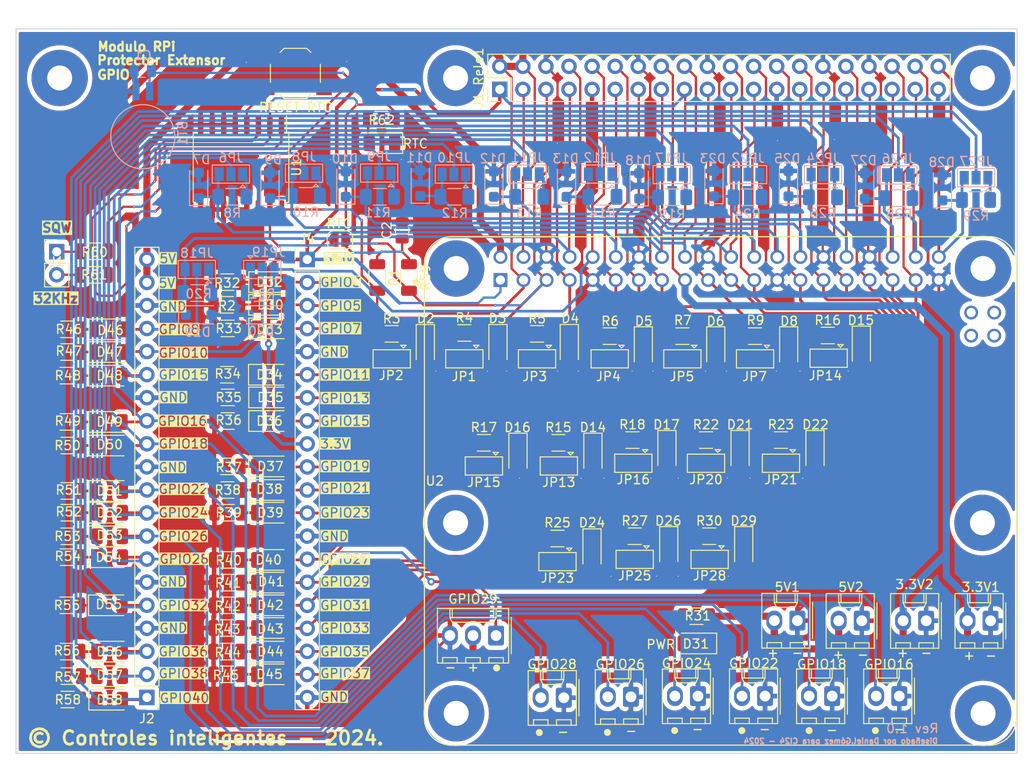
<source format=kicad_pcb>
(kicad_pcb (version 20221018) (generator pcbnew)
  (layers (0 "F.Cu" signal) (31 "B.Cu" signal) (34 "B.Paste" user) (35 "F.Paste" user) (36 "B.SilkS" user "B.Silkscreen") (37 "F.SilkS" user "F.Silkscreen") (38 "B.Mask" user) (39 "F.Mask" user) (44 "Edge.Cuts" user))
  (net 0 "")
  (net 1 "GND")
  (net 2 "GPIO_3")
  (net 3 "GPIO_7")
  (net 4 "GPIO_11")
  (net 5 "GPIO_13")
  (net 6 "GPIO_12")
  (net 7 "GPIO_15")
  (net 8 "GPIO_16")
  (net 9 "GPIO_18")
  (net 10 "GPIO_22")
  (net 11 "GPIO_24")
  (net 12 "GPIO_26")
  (net 13 "GPIO_23")
  (net 14 "GPIO_19")
  (net 15 "GPIO_21")
  (net 16 "GPIO_27")
  (net 17 "GPIO_28")
  (net 18 "GPIO_8")
  (net 19 "GPIO_10")
  (net 20 "GPIO_29")
  (net 21 "GPIO_31")
  (net 22 "GPIO_32")
  (net 23 "GPIO_33")
  (net 24 "GPIO_36")
  (net 25 "GPIO_35")
  (net 26 "GPIO_38")
  (net 27 "GPIO_40")
  (net 28 "GPIO_37")
  (net 29 "3.3V")
  (net 30 "GPIO_29_P")
  (net 31 "GPIO_40_P")
  (net 32 "GPIO_38_P")
  (net 33 "GPIO_36_P")
  (net 34 "GPIO_32_P")
  (net 35 "GPIO_28_P")
  (net 36 "GPIO_26_P")
  (net 37 "GPIO_24_P")
  (net 38 "GPIO_22_P")
  (net 39 "GPIO_18_P")
  (net 40 "GPIO_16_P")
  (net 41 "GPIO_12_P")
  (net 42 "GPIO_10_P")
  (net 43 "GPIO_8_P")
  (net 44 "GPIO_3_P")
  (net 45 "GPIO_5_P")
  (net 46 "GPIO_7_P")
  (net 47 "GPIO_11_P")
  (net 48 "GPIO_13_P")
  (net 49 "GPIO_15_P")
  (net 50 "GPIO_19_P")
  (net 51 "GPIO_21_P")
  (net 52 "GPIO_23_P")
  (net 53 "GPIO_27_P")
  (net 54 "GPIO_31_P")
  (net 55 "GPIO_33_P")
  (net 56 "GPIO_35_P")
  (net 57 "GPIO_37_P")
  (net 58 "5V")
  (net 59 "Net-(JP1-A)")
  (net 60 "Net-(JP2-A)")
  (net 61 "Net-(JP3-A)")
  (net 62 "Net-(JP4-A)")
  (net 63 "Net-(JP5-A)")
  (net 64 "Net-(JP6-A)")
  (net 65 "Net-(JP7-A)")
  (net 66 "Net-(JP8-A)")
  (net 67 "Net-(JP9-A)")
  (net 68 "Net-(JP10-A)")
  (net 69 "Net-(JP11-A)")
  (net 70 "Net-(JP12-A)")
  (net 71 "Net-(JP13-A)")
  (net 72 "Net-(JP14-A)")
  (net 73 "Net-(JP15-A)")
  (net 74 "Net-(JP16-A)")
  (net 75 "Net-(JP17-A)")
  (net 76 "Net-(JP18-A)")
  (net 77 "Net-(JP19-A)")
  (net 78 "Net-(JP20-A)")
  (net 79 "Net-(JP21-A)")
  (net 80 "Net-(JP22-A)")
  (net 81 "Net-(JP23-A)")
  (net 82 "Net-(JP24-A)")
  (net 83 "Net-(JP25-A)")
  (net 84 "Net-(JP26-A)")
  (net 85 "Net-(JP27-A)")
  (net 86 "Net-(JP28-A)")
  (net 91 "TR03")
  (net 92 "TR01")
  (net 93 "TR02")
  (net 94 "TR00")
  (net 95 "Net-(D31-A)")
  (net 96 "Net-(D30-K)")
  (net 97 "Net-(D32-K)")
  (net 98 "Net-(D33-K)")
  (net 99 "Net-(D34-K)")
  (net 100 "Net-(D35-K)")
  (net 101 "Net-(D36-K)")
  (net 102 "Net-(D37-K)")
  (net 103 "Net-(D38-K)")
  (net 104 "Net-(D39-K)")
  (net 105 "Net-(D40-K)")
  (net 106 "Net-(D41-K)")
  (net 107 "Net-(D42-K)")
  (net 108 "Net-(D43-K)")
  (net 109 "Net-(D44-K)")
  (net 110 "Net-(D45-K)")
  (net 111 "Net-(D46-K)")
  (net 112 "Net-(D47-K)")
  (net 113 "Net-(D48-K)")
  (net 114 "Net-(D49-K)")
  (net 115 "Net-(D50-K)")
  (net 116 "Net-(D51-K)")
  (net 117 "Net-(D52-K)")
  (net 118 "Net-(D53-K)")
  (net 119 "Net-(D54-K)")
  (net 120 "Net-(D55-K)")
  (net 121 "Net-(D56-K)")
  (net 122 "Net-(D57-K)")
  (net 123 "Net-(D58-K)")
  (net 124 "BAT")
  (net 125 "Net-(D1-A)")
  (net 126 "SQW")
  (net 127 "32KHz")
  (net 128 "RTC")
  (net 129 "Net-(U1-~{RST})")
  (net 130 "GPIO_5")
  (footprint "LED_SMD:LED_1206_3216Metric" (layer "F.Cu") (at 77.1 120.6)
    (fp_text reference "D42")
    (fp_text value "LED")
  )
  (footprint "Capacitor_SMD:C_0805_2012Metric" (layer "F.Cu") (at 91.7 79.3 90)
    (fp_text reference "C2")
    (fp_text value "100nF")
  )
  (footprint "Resistor_SMD:R_1206_3216Metric" (layer "F.Cu") (at 54.8625 113 180)
    (fp_text reference "R53")
    (fp_text value "10K")
  )
  (footprint "Resistor_SMD:R_1206_3216Metric" (layer "F.Cu") (at 72.4 123.1 180)
    (fp_text reference "R43")
    (fp_text value "10K")
  )
  (footprint "Connector_Molex:Molex_KK-254_AE-6410-02A_1x02_P2.54mm_Vertical" (layer "F.Cu") (at 146.426 130.6 180)
    (fp_text reference "GPIO16")
    (fp_text value "Conn_01x02")
  )
  (footprint "Resistor_SMD:R_1206_3216Metric" (layer "F.Cu") (at 54.7625 120.6 180)
    (fp_text reference "R55")
    (fp_text value "10K")
  )
  (footprint "LED_SMD:LED_1206_3216Metric" (layer "F.Cu") (at 77.1 107.9)
    (fp_text reference "D38")
    (fp_text value "LED")
  )
  (footprint "LED_SMD:LED_1206_3216Metric" (layer "F.Cu") (at 77.1 128.2)
    (fp_text reference "D45")
    (fp_text value "LED")
  )
  (footprint "Resistor_SMD:R_1206_3216Metric_Pad1.30x1.75mm_HandSolder" (layer "F.Cu") (at 108.9 102.7 180)
    (fp_text reference "R15")
    (fp_text value "330R")
  )
  (footprint "LED_SMD:LED_1206_3216Metric" (layer "F.Cu") (at 77.1 100.3)
    (fp_text reference "D36")
    (fp_text value "LED")
  )
  (footprint "Resistor_SMD:R_1206_3216Metric" (layer "F.Cu") (at 89.4125 67.1 180)
    (fp_text reference "R62")
    (fp_text value "10K")
  )
  (footprint "LED_SMD:LED_1206_3216Metric" (layer "F.Cu") (at 77.1 118.1)
    (fp_text reference "D41")
    (fp_text value "LED")
  )
  (footprint "Resistor_SMD:R_1206_3216Metric" (layer "F.Cu") (at 72.4 125.7 180)
    (fp_text reference "R44")
    (fp_text value "10K")
  )
  (footprint "Connector_Molex:Molex_KK-254_AE-6410-02A_1x02_P2.54mm_Vertical" (layer "F.Cu") (at 156.4775 122.3 180)
    (fp_text reference "3.3V1")
    (fp_text value "Conn_01x02")
  )
  (footprint "LED_SMD:LED_1206_3216Metric" (layer "F.Cu") (at 77.1 85)
    (fp_text reference "D32")
    (fp_text value "LED")
  )
  (footprint "Jumper:SolderJumper-3_P1.3mm_Open_Pad1.0x1.5mm" (layer "F.Cu") (at 125.15 104.95 180)
    (fp_text reference "JP20")
    (fp_text value "Jumper_3_Bridged12")
  )
  (footprint "LED_SMD:LED_1206_3216Metric" (layer "F.Cu") (at 77.1 123.1)
    (fp_text reference "D43")
    (fp_text value "LED")
  )
  (footprint "Resistor_SMD:R_1206_3216Metric" (layer "F.Cu") (at 124.1 121.8 180)
    (fp_text reference "R31")
    (fp_text value "1K")
  )
  (footprint "LED_SMD:LED_1206_3216Metric" (layer "F.Cu") (at 77.1 90.1)
    (fp_text reference "D33")
    (fp_text value "LED")
  )
  (footprint "Jumper:SolderJumper-3_P1.3mm_Open_Pad1.0x1.5mm" (layer "F.Cu") (at 100.7 105.25 180)
    (fp_text reference "JP15")
    (fp_text value "Jumper_3_Bridged12" hide)
  )
  (footprint "Resistor_SMD:R_1206_3216Metric_Pad1.30x1.75mm_HandSolder" (layer "F.Cu") (at 125.51 112.99 180)
    (fp_text reference "R30")
    (fp_text value "330R")
  )
  (footprint "LED_SMD:LED_1206_3216Metric" (layer "F.Cu") (at 59.5 128.4)
    (fp_text reference "D57")
    (fp_text value "LED")
  )
  (footprint "Jumper:SolderJumper-3_P1.3mm_Open_Pad1.0x1.5mm" (layer "F.Cu") (at 108.8 115.79 180)
    (fp_text reference "JP23")
    (fp_text value "Jumper_3_Bridged12")
  )
  (footprint "Connector_Molex:Molex_KK-254_AE-6410-02A_1x02_P2.54mm_Vertical" (layer "F.Cu") (at 149.3875 122.3 180)
    (fp_text reference "3.3V2")
    (fp_text value "Conn_01x02")
  )
  (footprint "LED_SMD:LED_1206_3216Metric" (layer "F.Cu") (at 77.1 105.3)
    (fp_text reference "D37")
    (fp_text value "LED")
  )
  (footprint "Resistor_SMD:R_1206_3216Metric" (layer "F.Cu") (at 72.4375 95.2 180)
    (fp_text reference "R34")
    (fp_text value "10K")
  )
  (footprint "LED_SMD:LED_1206_3216Metric" (layer "F.Cu") (at 77.1 110.4)
    (fp_text reference "D39")
    (fp_text value "LED")
  )
  (footprint "Connector_Molex:Molex_KK-254_AE-6410-02A_1x02_P2.54mm_Vertical" (layer "F.Cu") (at 142.2975 122.3 180)
    (fp_text reference "5V2")
    (fp_text value "Conn_01x02")
  )
  (footprint "Resistor_SMD:R_1206_3216Metric" (layer "F.Cu") (at 54.8625 108 180)
    (fp_text reference "R51")
    (fp_text value "10K")
  )
  (footprint "Resistor_SMD:R_1206_3216Metric" (layer "F.Cu") (at 54.8 115.3 180)
    (fp_text reference "R54")
    (fp_text value "10K")
  )
  (footprint "Resistor_SMD:R_1206_3216Metric" (layer "F.Cu") (at 72.5 110.4 180)
    (fp_text reference "R39")
    (fp_text value "10K")
  )
  (footprint "Jumper:SolderJumper-3_P1.3mm_Open_Pad1.0x1.5mm" (layer "F.Cu") (at 98.55 93.45 180)
    (fp_text reference "JP1")
    (fp_text value "Jumper_3_Bridged12")
  )
  (footprint "LED_SMD:LED_1206_3216Metric" (layer "F.Cu") (at 89.4725 69.69 180)
    (fp_text reference "RTC")
    (fp_text value "LED")
  )
  (footprint "" (layer "F.Cu") (at 55.3 62.4)
    (fp_text reference "")
    (fp_text value "")
  )
  (footprint "Resistor_SMD:R_1206_3216Metric_Pad1.30x1.75mm_HandSolder" (layer "F.Cu") (at 130.55 90.95 180)
    (fp_text reference "R9")
    (fp_text value "330R")
  )
  (footprint "Resistor_SMD:R_1206_3216Metric" (layer "F.Cu") (at 72.4625 107.9 180)
    (fp_text reference "R38")
    (fp_text value "10K")
  )
  (footprint "Resistor_SMD:R_1206_3216Metric" (layer "F.Cu") (at 54.87 130.98 180)
    (fp_text reference "R58")
    (fp_text value "10K")
  )
  (footprint "Resistor_SMD:R_1206_3216Metric" (layer "F.Cu") (at 54.8625 110.4 180)
    (fp_text reference "R52")
    (fp_text value "10K")
  )
  (footprint "Resistor_SMD:R_1206_3216Metric_Pad1.30x1.75mm_HandSolder" (layer "F.Cu") (at 117.05 102.4 180)
    (fp_text reference "R18")
    (fp_text value "330R")
  )
  (footprint "Resistor_SMD:R_1206_3216Metric" (layer "F.Cu") (at 72.5 97.7 180)
    (fp_text reference "R35")
    (fp_text value "10K")
  )
  (footprint "Diode_SMD:D_SOD-123F" (layer "F.Cu") (at 118.25 92.13 -90)
    (fp_text reference "D5")
    (fp_text value "BZT52Bxx")
  )
  (footprint "Resistor_SMD:R_1206_3216Metric" (layer "F.Cu") (at 54.8625 103 180)
    (fp_text reference "R50")
    (fp_text value "10K")
  )
  (footprint "Jumper:SolderJumper-2_P1.3mm_Open_RoundedPad1.0x1.5mm" (layer "F.Cu") (at 84.85 80.35 180)
    (fp_text reference "RTC")
    (fp_text value "Jumper_2_Open")
  )
  (footprint "Resistor_SMD:R_1206_3216Metric_Pad1.30x1.75mm_HandSolder" (layer "F.Cu") (at 90.55 90.7 180)
    (fp_text reference "R3")
    (fp_text value "330R")
  )
  (footprint "Connector_Molex:Molex_KK-254_AE-6410-02A_1x02_P2.54mm_Vertical" (layer "F.Cu") (at 131.654 130.6 180)
    (fp_text reference "GPIO22")
    (fp_text value "Conn_01x02")
  )
  (footprint "Resistor_SMD:R_1206_3216Metric_Pad1.30x1.75mm_HandSolder" (layer "F.Cu") (at 125.15 102.4 180)
    (fp_text reference "R22")
    (fp_text value "330R")
  )
  (footprint "LED_SMD:LED_1206_3216Metric" (layer "F.Cu") (at 77.1 115.6)
    (fp_text reference "D40")
    (fp_text value "LED")
  )
  (footprint "Jumper:SolderJumper-3_P1.3mm_Open_Pad1.0x1.5mm" (layer "F.Cu") (at 138.65 93.38 180)
    (fp_text reference "JP14")
    (fp_text value "Jumper_3_Bridged12" hide)
  )
  (footprint "Resistor_SMD:R_1206_3216Metric" (layer "F.Cu") (at 72.4375 85 180)
    (fp_text reference "R32")
    (fp_text value "10K")
  )
  (footprint "Resistor_SMD:R_1206_3216Metric_Pad1.30x1.75mm_HandSolder" (layer "F.Cu") (at 122.55 90.95 180)
    (fp_text reference "R7")
    (fp_text value "330R")
  )
  (footprint "LED_SMD:LED_1206_3216Metric" (layer "F.Cu") (at 59.5 108)
    (fp_text reference "D51")
    (fp_text value "LED")
  )
  (footprint "Connector_Molex:Molex_KK-254_AE-6410-02A_1x02_P2.54mm_Vertical" (layer "F.Cu") (at 135.2075 122.28 180)
    (fp_text reference "5V1")
    (fp_text value "Conn_01x02")
  )
  (footprint "Jumper:SolderJumper-3_P1.3mm_Open_Pad1.0x1.5mm" (layer "F.Cu") (at 133.4 104.95 180)
    (fp_text reference "JP21")
    (fp_text value "Jumper_3_Bridged12")
  )
  (footprint "Resistor_SMD:R_1206_3216Metric_Pad1.30x1.75mm_HandSolder" (layer "F.Cu") (at 108.8 113.24 180)
    (fp_text reference "R25")
    (fp_text value "330R")
  )
  (footprint "Resistor_SMD:R_1206_3216Metric" (layer "F.Cu") (at 54.8 125.7 180)
    (fp_text reference "R56")
    (fp_text value "10K")
  )
  (footprint "LED_SMD:LED_1206_3216Metric" (layer "F.Cu") (at 77.075 95.2)
    (fp_text reference "D34")
    (fp_text value "LED")
  )
  (footprint "Resistor_SMD:R_1206_3216Metric" (layer "F.Cu") (at 72.4625 115.6 180)
    (fp_text reference "R40")
    (fp_text value "10K")
  )
  (footprint "Diode_SMD:D_SOD-123F" (layer "F.Cu") (at 142.25 92.06 -90)
    (fp_text reference "D15")
    (fp_text value "BZT52Bxx")
  )
  (footprint "LED_SMD:LED_1206_3216Metric" (layer "F.Cu") (at 59.5 110.4)
    (fp_text reference "D52")
    (fp_text value "LED")
  )
  (footprint "Resistor_SMD:R_1206_3216Metric" (layer "F.Cu") (at 72.405 128.2 180)
    (fp_text reference "R45")
    (fp_text value "10K")
  )
  (footprint "clipboard:44a14ade-e71b-4cc5-ab41-8bd0354330b8" (layer "F.Cu") (at 97.58 111.511 90)
    (fp_text reference "")
    (fp_text value "")
  )
  (footprint "LED_SMD:LED_1206_3216Metric" (layer "F.Cu") (at 59.5 103)
    (fp_text reference "D50")
    (fp_text value "LED")
  )
  (footprint "Jumper:SolderJumper-3_P1.3mm_Open_Pad1.0x1.5mm" (layer "F.Cu") (at 122.55 93.45 180)
    (fp_text reference "JP5")
    (fp_text value "Jumper_3_Bridged12")
  )
  (footprint "Jumper:SolderJumper-3_P1.3mm_Open_Pad1.0x1.5mm" (layer "F.Cu") (at 130.55 93.45 180)
    (fp_text reference "JP7")
    (fp_text value "Jumper_3_Bridged12")
  )
  (footprint "Resistor_SMD:R_1206_3216Metric_Pad1.30x1.75mm_HandSolder" (layer "F.Cu") (at 117.3 112.99 180)
    (fp_text reference "R27")
    (fp_text value "330R")
  )
  (footprint "Diode_SMD:D_SOD-123F" (layer "F.Cu") (at 134.25 92.13 -90)
    (fp_text reference "D8")
    (fp_text value "BZT52Bxx")
  )
  (footprint "Diode_SMD:D_SOD-123F" (layer "F.Cu") (at 128.9 103.55 -90)
    (fp_text reference "D21")
    (fp_text value "BZT52Bxx")
  )
  (footprint "Button_Switch_SMD:SW_SPST_TL3342" (layer "F.Cu") (at 79.95 62 180)
    (fp_text reference "RESET RTC")
    (fp_text value "SW_Push")
  )
  (footprint "Resistor_SMD:R_1206_3216Metric" (layer "F.Cu") (at 72.5 90.1 180)
    (fp_text reference "R33")
    (fp_text value "10K")
  )
  (footprint "Jumper:SolderJumper-3_P1.3mm_Open_Pad1.0x1.5mm" (layer "F.Cu") (at 90.55 93.45 180)
    (fp_text reference "JP2")
    (fp_text value "Jumper_3_Bridged12")
  )
  (footprint "Connector_Molex:Molex_KK-254_AE-6410-02A_1x02_P2.54mm_Vertical" (layer "F.Cu") (at 109.496 130.78 180)
    (fp_text reference "GPIO28")
    (fp_text value "Conn_01x02")
  )
  (footprint "Resistor_SMD:R_1206_3216Metric" (layer "F.Cu") (at 57.8125 84.2 180)
    (fp_text reference "R61")
    (fp_text value "10K")
  )
  (footprint "Resistor_SMD:R_1206_3216Metric_Pad1.30x1.75mm_HandSolder" (layer "F.Cu") (at 98.55 90.6 180)
    (fp_text reference "R4")
    (fp_text value "330R")
  )
  (footprint "Jumper:SolderJumper-3_P1.3mm_Open_Pad1.0x1.5mm" (layer "F.Cu") (at 117.3 115.54 180)
    (fp_text reference "JP25")
    (fp_text value "Jumper_3_Bridged12")
  )
  (footprint "LED_SMD:LED_1206_3216Metric" (layer "F.Cu") (at 77.1 87.5)
    (fp_text reference "D30")
    (fp_text value "LED")
  )
  (footprint "Jumper:SolderJumper-3_P1.3mm_Open_Pad1.0x1.5mm" (layer "F.Cu") (at 108.95 105.25 180)
    (fp_text reference "JP13")
    (fp_text value "Jumper_3_Bridged12")
  )
  (footprint "Diode_SMD:D_SOD-123F" (layer "F.Cu") (at 102.25 91.88 -90)
    (fp_text reference "D3")
    (fp_text value "BZT52Bxx")
  )
  (footprint "Diode_SMD:D_SOD-123F" (layer "F.Cu") (at 94.25 91.88 -90)
    (fp_text reference "D2")
    (fp_text value "BZT52Bxx")
  )
  (footprint "Diode_SMD:D_SOD-123F" (layer "F.Cu") (at 137.15 103.55 -90)
    (fp_text reference "D22")
    (fp_text value "BZT52Bxx")
  )
  (footprint "Jumper:SolderJumper-3_P1.3mm_Open_Pad1.0x1.5mm" (layer "F.Cu") (at 117.15 104.95 180)
    (fp_text reference "JP16")
    (fp_text value "Jumper_3_Bridged12")
  )
  (footprint "LED_SMD:LED_1206_3216Metric" (layer "F.Cu") (at 59.5 115.3)
    (fp_text reference "D54")
    (fp_text value "LED")
  )
  (footprint "Connector_Molex:Molex_KK-254_AE-6410-03A_1x03_P2.54mm_Vertical" (layer "F.Cu") (at 102.04 123.93 180)
    (fp_text reference "GPIO29")
    (fp_text value "Conn_01x03")
  )
  (footprint "LED_SMD:LED_1206_3216Metric" (layer "F.Cu") (at 77.1 97.7)
    (fp_text reference "D35")
    (fp_text value "LED")
  )
  (footprint "LED_SMD:LED_1206_3216Metric" (layer "F.Cu") (at 59.4625 95.3)
    (fp_text reference "D48")
    (fp_text value "LED")
  )
  (footprint "Connector_PinHeader_2.54mm:PinHeader_1x02_P2.54mm_Vertical" (layer "F.Cu") (at 53.675 81.65)
    (fp_text reference "J1")
    (fp_text value "Conn_01x02_Pin")
  )
  (footprint "Resistor_SMD:R_1206_3216Metric" (layer "F.Cu") (at 88.95 84.4875 -90)
    (fp_text reference "R1")
    (fp_text value "4.7K")
  )
  (footprint "Resistor_SMD:R_1206_3216Metric" (layer "F.Cu") (at 72.4625 120.6 180)
    (fp_text reference "R42")
    (fp_text value "10K")
  )
  (footprint "Diode_SMD:D_SOD-123F" (layer "F.Cu") (at 112.6 114.39 -90)
    (fp_text reference "D24")
    (fp_text value "BZT52Bxx")
  )
  (footprint "Package_SO:SOIC-16W_7.5x10.3mm_P1.27mm" (layer "F.Cu") (at 73.965 72.35 -90)
    (fp_text reference "U1")
    (fp_text value "DS3231M")
  )
  (footprint "Resistor_SMD:R_1206_3216Metric" (layer "F.Cu") (at 72.5 100.3 180)
    (fp_text reference "R36")
    (fp_text value "10K")
  )
  (footprint "LED_SMD:LED_1206_3216Metric" (layer "F.Cu") (at 124.0375 124.8 180)
    (fp_text reference "D31")
    (fp_text value "LED")
  )
  (footprint "LED_SMD:LED_1206_3216Metric" (layer "F.Cu") (at 59.5 92.7)
    (fp_text reference "D47")
    (fp_text value "LED")
  )
  (footprint "Resistor_SMD:R_1206_3216Metric" (layer "F.Cu") (at 54.7625 95.3 180)
    (fp_text reference "R48")
    (fp_text value "10K")
  )
  (footprint "Resistor_SMD:R_1206_3216Metric" (layer "F.Cu") (at 72.4375 105.3 180)
    (fp_text reference "R37")
    (fp_text value "10K")
  )
  (footprint "Connector_Molex:Molex_KK-254_AE-6410-02A_1x02_P2.54mm_Vertical" (layer "F.Cu") (at 139.04 130.6 180)
    (fp_text reference "GPIO18")
    (fp_text value "Conn_01x02")
  )
  (footprint "Connector_Molex:Molex_KK-254_AE-6410-02A_1x02_P2.54mm_Vertical" (layer "F.Cu") (at 124.268 130.6 180)
    (fp_text reference "GPIO24")
    (fp_text value "Conn_01x02")
  )
  (footprint "Diode_SMD:D_SOD-123F" (layer "F.Cu") (at 120.85 103.55 -90)
    (fp_text reference "D17")
    (fp_text value "BZT52Bxx")
  )
  (footprint "Resistor_SMD:R_1206_3216Metric" (layer "F.Cu") (at 54.7625 100.4 180)
    (fp_text reference "R49")
    (fp_text value "10K")
  )
  (footprint "Jumper:SolderJumper-3_P1.3mm_Open_Pad1.0x1.5mm" (layer "F.Cu") (at 125.55 115.54 180)
    (fp_text reference "JP28")
    (fp_text value "Jumper_3_Bridged12")
  )
  (footprint "Resistor_SMD:R_1206_3216Metric_Pad1.30x1.75mm_HandSolder" (layer "F.Cu") (at 100.7 102.7 180)
    (fp_text reference "R17")
    (fp_text value "330R")
  )
  (footprint "Diode_SMD:D_SOD-123F" (layer "F.Cu") (at 129.3 114.14 -90)
    (fp_text reference "D29")
    (fp_text value "BZT52Bxx")
  )
  (footprint "Diode_SMD:D_SOD-123F" (layer "F.Cu") (at 104.45 103.85 -90)
    (fp_text reference "D16")
    (fp_text value "BZT52Bxx")
  )
  (footprint "Diode_SMD:D_SOD-123F" (layer "F.Cu") (at 112.7 103.85 -90)
    (fp_text reference "D14")
    (fp_text value "BZT52Bxx")
  )
  (footprint "Jumper:SolderJumper-3_P1.3mm_Open_Pad1.0x1.5mm" (layer "F.Cu") (at 106.55 93.45 180)
    (fp_text reference "JP3")
    (fp_text value "Jumper_3_Bridged12")
  )
  (footprint "Resistor_SMD:R_1206_3216Metric" (layer "F.Cu") (at 54.8375 90.2 180)
    (fp_text reference "R46")
    (fp_text value "10K")
  )
  (footprint "Resistor_SMD:R_1206_3216Metric" (layer "F.Cu") (at 92.45 84.4875 -90)
    (fp_text reference "R59")
    (fp_text value "4.7K")
  )
  (footprint "Resistor_SMD:R_1206_3216Metric" (layer "F.Cu") (at 57.8125 81.6 180)
    (fp_text reference "R60")
    (fp_text value "10K")
  )
  (footprint "LED_SMD:LED_1206_3216Metric" (layer "F.Cu") (at 59.5 125.7)
    (fp_text reference "D56")
    (fp_text value "LED")
  )
  (footprint "Resistor_SMD:R_1206_3216Metric" (layer "F.Cu") (at 72.4625 118.1 180)
    (fp_text reference "R41")
    (fp_text value "10K")
  )
  (footprint "Resistor_SMD:R_1206_3216Metric_Pad1.30x1.75mm_HandSolder" (layer "F.Cu") (at 138.55 90.88 180)
    (fp_text reference "R16")
    (fp_text value "330R")
  )
  (footprint "Connector_PinHeader_2.54mm:PinHeader_1x20_P2.54mm_Vertical" (layer "F.Cu") (at 63.6 130.75 180)
    (fp_text reference "J2")
    (fp_text value "Conn_01x20")
  )
  (footprint "LED_SMD:LED_1206_3216Metric" (layer "F.Cu") (at 59.5 90.2)
    (fp_text reference "D46")
    (fp_text value "LED")
  )
  (footprint "Resistor_SMD:R_1206_3216Metric" (layer "F.Cu") (at 54.8625 128.4 180)
    (fp_text reference "R57")
    (fp_text value "10K")
  )
  (footprint "Resistor_SMD:R_1206_3216Metric" (layer "F.Cu") (at 54.8375 92.7 180)
    (fp_text reference "R47")
    (fp_text value "10K")
  )
  (footprint "Connector_PinHeader_2.54mm:PinHeader_1x20_P2.54mm_Vertical" (layer "F.Cu") (at 81.25 82.5)
    (fp_text reference "J4")
    (fp_text value "Conn_01x20")
  )
  (footprint "LED_SMD:LED_1206_3216Metric" (layer "F.Cu") (at 59.5 113)
    (fp_text reference "D53")
    (fp_text value "LED")
  )
  (footprint "RASPBERRY_PI_4B_4GB:MODULE_RASPBERRY_PI_4B_4GB" (layer "F.Cu") (at 136.65 108)
    (fp_text reference "U2")
    (fp_text value "RASPBERRY_PI_4B_4GB")
  )
  (footprint "Connector_Molex:Molex_KK-254_AE-6410-02A_1x02_P2.54mm_Vertical" (layer "F.Cu") (at 116.882 130.68 180)
    (fp_text reference "GPIO26")
    (fp_text value "Conn_01x02")
  )
  (footprint "Jumper:SolderJumper-3_P1.3mm_Open_Pad1.0x1.5mm" (layer "F.Cu") (at 114.55 93.45 180)
    (fp_text reference "JP4")
    (fp_text value "Jumper_3_Bridged12")
  )
  (footprint "LED_SMD:LED_1206_3216Metric" (layer "F.Cu") (at 77.1 125.7)
    (fp_text reference "D44")
    (fp_text value "LED")
  )
  (footprint "LED_SMD:LED_1206_3216Metric" (layer "F.Cu") (at 59.5 131)
    (fp_text reference "D58")
    (fp_text value "LED")
  )
  (footprint "Diode_SMD:D_SOD-123F" (layer "F.Cu") (at 121.05 114.14 -90)
    (fp_text reference "D26")
    (fp_text value "BZT52Bxx")
  )
  (footprint "LED_SMD:LED_1206_3216Metric" (layer "F.Cu") (at 59.4625 120.6)
    (fp_text reference "D55")
    (fp_text value "LED")
  )
  (footprint "Diode_SMD:D_SOD-123F" (layer "F.Cu") (at 110.1 91.88 -90)
    (fp_text reference "D4")
    (fp_text value "BZT52Bxx")
  )
  (footprint "Connector_PinHeader_2.54mm:PinHeader_2x20_P2.54mm_Vertical" (layer "F.Cu") (at 102.45 63.77 90)
    (fp_text reference "J1_Rele1")
    (fp_text value "Conn_02x20_Odd_Even")
  )
  (footprint "Resistor_SMD:R_1206_3216Metric_Pad1.30x1.75mm_HandSolder" (layer "F.Cu") (at 106.55 90.7 180)
    (fp_text reference "R5")
    (fp_text value "330R")
  )
  (footprint "Diode_SMD:D_SOD-123F" (layer "F.Cu") (at 126.2225 92.13 -90)
    (fp_text reference "D6")
    (fp_text value "BZT52Bxx")
  )
  (footprint "Resistor_SMD:R_1206_3216Metric_Pad1.30x1.75mm_HandSolder" (layer "F.Cu") (at 114.55 90.95 180)
    (fp_text reference "R6")
    (fp_text value "330R")
  )
  (footprint "Resistor_SMD:R_1206_3216Metric" (layer "F.Cu") (at 72.4 87.5 180)
    (fp_text reference "R2")
    (fp_text value "10K")
  )
  (footprint "Resistor_SMD:R_1206_3216Metric_Pad1.30x1.75mm_HandSolder" (layer "F.Cu") (at 133.4 102.4 180)
    (fp_text reference "R23")
    (fp_text value "330R")
  )
  (footprint "LED_SMD:LED_1206_3216Metric" (layer "F.Cu") (at 59.4625 100.4)
    (fp_text reference "D49")
    (fp_text value "LED")
  )
  (footprint "Jumper:SolderJumper-3_P1.3mm_Open_Pad1.0x1.5mm" (layer "B.Cu") (at 72.85 73.1 180)
    (fp_text reference "JP6")
    (fp_text value "Jumper_3_Bridged12")
  )
  (footprint "Jumper:SolderJumper-3_P1.3mm_Open_Pad1.0x1.5mm" (layer "B.Cu") (at 121.377064 73.15 180)
    (fp_text reference "JP17")
    (fp_text value "Jumper_3_Bridged12")
  )
  (footprint "Resistor_SMD:R_1206_3216Metric_Pad1.30x1.75mm_HandSolder" (layer "B.Cu") (at 146.327064 75.75 180)
    (fp_text reference "R28")
    (fp_text value "330R")
  )
  (footprint "Resistor_SMD:R_1206_3216Metric_Pad1.30x1.75mm_HandSolder" (layer "B.Cu") (at 76.15 86.2)
    (fp_text reference "R21")
    (fp_text value "330R")
  )
  (footprint "Diode_SMD:D_SOD-123F" (layer "B.Cu") (at 117.8 74.4 90)
    (fp_text reference "D18")
    (fp_text value "BZT52Bxx")
  )
  (footprint "Diode_SMD:D_SOD-123F" (layer "B.Cu") (at 126.027064 74.15 90)
    (fp_text reference "D23")
    (fp_text value "BZT52Bxx")
  )
  (footprint "Jumper:SolderJumper-3_P1.3mm_Open_Pad1.0x1.5mm" (layer "B.Cu") (at 105.5 73.1 180)
    (fp_text reference "JP11")
    (fp_text value "Jumper_3_Bridged12")
  )
  (footprint "Resistor_SMD:R_1206_3216Metric_Pad1.30x1.75mm_HandSolder" (layer "B.Cu") (at 138.027064 75.65 180)
    (fp_text reference "R26")
    (fp_text value "330R")
  )
  (footprint "Diode_SMD:D_SOD-123F" (layer "B.Cu") (at 76.2 88.6 180)
    (fp_text reference "D20")
    (fp_text value "BZT52Bxx")
  )
  (footprint "Battery:BatteryHolder_Seiko_MS621F" (layer "B.Cu") (at 63.15 63.981898 90)
    (fp_text reference "BT1")
    (fp_text value "Battery")
  )
  (footprint "Jumper:SolderJumper-3_P1.3mm_Open_Pad1.0x1.5mm" (layer "B.Cu") (at 80.9 73 180)
    (fp_text reference "JP8")
    (fp_text value "Jumper_3_Bridged12")
  )
  (footprint "Diode_SMD:D_SOD-123F" (layer "B.Cu") (at 85.5 74.2 90)
    (fp_text reference "D10")
    (fp_text value "BZT52Bxx")
  )
  (footprint "Jumper:SolderJumper-3_P1.3mm_Open_Pad1.0x1.5mm" (layer "B.Cu") (at 146.327064 73.2 180)
    (fp_text reference "JP26")
    (fp_text value "Jumper_3_Bridged12")
  )
  (footprint "Resistor_SMD:R_1206_3216Metric_Pad1.30x1.75mm_HandSolder" (layer "B.Cu") (at 113.75 75.6 180)
    (fp_text reference "R14")
    (fp_text value "330R")
  )
  (footprint "Resistor_SMD:R_1206_3216Metric_Pad1.30x1.75mm_HandSolder" (layer "B.Cu") (at 69.15 86.2 180)
    (fp_text reference "R20")
    (fp_text value "330R")
  )
  (footprint "Resistor_SMD:R_1206_3216Metric_Pad1.30x1.75mm_HandSolder" (layer "B.Cu") (at 97.45 75.6 180)
    (fp_text reference "R12")
    (fp_text value "330R")
  )
  (footprint "Jumper:SolderJumper-3_P1.3mm_Open_Pad1.0x1.5mm" (layer "B.Cu") (at 76.3 83.6)
    (fp_text reference "JP19")
    (fp_text value "Jumper_3_Bridged12")
  )
  (footprint "Jumper:SolderJumper-3_P1.3mm_Open_Pad1.0x1.5mm" (layer "B.Cu") (at 69.1 83.6 180)
    (fp_text reference "JP18")
    (fp_text value "Jumper_3_Bridged12")
  )
  (footprint "Jumper:SolderJumper-3_P1.3mm_Open_Pad1.0x1.5mm" (layer "B.Cu") (at 97.4 73.1 180)
    (fp_text reference "JP10")
    (fp_text value "Jumper_3_Bridged12")
  )
  (footprint "Jumper:SolderJumper-3_P1.3mm_Open_Pad1.0x1.5mm" (layer "B.Cu") (at 129.777064 73.15 180)
    (fp_text reference "JP22")
    (fp_text value "Jumper_3_Bridged12")
  )
  (footprint "Resistor_SMD:R_1206_3216Metric_Pad1.30x1.75mm_HandSolder" (layer "B.Cu") (at 89.25 75.6 180)
    (fp_text reference "R11")
    (fp_text value "330R")
  )
  (footprint "Diode_SMD:D_SOD-123F" (layer "B.Cu") (at 77.15 74.35 90)
    (fp_text reference "D9")
    (fp_text value "BZT52Bxx")
  )
  (footprint "Diode_SMD:D_SOD-123F" (layer "B.Cu") (at 134.227064 74.15 90)
    (fp_text reference "D25")
    (fp_text value "BZT52Bxx")
  )
  (footprint "Capacitor_SMD:C_0805_2012Metric" (layer "B.Cu") (at 63.15 61.7 180)
    (fp_text reference "C1")
    (fp_text value "100nF")
  )
  (footprint "Resistor_SMD:R_1206_3216Metric_Pad1.30x1.75mm_HandSolder" (layer "B.Cu") (at 154.877064 75.95 180)
    (fp_text reference "R29")
    (fp_text value "330R")
  )
  (footprint "Jumper:SolderJumper-3_P1.3mm_Open_Pad1.0x1.5mm" (layer "B.Cu") (at 154.877064 73.5 180)
    (fp_text reference "JP27")
    (fp_text value "Jumper_3_Bridged12")
  )
  (footprint "Diode_SMD:D_SOD-123F" (layer "B.Cu") (at 93.7 74.1 90)
    (fp_text reference "D11")
    (fp_text value "BZT52Bxx")
  )
  (footprint "Resistor_SMD:R_1206_3216Metric_Pad1.30x1.75mm_HandSolder" (layer "B.Cu") (at 105.7 75.6 180)
    (fp_text reference "R13")
    (fp_text value "330R")
  )
  (footprint "Jumper:SolderJumper-3_P1.3mm_Open_Pad1.0x1.5mm" (layer "B.Cu") (at 138.027064 73.15 180)
    (fp_text reference "JP24")
    (fp_text value "Jumper_3_Bridged12")
  )
  (footprint "Jumper:SolderJumper-3_P1.3mm_Open_Pad1.0x1.5mm" (layer "B.Cu") (at 89.167 72.984 180)
    (fp_text reference "JP9")
    (fp_text value "Jumper_3_Bridged12")
  )
  (footprint "Diode_SMD:D_SOD-123F" (layer "B.Cu") (at 101.8 74.2 90)
    (fp_text reference "D12")
    (fp_text value "BZT52Bxx")
  )
  (footprint "Resistor_SMD:R_1206_3216Metric_Pad1.30x1.75mm_HandSolder" (layer "B.Cu") (at 81.1 75.5 180)
    (fp_text reference "R10")
    (fp_text value "330R")
  )
  (footprint "Resistor_SMD:R_1206_3216Metric_Pad1.30x1.75mm_HandSolder" (layer "B.Cu") (at 73 75.6 180)
    (fp_text reference "R8")
    (fp_text value "330R")
  )
  (footprint "Diode_SMD:D_SOD-123F" (layer "B.Cu") (at 151.177064 74.6 90)
    (fp_text reference "D28")
    (fp_text value "BZT52Bxx")
  )
  (footprint "Diode_SMD:D_SOD-123F" (layer "B.Cu") (at 142.627064 74.4 90)
    (fp_text reference "D27")
    (fp_text value "BZT52Bxx")
  )
  (footprint "Resistor_SMD:R_1206_3216Metric_Pad1.30x1.75mm_HandSolder" (layer "B.Cu") (at 129.727064 75.65 180)
    (fp_text reference "R24")
    (fp_text value "330R")
  )
  (footprint "Diode_SMD:D_SOD-123F" (layer "B.Cu") (at 109.8 74.2 90)
    (fp_text reference "D13")
    (fp_text value "BZT52Bxx")
  )
  (footprint "Diode_SMD:D_SOD-123F" (layer "B.Cu") (at 69.3 88.6)
    (fp_text reference "D19")
    (fp_text value "BZT52Bxx")
  )
  (footprint "Diode_SMD:D_SOD-123F" (layer "B.Cu") (at 69.3 74.35 90)
    (fp_text reference "D7")
    (fp_text value "BZT52Bxx")
  )
  (footprint "Resistor_SMD:R_1206_3216Metric_Pad1.30x1.75mm_HandSolder" (layer "B.Cu") (at 121.427064 75.65 180)
    (fp_text reference "R19")
    (fp_text value "330R")
  )
  (footprint "Jumper:SolderJumper-3_P1.3mm_Open_Pad1.0x1.5mm" (layer "B.Cu") (at 113.5 73.1 180)
    (fp_text reference "JP12")
    (fp_text value "Jumper_3_Bridged12")
  )
  (gr_circle (center 143.8 134.4) (end 144.082843 134.4) (stroke (width 0.2)) (fill solid) (layer "F.SilkS"))
  (gr_circle (center 114.3 134.6) (end 114.582843 134.6) (stroke (width 0.2)) (fill solid) (layer "F.SilkS"))
  (gr_circle (center 136.5 134.4) (end 136.782843 134.4) (stroke (width 0.2)) (fill solid) (layer "F.SilkS"))
  (gr_circle (center 102.1 127.5) (end 102.382843 127.5) (stroke (width 0.2)) (fill solid) (layer "F.SilkS"))
  (gr_circle (center 121.7 134.4) (end 121.982843 134.4) (stroke (width 0.2)) (fill solid) (layer "F.SilkS"))
  (gr_circle (center 106.8 134.617157) (end 107.082843 134.617157) (stroke (width 0.2)) (fill solid) (layer "F.SilkS"))
  (gr_circle (center 129.1 134.4) (end 129.382843 134.4) (stroke (width 0.2)) (fill solid) (layer "F.SilkS"))
  (gr_line (start 49.2 136.9) (end 51.7 136.9) (stroke (width 0.1)) (layer "Edge.Cuts"))
  (gr_line (start 49.2 93.9) (end 49.2 136.2) (stroke (width 0.1)) (layer "Edge.Cuts"))
  (gr_line (start 159.4 83.1) (end 159.4 59) (stroke (width 0.1)) (layer "Edge.Cuts"))
  (gr_line (start 155.7 136.9) (end 159.4 136.9) (stroke (width 0.1)) (layer "Edge.Cuts"))
  (gr_line (start 159.15 57.1) (end 51.45 57.1) (stroke (width 0.1)) (layer "Edge.Cuts"))
  (gr_line (start 49.2 93.9) (end 49.2 57.1) (stroke (width 0.1)) (layer "Edge.Cuts"))
  (gr_line (start 49.2 57.1) (end 51.45 57.1) (stroke (width 0.1)) (layer "Edge.Cuts"))
  (gr_line (start 49.2 136.2) (end 49.2 136.9) (stroke (width 0.1)) (layer "Edge.Cuts"))
  (gr_line (start 159.4 59) (end 159.4 57.1) (stroke (width 0.1)) (layer "Edge.Cuts"))
  (gr_line (start 159.4 57.1) (end 159.15 57.1) (stroke (width 0.1)) (layer "Edge.Cuts"))
  (gr_line (start 159.4 83.1) (end 159.4 136.9) (stroke (width 0.1)) (layer "Edge.Cuts"))
  (gr_line (start 155.7 136.9) (end 51.7 136.9) (stroke (width 0.1)) (layer "Edge.Cuts"))
  (gr_text "Rev 1.0" (at 150.85 134.75) (layer "B.SilkS") (effects (font (size 1 1)) (justify left bottom mirror)))
  (gr_text "Diseñado por Daniel.Gómez para CI24 - 2024" (at 150.75 135.9) (layer "B.SilkS") (effects (font (size 0.6 0.6)) (justify left bottom mirror)))
  (gr_text "5V" (at 64.8 85.7) (layer "F.SilkS" knockout) (effects (font (size 1 1)) (justify left bottom)))
  (gr_text "+" (at 139 126.6) (layer "F.SilkS") (effects (font (size 1 1)) (justify left bottom)))
  (gr_text "GPIO3" (at 82.6 85.6) (layer "F.SilkS" knockout) (effects (font (size 1 1)) (justify left bottom)))
  (gr_text "GPIO29" (at 82.6 118.6) (layer "F.SilkS" knockout) (effects (font (size 1 1)) (justify left bottom)))
  (gr_text "Protector Extensor \nGPIO" (at 58 62.75) (layer "F.SilkS") (effects (font (size 1 1) (thickness 0.25) bold) (justify left bottom)))
  (gr_text "GPIO24" (at 64.8 111) (layer "F.SilkS" knockout) (effects (font (size 1 1)) (justify left bottom)))
  (gr_text "-" (at 108.7 135.1) (layer "F.SilkS") (effects (font (size 1 1)) (justify left bottom)))
  (gr_text "GPIO10" (at 64.8 93.4) (layer "F.SilkS" knockout) (effects (font (size 1 1)) (justify left bottom)))
  (gr_text "GND" (at 82.6 93.3) (layer "F.SilkS" knockout) (effects (font (size 1 1)) (justify left bottom)))
  (gr_text "-" (at 123.5 134.8) (layer "F.SilkS") (effects (font (size 1 1)) (justify left bottom)))
  (gr_text "5V" (at 64.9 83) (layer "F.SilkS" knockout) (effects (font (size 1 1)) (justify left bottom)))
  (gr_text "Modulo RPi " (at 58.05 59.65) (layer "F.SilkS") (effects (font (size 1 1) (thickness 0.25) bold) (justify left bottom)))
  (gr_text "GPIO33" (at 82.6 123.7) (layer "F.SilkS" knockout) (effects (font (size 1 1)) (justify left bottom)))
  (gr_text "GPIO28" (at 64.9 116.1) (layer "F.SilkS" knockout) (effects (font (size 1 1)) (justify left bottom)))
  (gr_text "GPIO7" (at 82.6 90.7) (layer "F.SilkS" knockout) (effects (font (size 1 1)) (justify left bottom)))
  (gr_text "32KHz" (at 51.05 87.4) (layer "F.SilkS" knockout) (effects (font (size 1 1) (thickness 0.25) bold) (justify left bottom)))
  (gr_text "-" (at 138.3 134.9) (layer "F.SilkS") (effects (font (size 1 1)) (justify left bottom)))
  (gr_text "GND" (at 82.6 131.3) (layer "F.SilkS" knockout) (effects (font (size 1 1)) (justify left bottom)))
  (gr_text "GND" (at 64.9 98.3) (layer "F.SilkS" knockout) (effects (font (size 1 1)) (justify left bottom)))
  (gr_text "GND" (at 64.8 88.3) (layer "F.SilkS" knockout) (effects (font (size 1 1)) (justify left bottom)))
  (gr_text "GPIO31" (at 82.6 121.2) (layer "F.SilkS" knockout) (effects (font (size 1 1)) (justify left bottom)))
  (gr_text "-" (at 148.7 126.4) (layer "F.SilkS") (effects (font (size 1 1)) (justify left bottom)))
  (gr_text "GPIO22" (at 64.8 108.4) (layer "F.SilkS" knockout) (effects (font (size 1 1)) (justify left bottom)))
  (gr_text "GPIO5" (at 82.6 88.2) (layer "F.SilkS" knockout) (effects (font (size 1 1)) (justify left bottom)))
  (gr_text "GPIO26" (at 64.8 113.6) (layer "F.SilkS" knockout) (effects (font (size 1 1)) (justify left bottom)))
  (gr_text "-" (at 96.3 128) (layer "F.SilkS") (effects (font (size 1 1)) (justify left bottom)))
  (gr_text "-" (at 141.7 126.6) (layer "F.SilkS") (effects (font (size 1 1)) (justify left bottom)))
  (gr_text "GPIO32" (at 64.8 121.2) (layer "F.SilkS" knockout) (effects (font (size 1 1)) (justify left bottom)))
  (gr_text "GPIO13" (at 82.6 98.4) (layer "F.SilkS" knockout) (effects (font (size 1 1)) (justify left bottom)))
  (gr_text "GPIO16" (at 64.7 100.9) (layer "F.SilkS" knockout) (effects (font (size 1 1)) (justify left bottom)))
  (gr_text "© Controles inteligentes - 2024." (at 50.3 136.1) (layer "F.SilkS") (effects (font (size 1.5 1.5) (thickness 0.3) bold) (justify left bottom)))
  (gr_text "3.3V" (at 83 83) (layer "F.SilkS" knockout) (effects (font (size 1 1)) (justify left bottom)))
  (gr_text "-" (at 116.2 135) (layer "F.SilkS") (effects (font (size 1 1)) (justify left bottom)))
  (gr_text "GND" (at 64.9 123.7) (layer "F.SilkS" knockout) (effects (font (size 1 1)) (justify left bottom)))
  (gr_text "GPIO15" (at 64.8 95.8) (layer "F.SilkS" knockout) (effects (font (size 1 1)) (justify left bottom)))
  (gr_text "GND" (at 82.6 113.6) (layer "F.SilkS" knockout) (effects (font (size 1 1)) (justify left bottom)))
  (gr_text "GND" (at 64.8 106) (layer "F.SilkS" knockout) (effects (font (size 1 1)) (justify left bottom)))
  (gr_text "GPIO27" (at 82.6 116.1) (layer "F.SilkS" knockout) (effects (font (size 1 1)) (justify left bottom)))
  (gr_text "GPIO35" (at 82.6 126.3) (layer "F.SilkS" knockout) (effects (font (size 1 1)) (justify left bottom)))
  (gr_text "+" (at 146.1 126.4) (layer "F.SilkS") (effects (font (size 1 1)) (justify left bottom)))
  (gr_text "GPIO18" (at 64.8 103.4) (layer "F.SilkS" knockout) (effects (font (size 1 1)) (justify left bottom)))
  (gr_text "-" (at 155.8 126.7) (layer "F.SilkS") (effects (font (size 1 1)) (justify left bottom)))
  (gr_text "GPIO15" (at 82.6 100.9) (layer "F.SilkS" knockout) (effects (font (size 1 1)) (justify left bottom)))
  (gr_text "GND" (at 64.8 118.6) (layer "F.SilkS" knockout) (effects (font (size 1 1)) (justify left bottom)))
  (gr_text "GPIO40" (at 64.93 131.415) (layer "F.SilkS" knockout) (effects (font (size 1 1)) (justify left bottom)))
  (gr_text "GPIO36" (at 64.8 126.3) (layer "F.SilkS" knockout) (effects (font (size 1 1)) (justify left bottom)))
  (gr_text "GPIO11" (at 82.6 95.8) (layer "F.SilkS" knockout) (effects (font (size 1 1)) (justify left bottom)))
  (gr_text "-" (at 134.5 126.4) (layer "F.SilkS") (effects (font (size 1 1)) (justify left bottom)))
  (gr_text "+" (at 98.8 128) (layer "F.SilkS") (effects (font (size 1 1)) (justify left bottom)))
  (gr_text "PWR" (at 118.5 125.5) (layer "F.SilkS") (effects (font (size 1 1)) (justify left bottom)))
  (gr_text "3.3V" (at 82.6 103.4) (layer "F.SilkS" knockout) (effects (font (size 1 1)) (justify left bottom)))
  (gr_text "GPIO37" (at 82.6 128.7) (layer "F.SilkS" knockout) (effects (font (size 1 1)) (justify left bottom)))
  (gr_text "GPIO23" (at 82.6 111) (layer "F.SilkS" knockout) (effects (font (size 1 1)) (justify left bottom)))
  (gr_text "GPIO19" (at 82.6 105.9) (layer "F.SilkS" knockout) (effects (font (size 1 1)) (justify left bottom)))
  (gr_text "GPIO8" (at 64.8 90.8) (layer "F.SilkS" knockout) (effects (font (size 1 1)) (justify left bottom)))
  (gr_text "SQW" (at 51.95 79.6) (layer "F.SilkS" knockout) (effects (font (size 1 1) (thickness 0.25) bold) (justify left bottom)))
  (gr_text "-" (at 145.7 134.8) (layer "F.SilkS") (effects (font (size 1 1)) (justify left bottom)))
  (gr_text "-" (at 130.9 134.8) (layer "F.SilkS") (effects (font (size 1 1)) (justify left bottom)))
  (gr_text "GPIO21" (at 82.6 108.3) (layer "F.SilkS" knockout) (effects (font (size 1 1)) (justify left bottom)))
  (gr_text "+" (at 131.8 126.4) (layer "F.SilkS") (effects (font (size 1 1)) (justify left bottom)))
  (gr_text "+" (at 153.4 126.7) (layer "F.SilkS") (effects (font (size 1 1)) (justify left bottom)))
  (gr_text "GPIO38" (at 64.8 128.7) (layer "F.SilkS" knockout) (effects (font (size 1 1)) (justify left bottom)))
  (segment (start 109.496 130.78) (end 109.496 133.096) (width 0.300387) (layer "F.Cu") (net 1))
  (segment (start 112.7 105.25) (end 112.7 106) (width 0.25) (layer "F.Cu") (net 1))
  (segment (start 143.09 59.59) (end 142.1 58.6) (width 0.300387) (layer "F.Cu") (net 1))
  (segment (start 70.975 85) (end 70.975 87.4625) (width 0.300387) (layer "F.Cu") (net 1))
  (segment (start 92.15 76.95) (end 92.15 72.05) (width 0.25) (layer "F.Cu") (net 1))
  (segment (start 71 115.6) (end 71 118.1) (width 0.300387) (layer "F.Cu") (net 1))
  (segment (start 139.04 132.44) (end 140.5 133.9) (width 0.300387) (layer "F.Cu") (net 1))
  (segment (start 150.78 84.92) (end 150.75 84.95) (width 0.781437) (layer "F.Cu") (net 1))
  (segment (start 66 73.5) (end 66 86.5) (width 0.25) (layer "F.Cu") (net 1))
  (segment (start 107.55 74.4) (end 107.55 82.23) (width 0.25) (layer "F.Cu") (net 1))
  (segment (start 69.52 67.7) (end 70.79 67.7) (width 0.25) (layer "F.Cu") (net 1))
  (segment (start 71.0375 110.4) (end 71 110.4375) (width 0.300387) (layer "F.Cu") (net 1))
  (segment (start 140.5 133.9) (end 144.7 133.9) (width 0.300387) (layer "F.Cu") (net 1))
  (segment (start 70.975 93.525) (end 71.84 92.66) (width 0.300387) (layer "F.Cu") (net 1))
  (segment (start 71.0375 97.7) (end 71.0375 100.3) (width 0.300387) (layer "F.Cu") (net 1))
  (segment (start 121.4 106.6) (end 122.1 106.6) (width 0.25) (layer "F.Cu") (net 1))
  (segment (start 120.2 106.6) (end 119.1 106.6) (width 0.25) (layer "F.Cu") (net 1))
  (segment (start 71.0375 91.8375) (end 71.86 92.66) (width 0.300387) (layer "F.Cu") (net 1))
  (segment (start 142.25 93.46) (end 142.25 94.25) (width 0.25) (layer "F.Cu") (net 1))
  (segment (start 77.9 71.5) (end 83.8 71.5) (width 0.25) (layer "F.Cu") (net 1))
  (segment (start 146.426 132.174) (end 146.426 130.6) (width 0.300387) (layer "F.Cu") (net 1))
  (segment (start 102.25 94.35) (end 102.7 94.8) (width 0.25) (layer "F.Cu") (net 1))
  (segment (start 90.8725 69.69) (end 90.8725 70.7725) (width 0.25) (layer "F.Cu") (net 1))
  (segment (start 149.6 73.4) (end 149.6 83.59) (width 0.300387) (layer "F.Cu") (net 1))
  (segment (start 110.3 94.8) (end 111.1 94.8) (width 0.25) (layer "F.Cu") (net 1))
  (segment (start 53.3 100.4) (end 53.3 102.9) (width 0.300387) (layer "F.Cu") (net 1))
  (segment (start 71.86 92.66) (end 71.84 92.66) (width 0.300387) (layer "F.Cu") (net 1))
  (segment (start 139.04 130.6) (end 139.04 132.44) (width 0.300387) (layer "F.Cu") (net 1))
  (segment (start 126.6 62.58) (end 126.6 70.7) (width 0.25) (layer "F.Cu") (net 1))
  (segment (start 121.05 116.05) (end 119.7 117.4) (width 0.300387) (layer "F.Cu") (net 1))
  (segment (start 66 86.5) (end 64.93 87.57) (width 0.25) (layer "F.Cu") (net 1))
  (segment (start 117.69 61.23) (end 117.69 60.29) (width 0.300387) (layer "F.Cu") (net 1))
  (segment (start 144.4 62.55) (end 144.4 70.7) (width 0.25) (layer "F.Cu") (net 1))
  (segment (start 132.9 94.8) (end 133.7 94.8) (width 0.25) (layer "F.Cu") (net 1))
  (segment (start 126.1 71.3) (end 126.6 70.7) (width 0.25) (layer "F.Cu") (net 1))
  (segment (start 150.6 118.9) (end 154.6 118.9) (width 0.300387) (layer "F.Cu") (net 1))
  (segment (start 133.3 133.9) (end 140.5 133.9) (width 0.300387) (layer "F.Cu") (net 1))
  (segment (start 56.005 87.57) (end 53.375 90.2) (width 0.300387) (layer "F.Cu") (net 1))
  (segment (start 70.975 95.2) (end 70.975 93.525) (width 0.300387) (layer "F.Cu") (net 1))
  (segment (start 112.7 63.77) (end 112.7 74.5) (width 0.25) (layer "F.Cu") (net 1))
  (segment (start 156.4775 120.7775) (end 156.4775 122.3) (width 0.300387) (layer "F.Cu") (net 1))
  (segment (start 104.45 106.45) (end 104.6 106.6) (width 0.25) (layer "F.Cu") (net 1))
  (segment (start 53.3375 128.3375) (end 53.4 128.4) (width 0.300387) (layer "F.Cu") (net 1))
  (segment (start 116 58.6) (end 109.3 58.6) (width 0.300387) (layer "F.Cu") (net 1))
  (segment (start 143 82.12) (end 143.11 82.23) (width 0.25) (layer "F.Cu") (net 1))
  (segment (start 110.1 94.6) (end 109.9 94.8) (width 0.25) (layer "F.Cu") (net 1))
  (segment (start 128.6 117.4) (end 127.6 117.4) (width 0.300387) (layer "F.Cu") (net 1))
  (segment (start 133.02 63.77) (end 133.02 69.43) (width 0.25) (layer "F.Cu") (net 1))
  (segment (start 63.6 87.57) (end 56.005 87.57) (width 0.300387) (layer "F.Cu") (net 1))
  (segment (start 121.05 115.54) (end 121.05 116.05) (width 0.300387) (layer "F.Cu") (net 1))
  (segment (start 70.9375 123.1) (end 70.9375 120.6625) (width 0.300387) (layer "F.Cu") (net 1))
  (segment (start 101.8 94.8) (end 101.1 94.8) (width 0.25) (layer "F.Cu") (net 1))
  (segment (start 76.8 60.1) (end 83.1 60.1) (width 0.25) (layer "F.Cu") (net 1))
  (segment (start 125.33 81.37) (end 125.33 82.23) (width 0.25) (layer "F.Cu") (net 1))
  (segment (start 135.2075 122.28) (end 135.2075 121.2925) (width 0.300387) (layer "F.Cu") (net 1))
  (segment (start 94.9 94.8) (end 95.4 94.8) (width 0.25) (layer "F.Cu") (net 1))
  (segment (start 118.7 94.8) (end 119.3 94.8) (width 0.25) (layer "F.Cu") (net 1))
  (segment (start 115 133.9) (end 122.3 133.9) (width 0.300387) (layer "F.Cu") (net 1))
  (segment (start 91.7 77.4) (end 92.15 76.95) (width 0.25) (layer "F.Cu") (net 1))
  (segment (start 70.9425 128.2) (end 70.9425 125.705) (width 0.300387) (layer "F.Cu") (net 1))
  (segment (start 81.25 130.76) (end 90.13 130.76) (width 0.300387) (layer "F.Cu") (net 1))
  (segment (start 118.25 94.35) (end 118.7 94.8) (width 0.25) (layer "F.Cu") (net 1))
  (segment (start 71 110.4375) (end 71 115.6) (width 0.300387) (layer "F.Cu") (net 1))
  (segment (start 133.7 94.8) (end 134.25 94.25) (width 0.25) (layer "F.Cu") (net 1))
  (segment (start 126.6 80) (end 125.33 81.37) (width 0.25) (layer "F.Cu") (net 1))
  (segment (start 70.9375 120.6625) (end 71 120.6) (width 0.300387) (layer "F.Cu") (net 1))
  (segment (start 74.6 77) (end 74.6 72.3) (width 0.25) (layer "F.Cu") (net 1))
  (segment (start 88 71.5) (end 91.6 71.5) (width 0.25) (layer "F.Cu") (net 1))
  (segment (start 68 71.5) (end 66 73.5) (width 0.25) (layer "F.Cu") (net 1))
  (segment (start 53.3 95.3) (end 53.3 100.4) (width 0.300387) (layer "F.Cu") (net 1))
  (segment (start 128.9 106.1) (end 129.4 106.6) (width 0.25) (layer "F.Cu") (net 1))
  (segment (start 74.55 60.8) (end 76.1 60.8) (width 0.25) (layer "F.Cu") (net 1))
  (segment (start 142.2975 120.0975) (end 141.1 118.9) (width 0.300387) (layer "F.Cu") (net 1))
  (segment (start 119 62.45) (end 119 76.95) (width 0.25) (layer "F.Cu") (net 1))
  (segment (start 53.4 103) (end 53.4 108) (width 0.300387) (layer "F.Cu") (net 1))
  (segment (start 149.3875 122.3) (end 149.3875 120.1125) (width 0.300387) (layer "F.Cu") (net 1))
  (segment (start 94.25 94.15) (end 94.9 94.8) (width 0.25) (layer "F.Cu") (net 1))
  (segment (start 108.8 69.7) (end 108.8 72.965) (width 0.25) (layer "F.Cu") (net 1))
  (segment (start 129.4 106.6) (end 130 106.6) (width 0.25) (layer "F.Cu") (net 1))
  (segment (start 120.85 106.05) (end 121.4 106.6) (width 0.25) (layer "F.Cu") (net 1))
  (segment (start 120.85 105.95) (end 120.2 106.6) (width 0.25) (layer "F.Cu") (net 1))
  (segment (start 70.79 77) (end 69.52 77) (width 0.25) (layer "F.Cu") (net 1))
  (segment (start 91.6 71.5) (end 98.1 71.5) (width 0.25) (layer "F.Cu") (net 1))
  (segment (start 149.6 83.59) (end 150.78 84.77) (width 0.300387) (layer "F.Cu") (net 1))
  (segment (start 136 58.6) (end 126.6 58.6) (width 0.300387) (layer "F.Cu") (net 1))
  (segment (start 131.75 83.45) (end 132.95 84.65) (width 0.25) (layer "F.Cu") (net 1))
  (segment (start 55.9075 123.13) (end 53.3375 125.7) (width 0.300387) (layer "F.Cu") (net 1))
  (segment (start 102.25 94.35) (end 101.8 94.8) (width 0.25) (layer "F.Cu") (net 1))
  (segment (start 150.8 63.77) (end 150.75 63.82) (width 0.25) (layer "F.Cu") (net 1))
  (segment (start 133.14 115.54) (end 135.2075 117.6075) (width 0.300387) (layer "F.Cu") (net 1))
  (segment (start 53.375 92.7) (end 53.375 95.225) (width 0.300387) (layer "F.Cu") (net 1))
  (segment (start 53.3 125.6625) (end 53.3375 125.7) (width 0.300387) (layer "F.Cu") (net 1))
  (segment (start 138 71.7) (end 138 82.2) (width 0.25) (layer "F.Cu") (net 1))
  (segment (start 134.8 94.8) (end 135.5 94.8) (width 0.25) (layer "F.Cu") (net 1))
  (segment (start 112.7 105.25) (end 112.7 105.9) (width 0.25) (layer "F.Cu") (net 1))
  (segment (start 70.975 97.6375) (end 71.0375 97.7) (width 0.300387) (layer "F.Cu") (net 1))
  (segment (start 117.8 94.8) (end 117 94.8) (width 0.25) (layer "F.Cu") (net 1))
  (segment (start 118.25 94.35) (end 117.8 94.8) (width 0.25) (layer "F.Cu") (net 1))
  (segment (start 74.6 72.3) (end 73.8 71.5) (width 0.25) (layer "F.Cu") (net 1))
  (segment (start 135.2075 117.6075) (end 135.2075 122.28) (width 0.300387) (layer "F.Cu") (net 1))
  (segment (start 71.0375 105.2375) (end 70.975 105.3) (width 0.300387) (layer "F.Cu") (net 1))
  (segment (start 109.9 94.8) (end 108.8 94.8) (width 0.25) (layer "F.Cu") (net 1))
  (segment (start 63.6 123.13) (end 55.9075 123.13) (width 0.300387) (layer "F.Cu") (net 1))
  (segment (start 126.2225 93.53) (end 126.2225 94.4225) (width 0.25) (layer "F.Cu") (net 1))
  (segment (start 137.15 106.05) (end 136.6 106.6) (width 0.25) (layer "F.Cu") (net 1))
  (segment (start 138.01 61.23) (end 138.01 59.81) (width 0.300387) (layer "F.Cu") (net 1))
  (segment (start 72.06 67.7) (end 73.33 67.7) (width 0.25) (layer "F.Cu") (net 1))
  (segment (start 70.975 87.4625) (end 70.9375 87.5) (width 0.300387) (layer "F.Cu") (net 1))
  (segment (start 71.0375 100.3) (end 71.0375 105.2375) (width 0.300387) (layer "F.Cu") (net 1))
  (segment (start 107.62 61.23) (end 108.8 62.595) (width 0.25) (layer "F.Cu") (net 1))
  (segment (start 129.3 115.54) (end 129.3 116.7) (width 0.300387) (layer "F.Cu") (net 1))
  (segment (start 125.31 61.23) (end 125.31 59.89) (width 0.300387) (layer "F.Cu") (net 1))
  (segment (start 134.25 94.25) (end 134.8 94.8) (width 0.25) (layer "F.Cu") (net 1))
  (segment (start 129.3 116.7) (end 128.6 117.4) (width 0.300387) (layer "F.Cu") (net 1))
  (segment (start 122.3 133.9) (end 133.3 133.9) (width 0.300387) (layer "F.Cu") (net 1))
  (segment (start 125.8 94.8) (end 125.1 94.8) (width 0.25) (layer "F.Cu") (net 1))
  (segment (start 85 60.1) (end 85.6 60.7) (width 0.25) (layer "F.Cu") (net 1))
  (segment (start 141.1 118.9) (end 150.6 118.9) (width 0.300387) (layer "F.Cu") (net 1))
  (segment (start 143.18 61.23) (end 144.4 62.55) (width 0.25) (layer "F.Cu") (net 1))
  (segment (start 70.975 105.3) (end 70.975 107.875) (width 0.300387) (layer "F.Cu") (net 1))
  (segment (start 126.2225 93.53) (end 126.2225 94.3775) (width 0.25) (layer "F.Cu") (net 1))
  (segment (start 124.268 131.932) (end 122.3 133.9) (width 0.300387) (layer "F.Cu") (net 1))
  (segment (start 116.882 132.018) (end 115 133.9) (width 0.300387) (layer "F.Cu") (net 1))
  (segment (start 131.75 70.7) (end 131.75 83.45) (width 0.25) (layer "F.Cu") (net 1))
  (segment (start 137.15 104.95) (end 137.15 106.05) (width 0.25) (layer "F.Cu") (net 1))
  (segment (start 111.5 83.64) (end 112.63 84.77) (width 0.25) (layer "F.Cu") (net 1))
  (segment (start 53.4 130.9725) (end 53.4075 130.98) (width 0.300387) (layer "F.Cu") (net 1))
  (segment (start 141.7 94.8) (end 140.8 94.8) (width 0.25) (layer "F.Cu") (net 1))
  (segment (start 109.3 58.6) (end 107.53 60.37) (width 0.300387) (layer "F.Cu") (net 1))
  (segment (start 102.7 94.8) (end 103.2 94.8) (width 0.25) (layer "F.Cu") (net 1))
  (segment (start 70.79 67.7) (end 72.06 67.7) (width 0.25) (layer "F.Cu") (net 1))
  (segment (start 131.654 130.6) (end 131.654 132.254) (width 0.300387) (layer "F.Cu") (net 1))
  (segment (start 112.6 117) (end 113 117.4) (width 0.25) (layer "F.Cu") (net 1))
  (segment (start 81.25 130.76) (end 72.16 130.76) (width 0.300387) (layer "F.Cu") (net 1))
  (segment (start 109.496 133.096) (end 110.3 133.9) (width 0.300387) (layer "F.Cu") (net 1))
  (segment (start 72.16 130.76) (end 70.9425 129.5425) (width 0.300387) (layer "F.Cu") (net 1))
  (segment (start 53.4 115.2375) (end 53.3375 115.3) (width 0.300387) (layer "F.Cu") (net 1))
  (segment (start 126.6 70.7) (end 126.6 80) (width 0.25) (layer "F.Cu") (net 1))
  (segment (start 120.85 104.95) (end 120.85 105.8) (width 0.25) (layer "F.Cu") (net 1))
  (segment (start 53.4 128.4) (end 53.4 130.9725) (width 0.300387) (layer "F.Cu") (net 1))
  (segment (start 110.1 94.6) (end 110.3 94.8) (width 0.25) (layer "F.Cu") (net 1))
  (segment (start 53.3375 125.7) (end 53.3375 128.3375) (width 0.300387) (layer "F.Cu") (net 1))
  (segment (start 70.9375 90) (end 71.0375 90.1) (width 0.300387) (layer "F.Cu") (net 1))
  (segment (start 139.275 62.405) (end 139.275 69.3) (width 0.25) (layer "F.Cu") (net 1))
  (segment (start 113.3 106.6) (end 113.9 106.6) (width 0.25) (layer "F.Cu") (net 1))
  (segment (start 107.53 60.37) (end 107.53 61.23) (width 0.300387) (layer "F.Cu") (net 1))
  (segment (start 138.01 59.81) (end 136.8 58.6) (width 0.300387) (layer "F.Cu") (net 1))
  (segment (start 142.1 58.6) (end 136 58.6) (width 0.300387) (layer "F.Cu") (net 1))
  (segment (start 71.0375 90.1) (end 71.0375 91.8375) (width 0.300387) (layer "F.Cu") (net 1))
  (segment (start 121.05 115.54) (end 121.05 116.35) (width 0.300387) (layer "F.Cu") (net 1))
  (segment (start 70.975 95.2) (end 70.975 97.6375) (width 0.300387) (layer "F.Cu") (net 1))
  (segment (start 150.78 84.77) (end 150.78 118.72) (width 0.300387) (layer "F.Cu") (net 1))
  (segment (start 126.2225 94.4225) (end 126.6 94.8) (width 0.25) (layer "F.Cu") (net 1))
  (segment (start 110.1 93.28) (end 110.1 94.6) (width 0.25) (layer "F.Cu") (net 1))
  (segment (start 94.25 93.28) (end 94.25 94.15) (width 0.25) (layer "F.Cu") (net 1))
  (segment (start 133.02 69.43) (end 131.75 70.7) (width 0.25) (layer "F.Cu") (net 1))
  (segment (start 71 107.9) (end 71 110.3625) (width 0.300387) (layer "F.Cu") (net 1))
  (segment (start 53.3 120.6) (end 53.3 125.6625) (width 0.300387) (layer "F.Cu") (net 1))
  (segment (start 117.71 78.24) (end 117.71 82.23) (width 0.25) (layer "F.Cu") (net 1))
  (segment (start 112 106.6) (end 111.4 106.6) (width 0.25) (layer "F.Cu") (net 1))
  (segment (start 117.78 61.23) (end 119 62.45) (width 0.25) (layer "F.Cu") (net 1))
  (segment (start 134.25 94.25) (end 134.25 93.53) (width 0.25) (layer "F.Cu") (net 1))
  (segment (start 53.375 95.225) (end 53.3 95.3) (width 0.300387) (layer "F.Cu") (net 1))
  (segment (start 71 118.1) (end 71 120.6) (width 0.300387) (layer "F.Cu") (net 1))
  (segment (start 70.975 107.875) (end 71 107.9) (width 0.300387) (layer "F.Cu") (net 1))
  (segment (start 121.05 116.35) (end 122.1 117.4) (width 0.300387) (layer "F.Cu") (net 1))
  (segment (start 120.85 105.8) (end 120.85 106.05) (width 0.25) (layer "F.Cu") (net 1))
  (segment (start 126.2225 94.3775) (end 125.8 94.8) (width 0.25) (layer "F.Cu") (net 1))
  (segment (start 112.7 106) (end 113.3 106.6) (width 0.25) (layer "F.Cu") (net 1))
  (segment (start 144.4 70.7) (end 143 72.2) (width 0.25) (layer "F.Cu") (net 1))
  (segment (start 112.6 115.79) (end 112.6 117) (width 0.25) (layer "F.Cu") (net 1))
  (segment (start 126.6 94.8) (end 127.4 94.8) (width 0.25) (layer "F.Cu") (net 1))
  (segment (start 108.8 72.965) (end 107.55 74.4) (width 0.25) (layer "F.Cu") (net 1))
  (segment (start 53.3 102.9) (end 53.4 103) (width 0.300387) (layer "F.Cu") (net 1))
  (segment (start 70.9375 87.5) (end 70.9375 90) (width 0.300387) (layer "F.Cu") (net 1))
  (segment (start 112.7 74.5) (end 111.5 75.7) (width 0.25) (layer "F.Cu") (net 1))
  (segment (start 126.6 58.6) (end 116 58.6) (width 0.300387) (layer "F.Cu") (net 1))
  (segment (start 70.9375 125.7) (end 70.9375 123.1) (width 0.300387) (layer "F.Cu") (net 1))
  (segment (start 142.2975 122.3) (end 142.2975 120.0975) (width 0.300387) (layer "F.Cu") (net 1))
  (segment (start 73.33 77) (end 72.06 77) (width 0.25) (layer "F.Cu") (net 1))
  (segment (start 120.85 105.8) (end 120.85 105.95) (width 0.25) (layer "F.Cu") (net 1))
  (segment (start 118.25 93.53) (end 118.25 94.35) (width 0.25) (layer "F.Cu") (net 1))
  (segment (start 136.8 58.6) (end 136 58.6) (width 0.300387) (layer "F.Cu") (net 1))
  (segment (start 91.7 78.35) (end 91.7 77.4) (width 0.25) (layer "F.Cu") (net 1))
  (segment (start 53.4 113) (end 53.4 115.2375) (width 0.300387) (layer "F.Cu") (net 1))
  (segment (start 53.4 110.4) (end 53.4 113) (width 0.300387) (layer "F.Cu") (net 1))
  (segment (start 70.9425 129.5425) (end 70.9425 128.2) (width 0.300387) (layer "F.Cu") (net 1))
  (segment (start 74.6 77) (end 73.33 77) (width 0.25) (layer "F.Cu") (net 1))
  (segment (start 136.6 106.6) (end 135.8 106.6) (width 0.25) (layer "F.Cu") (net 1))
  (segment (start 73.33 63.57) (end 73.33 67.7) (width 0.25) (layer "F.Cu") (net 1))
  (segment (start 138.1 61.23) (end 139.275 62.405) (width 0.25) (layer "F.Cu") (net 1))
  (segment (start 111.5 75.7) (end 111.5 83.64) (width 0.25) (layer "F.Cu") (net 1))
  (segment (start 104.45 105.25) (end 104.45 106.45) (width 0.25) (layer "F.Cu") (net 1))
  (segment (start 90.13 130.76) (end 96.96 123.93) (width 0.300387) (layer "F.Cu") (net 1))
  (segment (start 139.275 69.3) (end 139.275 70.425) (width 0.25) (layer "F.Cu") (net 1))
  (segment (start 150.71 72.29) (end 149.6 73.4) (width 0.300387) (layer "F.Cu") (net 1))
  (segment (start 154.6 118.9) (end 156.4775 120.7775) (width 0.300387) (layer "F.Cu") (net 1))
  (segment (start 150.71 63.77) (end 150.71 72.29) (width 0.300387) (layer "F.Cu") (net 1))
  (segment (start 144.7 133.9) (end 146.426 132.174) (width 0.300387) (layer "F.Cu") (net 1))
  (segment (start 73.8 71.5) (end 68 71.5) (width 0.25) (layer "F.Cu") (net 1))
  (segment (start 108.8 62.595) (end 108.8 69.7) (width 0.25) (layer "F.Cu") (net 1))
  (segment (start 119 76.95) (end 117.71 78.24) (width 0.25) (layer "F.Cu") (net 1))
  (segment (start 53.3375 120.5625) (end 53.3 120.6) (width 0.300387) (layer "F.Cu") (net 1))
  (segment (start 72.06 77) (end 70.79 77) (width 0.25) (layer "F.Cu") (net 1))
  (segment (start 125.31 59.89) (end 126.6 58.6) (width 0.300387) (layer "F.Cu") (net 1))
  (segment (start 53.4 108) (end 53.4 110.4) (width 0.300387) (layer "F.Cu") (net 1))
  (segment (start 71.86 92.66) (end 81.25 92.66) (width 0.300387) (layer "F.Cu") (net 1))
  (segment (start 150.78 118.72) (end 150.45 119.05) (width 0.300387) (layer "F.Cu") (net 1))
  (segment (start 92.15 72.05) (end 91.6 71.5) (width 0.25) (layer "F.Cu") (net 1))
  (segment (start 102.25 93.28) (end 102.25 94.35) (width 0.25) (layer "F.Cu") (net 1))
  (segment (start 128.9 106.1) (end 128.4 106.6) (width 0.25) (layer "F.Cu") (net 1))
  (segment (start 143 72.2) (end 143 82.12) (width 0.25) (layer "F.Cu") (net 1))
  (segment (start 137.6 118.9) (end 141.1 118.9) (width 0.300387) (layer "F.Cu") (net 1))
  (segment (start 142.25 94.25) (end 141.7 94.8) (width 0.25) (layer "F.Cu") (net 1))
  (segment (start 90.8725 70.7725) (end 91.6 71.5) (width 0.25) (layer "F.Cu") (net 1))
  (segment (start 139.275 70.425) (end 138 71.7) (width 0.25) (layer "F.Cu") (net 1))
  (segment (start 76.1 60.8) (end 76.8 60.1) (width 0.25) (layer "F.Cu") (net 1))
  (segment (start 150.78 84.77) (end 150.78 84.92) (width 0.781437) (layer "F.Cu") (net 1))
  (segment (start 64.93 87.57) (end 63.6 87.57) (width 0.25) (layer "F.Cu") (net 1))
  (segment (start 110.3 133.9) (end 115 133.9) (width 0.300387) (layer "F.Cu") (net 1))
  (segment (start 143.09 61.23) (end 143.09 59.59) (width 0.300387) (layer "F.Cu") (net 1))
  (segment (start 53.375 90.2) (end 53.375 92.7) (width 0.300387) (layer "F.Cu") (net 1))
  (segment (start 128.4 106.6) (end 127.5 106.6) (width 0.25) (layer "F.Cu") (net 1))
  (segment (start 116.882 130.68) (end 116.882 132.018) (width 0.300387) (layer "F.Cu") (net 1))
  (segment (start 70.9425 125.705) (end 70.9375 125.7) (width 0.300387) (layer "F.Cu") (net 1))
  (segment (start 128.9 104.95) (end 128.9 106.1) (width 0.25) (layer "F.Cu") (net 1))
  (segment (start 83.1 60.1) (end 85 60.1) (width 0.25) (layer "F.Cu") (net 1))
  (segment (start 117.69 60.29) (end 116 58.6) (width 0.300387) (layer "F.Cu") (net 1))
  (segment (start 129.3 115.54) (end 133.14 115.54) (width 0.300387) (layer "F.Cu") (net 1))
  (segment (start 76.8 60.1) (end 73.33 63.57) (width 0.25) (layer "F.Cu") (net 1))
  (segment (start 124.268 130.6) (end 124.268 131.932) (width 0.300387) (layer "F.Cu") (net 1))
  (segment (start 71 110.3625) (end 71.0375 110.4) (width 0.300387) (layer "F.Cu") (net 1))
  (segment (start 150.45 119.05) (end 150.6 118.9) (width 0.300387) (layer "F.Cu") (net 1))
  (segment (start 113 117.4) (end 114.7 117.4) (width 0.25) (layer "F.Cu") (net 1))
  (segment (start 125.4 61.23) (end 126.6 62.58) (width 0.25) (layer "F.Cu") (net 1))
  (segment (start 149.3875 120.1125) (end 150.45 119.05) (width 0.300387) (layer "F.Cu") (net 1))
  (segment (start 131.654 132.254) (end 133.3 133.9) (width 0.300387) (layer "F.Cu") (net 1))
  (segment (start 138 82.2) (end 138.03 82.23) (width 0.25) (layer "F.Cu") (net 1))
  (segment (start 112.7 105.9) (end 112 106.6) (width 0.25) (layer "F.Cu") (net 1))
  (segment (start 135.2075 121.2925) (end 137.6 118.9) (width 0.300387) (layer "F.Cu") (net 1))
  (segment (start 53.3375 115.3) (end 53.3375 120.5625) (width 0.300387) (layer "F.Cu") (net 1))
  (via micro (at 117 94.8) (size 0.3) (drill 0.1) (layers "F.Cu" "B.Cu") (net 1))
  (via micro (at 130 106.6) (size 0.3) (drill 0.1) (layers "F.Cu" "B.Cu") (net 1))
  (via micro (at 122.1 117.4) (size 0.3) (drill 0.1) (layers "F.Cu" "B.Cu") (net 1))
  (via micro (at 127.4 94.8) (size 0.3) (drill 0.1) (layers "F.Cu" "B.Cu") (net 1))
  (via micro (at 91.6 71.5) (size 0.3) (drill 0.1) (layers "F.Cu" "B.Cu") (net 1))
  (via micro (at 119 70.6) (size 0.3) (drill 0.1) (layers "F.Cu" "B.Cu") (net 1))
  (via micro (at 113.9 106.6) (size 0.3) (drill 0.1) (layers "F.Cu" "B.Cu") (net 1))
  (via micro (at 103.2 94.8) (size 0.3) (drill 0.1) (layers "F.Cu" "B.Cu") (net 1))
  (via micro (at 104.6 106.6) (size 0.3) (drill 0.1) (layers "F.Cu" "B.Cu") (net 1))
  (via micro (at 88 71.5) (size 0.3) (drill 0.1) (layers "F.Cu" "B.Cu") (net 1))
  (via micro (at 77.9 71.5) (size 0.3) (drill 0.1) (layers "F.Cu" "B.Cu") (net 1))
  (via micro (at 119.7 117.4) (size 0.3) (drill 0.1) (layers "F.Cu" "B.Cu") (net 1))
  (via micro (at 74.55 60.8) (size 0.3) (drill 0.1) (layers "F.Cu" "B.Cu") (net 1))
  (via micro (at 98.1 71.5) (size 0.3) (drill 0.1) (layers "F.Cu" "B.Cu") (net 1))
  (via micro (at 122.1 106.6) (size 0.3) (drill 0.1) (layers "F.Cu" "B.Cu") (net 1))
  (via micro (at 133.02 69.43) (size 0.3) (drill 0.1) (layers "F.Cu" "B.Cu") (net 1))
  (via micro (at 127.5 106.6) (size 0.3) (drill 0.1) (layers "F.Cu" "B.Cu") (net 1))
  (via micro (at 125.1 94.8) (size 0.3) (drill 0.1) (layers "F.Cu" "B.Cu") (net 1))
  (via micro (at 111.4 106.6) (size 0.3) (drill 0.1) (layers "F.Cu" "B.Cu") (net 1))
  (via micro (at 135.8 106.6) (size 0.3) (drill 0.1) (layers "F.Cu" "B.Cu") (net 1))
  (via micro (at 83.8 71.5) (size 0.3) (drill 0.1) (layers "F.Cu" "B.Cu") (net 1))
  (via micro (at 139.275 69.3) (size 0.3) (drill 0.1) (layers "F.Cu" "B.Cu") (net 1))
  (via micro (at 85.6 60.7) (size 0.3) (drill 0.1) (layers "F.Cu" "B.Cu") (net 1))
  (via micro (at 108.8 94.8) (size 0.3) (drill 0.1) (layers "F.Cu" "B.Cu") (net 1))
  (via micro (at 73.8 71.5) (size 0.3) (drill 0.1) (layers "F.Cu" "B.Cu") (net 1))
  (via micro (at 108.8 69.7) (size 0.3) (drill 0.1) (layers "F.Cu" "B.Cu") (net 1))
  (via micro (at 150.71 72.29) (size 0.3) (drill 0.1) (layers "F.Cu" "B.Cu") (net 1))
  (via micro (at 126.1 71.3) (size 0.3) (drill 0.1) (layers "F.Cu" "B.Cu") (net 1))
  (via micro (at 119.1 106.6) (size 0.3) (drill 0.1) (layers "F.Cu" "B.Cu") (net 1))
  (via micro (at 135.5 94.8) (size 0.3) (drill 0.1) (layers "F.Cu" "B.Cu") (net 1))
  (via micro (at 111.1 94.8) (size 0.3) (drill 0.1) (layers "F.Cu" "B.Cu") (net 1))
  (via micro (at 119.3 94.8) (size 0.3) (drill 0.1) (layers "F.Cu" "B.Cu") (net 1))
  (via micro (at 101.1 94.8) (size 0.3) (drill 0.1) (layers "F.Cu" "B.Cu") (net 1))
  (via micro (at 95.4 94.8) (size 0.3) (drill 0.1) (layers "F.Cu" "B.Cu") (net 1))
  (via micro (at 140.8 94.8) (size 0.3) (drill 0.1) (layers "F.Cu" "B.Cu") (net 1))
  (via micro (at 127.6 117.4) (size 0.3) (drill 0.1) (layers "F.Cu" "B.Cu") (net 1))
  (via micro (at 114.7 117.4) (size 0.3) (drill 0.1) (layers "F.Cu" "B.Cu") (net 1))
  (via micro (at 132.9 94.8) (size 0.3) (drill 0.1) (layers "F.Cu" "B.Cu") (net 1))
  (via micro (at 71.4 92.149613) (size 0.3) (drill 0.1) (layers "F.Cu" "B.Cu") (net 1))
  (segment (start 104.6 106.6) (end 111.4 106.6) (width 0.25) (layer "B.Cu") (net 1))
  (segment (start 62.4 63.981898) (end 62.4 61.9) (width 0.25) (layer "B.Cu") (net 1))
  (segment (start 117.8 73) (end 117.8 71.8) (width 0.25) (layer "B.Cu") (net 1))
  (segment (start 103.2 94.8) (end 108.8 94.8) (width 0.25) (layer "B.Cu") (net 1))
  (segment (start 64.25 59.65) (end 73.4 59.65) (width 0.25) (layer "B.Cu") (net 1))
  (segment (start 85.5 72.8) (end 86.8 71.5) (width 0.25) (layer "B.Cu") (net 1))
  (segment (start 96.7 57.7) (end 105.55 57.7) (width 0.25) (layer "B.Cu") (net 1))
  (segment (start 86.8 71.5) (end 88 71.5) (width 0.25) (layer "B.Cu") (net 1))
  (segment (start 77.6 71.5) (end 77.9 71.5) (width 0.25) (layer "B.Cu") (net 1))
  (segment (start 84.2 71.5) (end 83.8 71.5) (width 0.25) (layer "B.Cu") (net 1))
  (segment (start 142.627064 70.627064) (end 141.3 69.3) (width 0.25) (layer "B.Cu") (net 1))
  (segment (start 117.8 71.8) (end 119 70.6) (width 0.25) (layer "B.Cu") (net 1))
  (segment (start 130 106.6) (end 135.8 106.6) (width 0.25) (layer "B.Cu") (net 1))
  (segment (start 134.227064 70.637064) (end 133.02 69.43) (width 0.25) (layer "B.Cu") (net 1))
  (segment (start 70.7 88.6) (end 74.8 88.6) (width 0.300387) (layer "B.Cu") (net 1))
  (segment (start 126.027064 72.75) (end 126.027064 71.372936) (width 0.25) (layer "B.Cu") (net 1))
  (segment (start 107.53 59.68) (end 107.53 61.23) (width 0.25) (layer "B.Cu") (net 1))
  (segment (start 126.027064 71.372936) (end 126.1 71.3) (width 0.25) (layer "B.Cu") (net 1))
  (segment (start 141.3 69.3) (end 139.275 69.3) (width 0.25) (layer "B.Cu") (net 1))
  (segment (start 122.1 117.4) (end 127.6 117.4) (width 0.300387) (layer "B.Cu") (net 1))
  (segment (start 109.8 70.515) (end 109.8 72.8) (width 0.25) (layer "B.Cu") (net 1))
  (segment (start 151.177064 73.2) (end 151.177064 72.757064) (width 0.25) (layer "B.Cu") (net 1))
  (segment (start 114.7 117.4) (end 119.7 117.4) (width 0.25) (layer "B.Cu") (net 1))
  (segment (start 93.7 60.7) (end 96.7 57.7) (width 0.25) (layer "B.Cu") (net 1))
  (segment (start 62.2 61.7) (end 64.25 59.65) (width 0.25) (layer "B.Cu") (net 1))
  (segment (start 73.4 59.65) (end 74.55 60.8) (width 0.25) (layer "B.Cu") (net 1))
  (segment (start 72.2 91.4) (end 71.450387 92.149613) (width 0.300387) (layer "B.Cu") (net 1))
  (segment (start 77.15 72.95) (end 77.1 72.9) (width 0.25) (layer "B.Cu") (net 1))
  (segment (start 101.8 72.8) (end 100.5 71.5) (width 0.25) (layer "B.Cu") (net 1))
  (segment (start 93.7 72.7) (end 92.5 71.5) (width 0.25) (layer "B.Cu") (net 1))
  (segment (start 71.450387 92.149613) (end 71.4 92.149613) (width 0.300387) (layer "B.Cu") (net 1))
  (segment (start 77.1 72) (end 77.6 71.5) (width 0.25) (layer "B.Cu") (net 1))
  (segment (start 108.8 69.7) (end 109.8 70.515) (width 0.25) (layer "B.Cu") (net 1))
  (segment (start 77.1 72.9) (end 77.1 72) (width 0.25) (layer "B.Cu") (net 1))
  (segment (start 127.4 94.8) (end 132.9 94.8) (width 0.25) (layer "B.Cu") (net 1))
  (segment (start 62.4 61.9) (end 62.2 61.7) (width 0.25) (layer "B.Cu") (net 1))
  (segment (start 72.2 90.1) (end 72.2 91.4) (width 0.300387) (layer "B.Cu") (net 1))
  (segment (start 100.5 71.5) (end 98.1 71.5) (width 0.25) (layer "B.Cu") (net 1))
  (segment (start 77.15 72.25) (end 76.4 71.5) (width 0.25) (layer "B.Cu") (net 1))
  (segment (start 111.1 94.8) (end 117 94.8) (width 0.25) (layer "B.Cu") (net 1))
  (segment (start 85.6 60.7) (end 93.7 60.7) (width 0.25) (layer "B.Cu") (net 1))
  (segment (start 70.7 88.6) (end 72.2 90.1) (width 0.300387) (layer "B.Cu") (net 1))
  (segment (start 135.5 94.8) (end 140.8 94.8) (width 0.25) (layer "B.Cu") (net 1))
  (segment (start 77.15 72.95) (end 77.15 72.25) (width 0.25) (layer "B.Cu") (net 1))
  (segment (start 95.4 94.8) (end 101.1 94.8) (width 0.25) (layer "B.Cu") (net 1))
  (segment (start 134.227064 72.75) (end 134.227064 70.637064) (width 0.25) (layer "B.Cu") (net 1))
  (segment (start 76.4 71.5) (end 73.8 71.5) (width 0.25) (layer "B.Cu") (net 1))
  (segment (start 142.627064 73) (end 142.627064 70.627064) (width 0.25) (layer "B.Cu") (net 1))
  (segment (start 113.9 106.6) (end 119.1 106.6) (width 0.25) (layer "B.Cu") (net 1))
  (segment (start 122.1 106.6) (end 127.5 106.6) (width 0.25) (layer "B.Cu") (net 1))
  (segment (start 85.5 72.8) (end 84.2 71.5) (width 0.25) (layer "B.Cu") (net 1))
  (segment (start 92.5 71.5) (end 91.6 71.5) (width 0.25) (layer "B.Cu") (net 1))
  (segment (start 105.55 57.7) (end 107.53 59.68) (width 0.25) (layer "B.Cu") (net 1))
  (segment (start 119.3 94.8) (end 125.1 94.8) (width 0.25) (layer "B.Cu") (net 1))
  (segment (start 151.177064 72.757064) (end 150.71 72.29) (width 0.25) (layer "B.Cu") (net 1))
  (segment (start 93.75 88.95) (end 90 88.95) (width 0.300387) (layer "F.Cu") (net 2))
  (segment (start 94.25 89.45) (end 94.25 89.2) (width 0.300387) (layer "F.Cu") (net 2))
  (segment (start 94.25 89.2) (end 95 88.45) (width 0.300387) (layer "F.Cu") (net 2))
  (segment (start 90 88.95) (end 89 89.95) (width 0.300387) (layer "F.Cu") (net 2))
  (segment (start 89 90.7) (end 89 93.2) (width 0.300387) (layer "F.Cu") (net 2))
  (segment (start 87.25 84.25) (end 87.25 78.2) (width 0.25) (layer "F.Cu") (net 2))
  (segment (start 89 93.2) (end 89.25 93.45) (width 0.300387) (layer "F.Cu") (net 2))
  (segment (start 88.95 85.95) (end 87.25 84.25) (width 0.25) (layer "F.Cu") (net 2))
  (segment (start 88.95 85.95) (end 88.95 90.65) (width 0.25) (layer "F.Cu") (net 2))
  (segment (start 103.75 72.7) (end 103.75 83.51) (width 0.25) (layer "F.Cu") (net 2))
  (segment (start 103.75 83.51) (end 105.01 84.77) (width 0.25) (layer "F.Cu") (net 2))
  (segment (start 89 89.95) (end 89 90.7) (width 0.300387) (layer "F.Cu") (net 2))
  (segment (start 94.25 90.48) (end 94.25 89.45) (width 0.300387) (layer "F.Cu") (net 2))
  (segment (start 94.25 89.45) (end 93.75 88.95) (width 0.300387) (layer "F.Cu") (net 2))
  (segment (start 95 88.45) (end 102.25 88.45) (width 0.300387) (layer "F.Cu") (net 2))
  (segment (start 105.08 71.37) (end 103.75 72.7) (width 0.25) (layer "F.Cu") (net 2))
  (segment (start 78.41 77) (end 83.05 77) (width 0.25) (layer "F.Cu") (net 2))
  (segment (start 102.25 88.45) (end 105.06 85.64) (width 0.300387) (layer "F.Cu") (net 2))
  (segment (start 88.95 90.65) (end 89 90.7) (width 0.25) (layer "F.Cu") (net 2))
  (segment (start 105.08 63.77) (end 105.08 71.37) (width 0.25) (layer "F.Cu") (net 2))
  (via micro (at 87.25 78.2) (size 0.3) (drill 0.1) (layers "F.Cu" "B.Cu") (net 2))
  (via micro (at 83.05 77) (size 0.3) (drill 0.1) (layers "F.Cu" "B.Cu") (net 2))
  (segment (start 83.05 77) (end 86.05 77) (width 0.25) (layer "B.Cu") (net 2))
  (segment (start 86.05 77) (end 87.25 78.2) (width 0.25) (layer "B.Cu") (net 2))
  (segment (start 105.5 89.2) (end 109.5 89.2) (width 0.300387) (layer "F.Cu") (net 3))
  (segment (start 108.75 83.43) (end 110.09 84.77) (width 0.25) (layer "F.Cu") (net 3))
  (segment (start 110.16 73.29) (end 108.75 74.7) (width 0.25) (layer "F.Cu") (net 3))
  (segment (start 105 90.7) (end 105 89.7) (width 0.300387) (layer "F.Cu") (net 3))
  (segment (start 108.75 74.7) (end 108.75 83.43) (width 0.25) (layer "F.Cu") (net 3))
  (segment (start 110.1 89.8) (end 110.1 90.48) (width 0.300387) (layer "F.Cu") (net 3))
  (segment (start 105 90.7) (end 105 93.2) (width 0.300387) (layer "F.Cu") (net 3))
  (segment (start 110.14 84.77) (end 110.14 90.44) (width 0.300387) (layer "F.Cu") (net 3))
  (segment (start 110.16 63.77) (end 110.16 73.29) (width 0.25) (layer "F.Cu") (net 3))
  (segment (start 105 93.2) (end 105.25 93.45) (width 0.300387) (layer "F.Cu") (net 3))
  (segment (start 109.5 89.2) (end 110.1 89.8) (width 0.300387) (layer "F.Cu") (net 3))
  (segment (start 110.14 90.44) (end 110.1 90.48) (width 0.300387) (layer "F.Cu") (net 3))
  (segment (start 105 89.7) (end 105.5 89.2) (width 0.300387) (layer "F.Cu") (net 3))
  (segment (start 117.25 89.45) (end 118.25 90.45) (width 0.300387) (layer "F.Cu") (net 4))
  (segment (start 118.25 90.45) (end 118.25 90.73) (width 0.300387) (layer "F.Cu") (net 4))
  (segment (start 114 76.95) (end 114 83.6) (width 0.25) (layer "F.Cu") (net 4))
  (segment (start 115.25 63.78) (end 115.25 75.7) (width 0.25) (layer "F.Cu") (net 4))
  (segment (start 115.25 75.7) (end 114 76.95) (width 0.25) (layer "F.Cu") (net 4))
  (segment (start 113 90.95) (end 113 93.2) (width 0.300387) (layer "F.Cu") (net 4))
  (segment (start 115.22 84.77) (end 115.22 88.73) (width 0.300387) (layer "F.Cu") (net 4))
  (segment (start 114 83.6) (end 115.17 84.77) (width 0.25) (layer "F.Cu") (net 4))
  (segment (start 114.5 89.45) (end 117.25 89.45) (width 0.300387) (layer "F.Cu") (net 4))
  (segment (start 113 90.95) (end 114.5 89.45) (width 0.300387) (layer "F.Cu") (net 4))
  (segment (start 113 93.2) (end 113.25 93.45) (width 0.300387) (layer "F.Cu") (net 4))
  (segment (start 115.24 63.77) (end 115.25 63.78) (width 0.25) (layer "F.Cu") (net 4))
  (segment (start 115.22 88.73) (end 114.5 89.45) (width 0.300387) (layer "F.Cu") (net 4))
  (segment (start 117.78 63.77) (end 117.75 63.8) (width 0.25) (layer "F.Cu") (net 5))
  (segment (start 117.75 87.95) (end 119.5 89.7) (width 0.300387) (layer "F.Cu") (net 5))
  (segment (start 125.6 89.45) (end 126.2225 90.0725) (width 0.300387) (layer "F.Cu") (net 5))
  (segment (start 121 93.2) (end 121.25 93.45) (width 0.300387) (layer "F.Cu") (net 5))
  (segment (start 117.76 87.94) (end 117.75 87.95) (width 0.300387) (layer "F.Cu") (net 5))
  (segment (start 121 90.3) (end 121.85 89.45) (width 0.300387) (layer "F.Cu") (net 5))
  (segment (start 116.875 77.325) (end 116.5 77.7) (width 0.25) (layer "F.Cu") (net 5))
  (segment (start 121 90.95) (end 121 90.3) (width 0.300387) (layer "F.Cu") (net 5))
  (segment (start 116.5 83.56) (end 117.71 84.77) (width 0.25) (layer "F.Cu") (net 5))
  (segment (start 117.75 63.8) (end 117.75 76.45) (width 0.25) (layer "F.Cu") (net 5))
  (segment (start 119.5 89.7) (end 120.25 89.7) (width 0.300387) (layer "F.Cu") (net 5))
  (segment (start 116.875 77.325) (end 116.75 77.45) (width 0.25) (layer "F.Cu") (net 5))
  (segment (start 116.5 77.7) (end 116.5 83.56) (width 0.25) (layer "F.Cu") (net 5))
  (segment (start 121 90.45) (end 121 90.95) (width 0.300387) (layer "F.Cu") (net 5))
  (segment (start 117.75 76.45) (end 116.875 77.325) (width 0.25) (layer "F.Cu") (net 5))
  (segment (start 126.2225 90.0725) (end 126.2225 90.73) (width 0.300387) (layer "F.Cu") (net 5))
  (segment (start 120.25 89.7) (end 121 90.45) (width 0.300387) (layer "F.Cu") (net 5))
  (segment (start 121.85 89.45) (end 125.6 89.45) (width 0.300387) (layer "F.Cu") (net 5))
  (segment (start 121 90.95) (end 121 93.2) (width 0.300387) (layer "F.Cu") (net 5))
  (segment (start 117.76 84.77) (end 117.76 87.94) (width 0.300387) (layer "F.Cu") (net 5))
  (segment (start 116.5 62.49) (end 116.5 76.2) (width 0.25) (layer "F.Cu") (net 6))
  (segment (start 115.25 82.15) (end 115.17 82.23) (width 0.25) (layer "F.Cu") (net 6))
  (segment (start 116.5 76.2) (end 115.25 77.45) (width 0.25) (layer "F.Cu") (net 6))
  (segment (start 115.25 77.45) (end 115.25 82.15) (width 0.25) (layer "F.Cu") (net 6))
  (segment (start 115.24 61.23) (end 116.5 62.49) (width 0.25) (layer "F.Cu") (net 6))
  (segment (start 71.45 75.6) (end 71.45 73.2) (width 0.300387) (layer "B.Cu") (net 6))
  (segment (start 71.45 73.2) (end 71.55 73.1) (width 0.300387) (layer "B.Cu") (net 6))
  (segment (start 71.45 75.6) (end 69.45 75.6) (width 0.300387) (layer "B.Cu") (net 6))
  (segment (start 71.4 75.65) (end 71.45 75.6) (width 0.300387) (layer "B.Cu") (net 6))
  (segment (start 71.4 77.8) (end 71.4 75.65) (width 0.300387) (layer "B.Cu") (net 6))
  (segment (start 115.22 82.23) (end 115.22 80.62) (width 0.300387) (layer "B.Cu") (net 6))
  (segment (start 69.45 75.6) (end 69.3 75.75) (width 0.300387) (layer "B.Cu") (net 6))
  (segment (start 114.100387 79.500387) (end 73.100387 79.500387) (width 0.300387) (layer "B.Cu") (net 6))
  (segment (start 115.22 80.62) (end 114.100387 79.500387) (width 0.300387) (layer "B.Cu") (net 6))
  (segment (start 73.100387 79.500387) (end 71.4 77.8) (width 0.300387) (layer "B.Cu") (net 6))
  (segment (start 120.32 63.77) (end 120.32 77.38) (width 0.25) (layer "F.Cu") (net 7))
  (segment (start 119 83.52) (end 120.25 84.77) (width 0.25) (layer "F.Cu") (net 7))
  (segment (start 133.75 89.45) (end 134.25 89.95) (width 0.300387) (layer "F.Cu") (net 7))
  (segment (start 129 90.95) (end 129 90.2) (width 0.300387) (layer "F.Cu") (net 7))
  (segment (start 129 90.45) (end 129 90.95) (width 0.300387) (layer "F.Cu") (net 7))
  (segment (start 129.75 89.45) (end 133.75 89.45) (width 0.300387) (layer "F.Cu") (net 7))
  (segment (start 121 87.7) (end 126.25 87.7) (width 0.300387) (layer "F.Cu") (net 7))
  (segment (start 129 90.95) (end 129 93.2) (width 0.300387) (layer "F.Cu") (net 7))
  (segment (start 129 93.2) (end 129.25 93.45) (width 0.300387) (layer "F.Cu") (net 7))
  (segment (start 121 87.7) (end 120.3 87) (width 0.300387) (layer "F.Cu") (net 7))
  (segment (start 120.32 77.38) (end 119 78.7) (width 0.25) (layer "F.Cu") (net 7))
  (segment (start 134.25 89.95) (end 134.25 90.73) (width 0.300387) (layer "F.Cu") (net 7))
  (segment (start 120.3 87) (end 120.3 84.77) (width 0.300387) (layer "F.Cu") (net 7))
  (segment (start 126.25 87.7) (end 129 90.45) (width 0.300387) (layer "F.Cu") (net 7))
  (segment (start 119 78.7) (end 119 83.52) (width 0.25) (layer "F.Cu") (net 7))
  (segment (start 129 90.2) (end 129.75 89.45) (width 0.300387) (layer "F.Cu") (net 7))
  (segment (start 120.3 84.65) (end 120.3 84.77) (width 0.25) (layer "B.Cu") (net 7))
  (segment (start 121.5 62.2) (end 121.5 77.7) (width 0.25) (layer "F.Cu") (net 8))
  (segment (start 121.5 77.7) (end 120.25 78.95) (width 0.25) (layer "F.Cu") (net 8))
  (segment (start 120.53 61.23) (end 121.5 62.2) (width 0.25) (layer "F.Cu") (net 8))
  (segment (start 120.32 61.23) (end 120.53 61.23) (width 0.25) (layer "F.Cu") (net 8))
  (segment (start 120.25 78.95) (end 120.25 82.23) (width 0.25) (layer "F.Cu") (net 8))
  (segment (start 117.6 79) (end 120.3 81.7) (width 0.300387) (layer "B.Cu") (net 8))
  (segment (start 79.3 75.75) (end 79.55 75.5) (width 0.300387) (layer "B.Cu") (net 8))
  (segment (start 79.6 75.45) (end 79.55 75.5) (width 0.300387) (layer "B.Cu") (net 8))
  (segment (start 120.3 81.7) (end 120.3 82.23) (width 0.300387) (layer "B.Cu") (net 8))
  (segment (start 79.55 75.5) (end 79.55 77.55) (width 0.300387) (layer "B.Cu") (net 8))
  (segment (start 79.55 77.55) (end 81 79) (width 0.300387) (layer "B.Cu") (net 8))
  (segment (start 81 79) (end 117.6 79) (width 0.300387) (layer "B.Cu") (net 8))
  (segment (start 79.6 73) (end 79.6 75.45) (width 0.300387) (layer "B.Cu") (net 8))
  (segment (start 77.15 75.75) (end 79.3 75.75) (width 0.300387) (layer "B.Cu") (net 8))
  (segment (start 122.86 61.23) (end 124.035 62.405) (width 0.25) (layer "F.Cu") (net 9))
  (segment (start 124.035 62.405) (end 124.035 69.165) (width 0.25) (layer "F.Cu") (net 9))
  (segment (start 124.035 69.165) (end 124 69.2) (width 0.25) (layer "F.Cu") (net 9))
  (segment (start 124 69.2) (end 124 78.45) (width 0.25) (layer "F.Cu") (net 9))
  (segment (start 122.79 79.66) (end 122.79 82.23) (width 0.25) (layer "F.Cu") (net 9))
  (segment (start 124 78.45) (end 122.79 79.66) (width 0.25) (layer "F.Cu") (net 9))
  (segment (start 120.100387 80.700387) (end 122.6 80.700387) (width 0.300387) (layer "B.Cu") (net 9))
  (segment (start 122.6 80.700387) (end 122.84 80.940387) (width 0.300387) (layer "B.Cu") (net 9))
  (segment (start 87.867 72.984) (end 87.867 75.433) (width 0.300387) (layer "B.Cu") (net 9))
  (segment (start 88.700387 78.500387) (end 117.900387 78.500387) (width 0.300387) (layer "B.Cu") (net 9))
  (segment (start 122.84 80.940387) (end 122.84 82.23) (width 0.300387) (layer "B.Cu") (net 9))
  (segment (start 85.5 75.6) (end 87.7 75.6) (width 0.300387) (layer "B.Cu") (net 9))
  (segment (start 87.7 75.6) (end 87.7 77.5) (width 0.300387) (layer "B.Cu") (net 9))
  (segment (start 87.867 75.433) (end 87.7 75.6) (width 0.300387) (layer "B.Cu") (net 9))
  (segment (start 117.900387 78.500387) (end 120.100387 80.700387) (width 0.300387) (layer "B.Cu") (net 9))
  (segment (start 87.7 77.5) (end 88.700387 78.500387) (width 0.300387) (layer "B.Cu") (net 9))
  (segment (start 129.1 62.54) (end 129.1 69.2) (width 0.25) (layer "F.Cu") (net 10))
  (segment (start 127.94 61.23) (end 129.1 62.54) (width 0.25) (layer "F.Cu") (net 10))
  (segment (start 128.5 69.95) (end 128.5 80.2) (width 0.25) (layer "F.Cu") (net 10))
  (segment (start 127.87 80.83) (end 127.87 82.23) (width 0.25) (layer "F.Cu") (net 10))
  (segment (start 128.5 80.2) (end 127.87 80.83) (width 0.25) (layer "F.Cu") (net 10))
  (segment (start 129.1 69.2) (end 128.5 69.95) (width 0.25) (layer "F.Cu") (net 10))
  (segment (start 120.4 80.2) (end 125.89 80.2) (width 0.300387) (layer "B.Cu") (net 10))
  (segment (start 96.1 75.4) (end 95.9 75.6) (width 0.300387) (layer "B.Cu") (net 10))
  (segment (start 125.89 80.2) (end 127.92 82.23) (width 0.300387) (layer "B.Cu") (net 10))
  (segment (start 93.7 75.5) (end 95.8 75.5) (width 0.300387) (layer "B.Cu") (net 10))
  (segment (start 95.9 75.6) (end 98.3 78) (width 0.300387) (layer "B.Cu") (net 10))
  (segment (start 95.8 75.5) (end 95.9 75.6) (width 0.300387) (layer "B.Cu") (net 10))
  (segment (start 98.3 78) (end 118.2 78) (width 0.300387) (layer "B.Cu") (net 10))
  (segment (start 118.2 78) (end 120.4 80.2) (width 0.300387) (layer "B.Cu") (net 10))
  (segment (start 96.1 73.1) (end 96.1 75.4) (width 0.300387) (layer "B.Cu") (net 10))
  (segment (start 130.48 61.23) (end 131.75 62.5) (width 0.25) (layer "F.Cu") (net 11))
  (segment (start 131.75 62.5) (end 131.75 69.7) (width 0.25) (layer "F.Cu") (net 11))
  (segment (start 130.25 82.07) (end 130.41 82.23) (width 0.25) (layer "F.Cu") (net 11))
  (segment (start 131.75 69.7) (end 130.25 71.2) (width 0.25) (layer "F.Cu") (net 11))
  (segment (start 130.25 71.2) (end 130.25 82.07) (width 0.25) (layer "F.Cu") (net 11))
  (segment (start 106.050387 77.500387) (end 118.500387 77.500387) (width 0.300387) (layer "B.Cu") (net 11))
  (segment (start 104.2 73.1) (end 104.2 75.55) (width 0.300387) (layer "B.Cu") (net 11))
  (segment (start 120.6 79.6) (end 129.6 79.6) (width 0.300387) (layer "B.Cu") (net 11))
  (segment (start 118.500387 77.500387) (end 120.6 79.6) (width 0.300387) (layer "B.Cu") (net 11))
  (segment (start 104.2 75.55) (end 104.15 75.6) (width 0.300387) (layer "B.Cu") (net 11))
  (segment (start 101.8 75.6) (end 104.15 75.6) (width 0.300387) (layer "B.Cu") (net 11))
  (segment (start 130.46 80.46) (end 130.46 82.23) (width 0.300387) (layer "B.Cu") (net 11))
  (segment (start 104.15 75.6) (end 106.050387 77.500387) (width 0.300387) (layer "B.Cu") (net 11))
  (segment (start 129.6 79.6) (end 130.46 80.46) (width 0.300387) (layer "B.Cu") (net 11))
  (segment (start 132.75 70.7) (end 132.75 82.03) (width 0.25) (layer "F.Cu") (net 12))
  (segment (start 133.03 61.23) (end 134.25 62.45) (width 0.25) (layer "F.Cu") (net 12))
  (segment (start 132.75 82.03) (end 132.95 82.23) (width 0.25) (layer "F.Cu") (net 12))
  (segment (start 134.25 62.45) (end 134.25 69.2) (width 0.25) (layer "F.Cu") (net 12))
  (segment (start 134.25 69.2) (end 132.75 70.7) (width 0.25) (layer "F.Cu") (net 12))
  (segment (start 133.02 61.23) (end 133.03 61.23) (width 0.25) (layer "F.Cu") (net 12))
  (segment (start 112.2 75.6) (end 112.2 73.1) (width 0.300387) (layer "B.Cu") (net 12))
  (segment (start 131.900387 79.100387) (end 133 80.2) (width 0.300387) (layer "B.Cu") (net 12))
  (segment (start 133 80.2) (end 133 82.23) (width 0.300387) (layer "B.Cu") (net 12))
  (segment (start 118.892346 77) (end 120.992733 79.100387) (width 0.300387) (layer "B.Cu") (net 12))
  (segment (start 120.992733 79.100387) (end 131.900387 79.100387) (width 0.300387) (layer "B.Cu") (net 12))
  (segment (start 112.4 77) (end 118.892346 77) (width 0.300387) (layer "B.Cu") (net 12))
  (segment (start 109.8 75.6) (end 112.2 75.6) (width 0.300387) (layer "B.Cu") (net 12))
  (segment (start 112.2 76.8) (end 112.4 77) (width 0.300387) (layer "B.Cu") (net 12))
  (segment (start 112.2 75.6) (end 112.2 76.8) (width 0.300387) (layer "B.Cu") (net 12))
  (segment (start 107.5 100.2) (end 107.5 102.55) (width 0.300387) (layer "F.Cu") (net 13))
  (segment (start 130.48 63.77) (end 130.48 69.47) (width 0.25) (layer "F.Cu") (net 13))
  (segment (start 130.48 69.47) (end 129 70.95) (width 0.25) (layer "F.Cu") (net 13))
  (segment (start 129 83.36) (end 130.41 84.77) (width 0.25) (layer "F.Cu") (net 13))
  (segment (start 143.75 87.95) (end 145.5 89.7) (width 0.300387) (layer "F.Cu") (net 13))
  (segment (start 129 70.95) (end 129 83.36) (width 0.25) (layer "F.Cu") (net 13))
  (segment (start 108.85 101.2) (end 112.25 101.2) (width 0.300387) (layer "F.Cu") (net 13))
  (segment (start 130.46 86.602346) (end 131.807654 87.95) (width 0.300387) (layer "F.Cu") (net 13))
  (segment (start 130.46 84.77) (end 130.46 86.602346) (width 0.300387) (layer "F.Cu") (net 13))
  (segment (start 145.5 96.45) (end 143 98.95) (width 0.300387) (layer "F.Cu") (net 13))
  (segment (start 112.25 101.2) (end 112.7 101.65) (width 0.300387) (layer "F.Cu") (net 13))
  (segment (start 108.75 98.95) (end 107.5 100.2) (width 0.300387) (layer "F.Cu") (net 13))
  (segment (start 145.5 89.7) (end 145.5 96.45) (width 0.300387) (layer "F.Cu") (net 13))
  (segment (start 143 98.95) (end 108.75 98.95) (width 0.300387) (layer "F.Cu") (net 13))
  (segment (start 107.5 102.55) (end 107.35 102.7) (width 0.300387) (layer "F.Cu") (net 13))
  (segment (start 107.35 102.7) (end 108.85 101.2) (width 0.300387) (layer "F.Cu") (net 13))
  (segment (start 112.7 101.65) (end 112.7 102.45) (width 0.300387) (layer "F.Cu") (net 13))
  (segment (start 131.807654 87.95) (end 143.75 87.95) (width 0.300387) (layer "F.Cu") (net 13))
  (segment (start 107.35 102.7) (end 107.35 104.95) (width 0.300387) (layer "F.Cu") (net 13))
  (segment (start 125.4 63.77) (end 125.4 79.05) (width 0.25) (layer "F.Cu") (net 14))
  (segment (start 136 88.95) (end 137 89.95) (width 0.300387) (layer "F.Cu") (net 14))
  (segment (start 141.5 89.45) (end 138 89.45) (width 0.300387) (layer "F.Cu") (net 14))
  (segment (start 138 89.45) (end 137 90.45) (width 0.300387) (layer "F.Cu") (net 14))
  (segment (start 129.56 88.95) (end 136 88.95) (width 0.300387) (layer "F.Cu") (net 14))
  (segment (start 124 83.44) (end 125.33 84.77) (width 0.25) (layer "F.Cu") (net 14))
  (segment (start 142.25 90.2) (end 141.5 89.45) (width 0.300387) (layer "F.Cu") (net 14))
  (segment (start 142.25 90.66) (end 142.25 90.2) (width 0.300387) (layer "F.Cu") (net 14))
  (segment (start 125.4 79.05) (end 124 80.45) (width 0.25) (layer "F.Cu") (net 14))
  (segment (start 137 93.03) (end 137.35 93.38) (width 0.300387) (layer "F.Cu") (net 14))
  (segment (start 124 80.45) (end 124 83.44) (width 0.25) (layer "F.Cu") (net 14))
  (segment (start 125.38 84.77) (end 129.56 88.95) (width 0.300387) (layer "F.Cu") (net 14))
  (segment (start 137 90.88) (end 137 93.03) (width 0.300387) (layer "F.Cu") (net 14))
  (segment (start 137 90.45) (end 137 90.88) (width 0.300387) (layer "F.Cu") (net 14))
  (segment (start 137 89.95) (end 137 90.88) (width 0.300387) (layer "F.Cu") (net 14))
  (segment (start 145 96.2) (end 142.75 98.45) (width 0.300387) (layer "F.Cu") (net 15))
  (segment (start 143.5 88.45) (end 145 89.95) (width 0.300387) (layer "F.Cu") (net 15))
  (segment (start 127.94 63.77) (end 127.94 79.76) (width 0.25) (layer "F.Cu") (net 15))
  (segment (start 99.15 101.55) (end 99.15 102.7) (width 0.300387) (layer "F.Cu") (net 15))
  (segment (start 100.5 98.45) (end 99.15 99.8) (width 0.300387) (layer "F.Cu") (net 15))
  (segment (start 99.75 100.95) (end 99.15 101.55) (width 0.300387) (layer "F.Cu") (net 15))
  (segment (start 99.4 102.95) (end 99.15 102.7) (width 0.300387) (layer "F.Cu") (net 15))
  (segment (start 99.15 99.8) (end 99.15 102.7) (width 0.300387) (layer "F.Cu") (net 15))
  (segment (start 104.45 101.65) (end 103.75 100.95) (width 0.300387) (layer "F.Cu") (net 15))
  (segment (start 145 89.95) (end 145 96.2) (width 0.300387) (layer "F.Cu") (net 15))
  (segment (start 104.45 102.45) (end 104.45 101.65) (width 0.300387) (layer "F.Cu") (net 15))
  (segment (start 103.75 100.95) (end 99.75 100.95) (width 0.300387) (layer "F.Cu") (net 15))
  (segment (start 127.92 84.77) (end 131.6 88.45) (width 0.300387) (layer "F.Cu") (net 15))
  (segment (start 99.4 105.25) (end 99.4 102.95) (width 0.300387) (layer "F.Cu") (net 15))
  (segment (start 142.75 98.45) (end 100.5 98.45) (width 0.300387) (layer "F.Cu") (net 15))
  (segment (start 126.75 80.95) (end 126.75 83.65) (width 0.25) (layer "F.Cu") (net 15))
  (segment (start 126.75 83.65) (end 127.87 84.77) (width 0.25) (layer "F.Cu") (net 15))
  (segment (start 131.6 88.45) (end 143.5 88.45) (width 0.300387) (layer "F.Cu") (net 15))
  (segment (start 127.94 79.76) (end 126.75 80.95) (width 0.25) (layer "F.Cu") (net 15))
  (segment (start 119.95 100.9) (end 117 100.9) (width 0.300387) (layer "F.Cu") (net 16))
  (segment (start 135.56 69.64) (end 135.56 63.77) (width 0.25) (layer "F.Cu") (net 16))
  (segment (start 146 89.492346) (end 146 96.7) (width 0.300387) (layer "F.Cu") (net 16))
  (segment (start 135.49 84.77) (end 134.25 83.53) (width 0.25) (layer "F.Cu") (net 16))
  (segment (start 136 87.45) (end 143.957654 87.45) (width 0.300387) (layer "F.Cu") (net 16))
  (segment (start 134.25 83.53) (end 134.25 70.95) (width 0.25) (layer "F.Cu") (net 16))
  (segment (start 115.85 104.95) (end 115.5 104.6) (width 0.300387) (layer "F.Cu") (net 16))
  (segment (start 120.85 102.15) (end 120.85 101.8) (width 0.300387) (layer "F.Cu") (net 16))
  (segment (start 116.75 99.45) (end 115.5 100.7) (width 0.300387) (layer "F.Cu") (net 16))
  (segment (start 134.25 70.95) (end 135.56 69.64) (width 0.25) (layer "F.Cu") (net 16))
  (segment (start 135.54 86.99) (end 136 87.45) (width 0.300387) (layer "F.Cu") (net 16))
  (segment (start 115.5 100.7) (end 115.5 102.4) (width 0.300387) (layer "F.Cu") (net 16))
  (segment (start 143.25 99.45) (end 116.75 99.45) (width 0.300387) (layer "F.Cu") (net 16))
  (segment (start 135.54 84.77) (end 135.54 86.99) (width 0.300387) (layer "F.Cu") (net 16))
  (segment (start 143.957654 87.45) (end 146 89.492346) (width 0.300387) (layer "F.Cu") (net 16))
  (segment (start 120.85 101.8) (end 119.95 100.9) (width 0.300387) (layer "F.Cu") (net 16))
  (segment (start 146 96.7) (end 143.25 99.45) (width 0.300387) (layer "F.Cu") (net 16))
  (segment (start 115.5 104.6) (end 115.5 102.4) (width 0.300387) (layer "F.Cu") (net 16))
  (segment (start 117 100.9) (end 115.5 102.4) (width 0.300387) (layer "F.Cu") (net 16))
  (segment (start 135.5 70.95) (end 136.75 69.7) (width 0.25) (layer "F.Cu") (net 17))
  (segment (start 136.75 62.42) (end 135.56 61.23) (width 0.25) (layer "F.Cu") (net 17))
  (segment (start 136.75 69.7) (end 136.75 62.42) (width 0.25) (layer "F.Cu") (net 17))
  (segment (start 135.5 70.95) (end 135.5 82.22) (width 0.25) (layer "F.Cu") (net 17))
  (segment (start 135.5 82.22) (end 135.49 82.23) (width 0.25) (layer "F.Cu") (net 17))
  (segment (start 119.877064 75.65) (end 119.877064 77.277064) (width 0.300387) (layer "B.Cu") (net 17))
  (segment (start 121.2 78.6) (end 134.8 78.6) (width 0.300387) (layer "B.Cu") (net 17))
  (segment (start 135.6 82.17) (end 135.54 82.23) (width 0.300387) (layer "B.Cu") (net 17))
  (segment (start 134.8 78.6) (end 135.6 79.4) (width 0.300387) (layer "B.Cu") (net 17))
  (segment (start 119.877064 75.65) (end 117.95 75.65) (width 0.300387) (layer "B.Cu") (net 17))
  (segment (start 117.95 75.65) (end 117.8 75.8) (width 0.300387) (layer "B.Cu") (net 17))
  (segment (start 119.877064 77.277064) (end 121.2 78.6) (width 0.300387) (layer "B.Cu") (net 17))
  (segment (start 119.877064 75.65) (end 119.877064 73.35) (width 0.300387) (layer "B.Cu") (net 17))
  (segment (start 119.877064 73.35) (end 120.077064 73.15) (width 0.300387) (layer "B.Cu") (net 17))
  (segment (start 135.6 79.4) (end 135.6 82.17) (width 0.300387) (layer "B.Cu") (net 17))
  (segment (start 111.3 62.57) (end 111.3 73.95) (width 0.25) (layer "F.Cu") (net 18))
  (segment (start 111.3 73.95) (end 110.09 75.36) (width 0.25) (layer "F.Cu") (net 18))
  (segment (start 110.09 75.36) (end 110.09 82.23) (width 0.25) (layer "F.Cu") (net 18))
  (segment (start 110.16 61.23) (end 111.3 62.57) (width 0.25) (layer "F.Cu") (net 18))
  (segment (start 83.999226 80.000774) (end 83.8 80.2) (width 0.300387) (layer "B.Cu") (net 18))
  (segment (start 67.8 83.6) (end 67.8 86) (width 0.300387) (layer "B.Cu") (net 18))
  (segment (start 108.5 80.000774) (end 83.999226 80.000774) (width 0.300387) (layer "B.Cu") (net 18))
  (segment (start 67.6 88.3) (end 67.9 88.6) (width 0.300387) (layer "B.Cu") (net 18))
  (segment (start 67.8 81.2) (end 67.8 83.6) (width 0.300387) (layer "B.Cu") (net 18))
  (segment (start 67.6 86.2) (end 67.6 88.3) (width 0.300387) (layer "B.Cu") (net 18))
  (segment (start 110.14 81.640774) (end 108.5 80.000774) (width 0.300387) (layer "B.Cu") (net 18))
  (segment (start 110.14 82.23) (end 110.14 81.640774) (width 0.300387) (layer "B.Cu") (net 18))
  (segment (start 83.8 80.2) (end 68.8 80.2) (width 0.300387) (layer "B.Cu") (net 18))
  (segment (start 68.8 80.2) (end 67.8 81.2) (width 0.300387) (layer "B.Cu") (net 18))
  (segment (start 110.14 82.23) (end 110.14 82.74) (width 0.300387) (layer "B.Cu") (net 18))
  (segment (start 67.8 86) (end 67.6 86.2) (width 0.300387) (layer "B.Cu") (net 18))
  (segment (start 112.63 76.57) (end 112.63 82.23) (width 0.25) (layer "F.Cu") (net 19))
  (segment (start 112.63 61.23) (end 113.9 62.5) (width 0.25) (layer "F.Cu") (net 19))
  (segment (start 113.9 75.3) (end 113.85 75.35) (width 0.25) (layer "F.Cu") (net 19))
  (segment (start 112.7 61.23) (end 112.7 61.4) (width 0.25) (layer "F.Cu") (net 19))
  (segment (start 112.61 61.23) (end 112.63 61.23) (width 0.25) (layer "F.Cu") (net 19))
  (segment (start 113.9 62.5) (end 113.9 75.3) (width 0.25) (layer "F.Cu") (net 19))
  (segment (start 113.85 75.35) (end 112.63 76.57) (width 0.25) (layer "F.Cu") (net 19))
  (segment (start 111.4 86.2) (end 111.4 83.6) (width 0.300387) (layer "B.Cu") (net 19))
  (segment (start 77.6 83.6) (end 77.6 86.1) (width 0.300387) (layer "B.Cu") (net 19))
  (segment (start 90.6 88.2) (end 109.4 88.2) (width 0.300387) (layer "B.Cu") (net 19))
  (segment (start 86.2 83.8) (end 90.6 88.2) (width 0.300387) (layer "B.Cu") (net 19))
  (segment (start 77.7 86.2) (end 77.7 88.5) (width 0.300387) (layer "B.Cu") (net 19))
  (segment (start 77.6 83.6) (end 79.6 83.6) (width 0.300387) (layer "B.Cu") (net 19))
  (segment (start 79.8 83.8) (end 86.2 83.8) (width 0.300387) (layer "B.Cu") (net 19))
  (segment (start 112.68 82.32) (end 112.68 82.23) (width 0.300387) (layer "B.Cu") (net 19))
  (segment (start 79.6 83.6) (end 79.8 83.8) (width 0.300387) (layer "B.Cu") (net 19))
  (segment (start 112.68 82.23) (end 112.57 82.23) (width 0.300387) (layer "B.Cu") (net 19))
  (segment (start 77.6 86.1) (end 77.7 86.2) (width 0.300387) (layer "B.Cu") (net 19))
  (segment (start 77.7 88.5) (end 77.6 88.6) (width 0.300387) (layer "B.Cu") (net 19))
  (segment (start 111.4 83.6) (end 112.68 82.32) (width 0.300387) (layer "B.Cu") (net 19))
  (segment (start 109.4 88.2) (end 111.4 86.2) (width 0.300387) (layer "B.Cu") (net 19))
  (segment (start 144.25 86.95) (end 146.5 89.2) (width 0.300387) (layer "F.Cu") (net 20))
  (segment (start 123.6 102.4) (end 123.6 104.7) (width 0.300387) (layer "F.Cu") (net 20))
  (segment (start 123.6 101) (end 124.65 99.95) (width 0.300387) (layer "F.Cu") (net 20))
  (segment (start 136.75 71.2) (end 136.75 83.49) (width 0.25) (layer "F.Cu") (net 20))
  (segment (start 123.6 104.7) (end 123.85 104.95) (width 0.300387) (layer "F.Cu") (net 20))
  (segment (start 146.5 96.95) (end 146.353827 97.096173) (width 0.300387) (layer "F.Cu") (net 20))
  (segment (start 138.08 86.53) (end 138.5 86.95) (width 0.300387) (layer "F.Cu") (net 20))
  (segment (start 138.1 63.77) (end 137.93 63.77) (width 0.25) (layer "F.Cu") (net 20))
  (segment (start 128.45 100.9) (end 128.9 101.35) (width 0.300387) (layer "F.Cu") (net 20))
  (segment (start 138.1 69.85) (end 136.75 71.2) (width 0.25) (layer "F.Cu") (net 20))
  (segment (start 138.5 86.95) (end 144.25 86.95) (width 0.300387) (layer "F.Cu") (net 20))
  (segment (start 138.08 84.77) (end 138.08 86.53) (width 0.300387) (layer "F.Cu") (net 20))
  (segment (start 136.75 83.49) (end 138.03 84.77) (width 0.25) (layer "F.Cu") (net 20))
  (segment (start 123.6 102.4) (end 125.1 100.9) (width 0.300387) (layer "F.Cu") (net 20))
  (segment (start 128.9 101.35) (end 128.9 102.15) (width 0.300387) (layer "F.Cu") (net 20))
  (segment (start 146.353827 97.096173) (end 143.5 99.95) (width 0.300387) (layer "F.Cu") (net 20))
  (segment (start 146.5 89.2) (end 146.5 96.95) (width 0.300387) (layer "F.Cu") (net 20))
  (segment (start 138.1 63.77) (end 138.1 69.85) (width 0.25) (layer "F.Cu") (net 20))
  (segment (start 143.5 99.95) (end 124.65 99.95) (width 0.300387) (layer "F.Cu") (net 20))
  (segment (start 123.6 101) (end 123.6 102.4) (width 0.300387) (layer "F.Cu") (net 20))
  (segment (start 125.1 100.9) (end 128.45 100.9) (width 0.300387) (layer "F.Cu") (net 20))
  (segment (start 137.93 63.77) (end 137.75 63.95) (width 0.25) (layer "F.Cu") (net 20))
  (segment (start 146.353827 97.096173) (end 146.353827 97.053827) (width 0.300387) (layer "F.Cu") (net 20))
  (segment (start 131.85 101.85) (end 132.75 100.95) (width 0.300387) (layer "F.Cu") (net 21))
  (segment (start 140.62 86.07) (end 141 86.45) (width 0.300387) (layer "F.Cu") (net 21))
  (segment (start 140.64 63.77) (end 140.64 70.56) (width 0.25) (layer "F.Cu") (net 21))
  (segment (start 131.85 101.2) (end 131.85 102.4) (width 0.300387) (layer "F.Cu") (net 21))
  (segment (start 132.6 100.45) (end 131.85 101.2) (width 0.300387) (layer "F.Cu") (net 21))
  (segment (start 132.75 100.95) (end 136.25 100.95) (width 0.300387) (layer "F.Cu") (net 21))
  (segment (start 144.5 86.45) (end 147 88.95) (width 0.300387) (layer "F.Cu") (net 21))
  (segment (start 131.85 104.7) (end 132.1 104.95) (width 0.300387) (layer "F.Cu") (net 21))
  (segment (start 143.75 100.45) (end 132.6 100.45) (width 0.300387) (layer "F.Cu") (net 21))
  (segment (start 131.85 102.4) (end 131.85 101.85) (width 0.300387) (layer "F.Cu") (net 21))
  (segment (start 139.25 71.95) (end 139.25 83.45) (width 0.25) (layer "F.Cu") (net 21))
  (segment (start 147 97.2) (end 143.75 100.45) (width 0.300387) (layer "F.Cu") (net 21))
  (segment (start 141 86.45) (end 144.5 86.45) (width 0.300387) (layer "F.Cu") (net 21))
  (segment (start 147 88.95) (end 147 97.2) (width 0.300387) (layer "F.Cu") (net 21))
  (segment (start 131.85 102.4) (end 131.85 104.7) (width 0.300387) (layer "F.Cu") (net 21))
  (segment (start 140.64 70.56) (end 139.25 71.95) (width 0.25) (layer "F.Cu") (net 21))
  (segment (start 139.25 83.45) (end 140.57 84.77) (width 0.25) (layer "F.Cu") (net 21))
  (segment (start 137.15 101.85) (end 137.15 102.15) (width 0.300387) (layer "F.Cu") (net 21))
  (segment (start 140.62 84.77) (end 140.62 86.07) (width 0.300387) (layer "F.Cu") (net 21))
  (segment (start 136.25 100.95) (end 137.15 101.85) (width 0.300387) (layer "F.Cu") (net 21))
  (segment (start 140.64 61.23) (end 141.8 62.59) (width 0.25) (layer "F.Cu") (net 22))
  (segment (start 140.57 71.88) (end 140.57 82.23) (width 0.25) (layer "F.Cu") (net 22))
  (segment (start 141.8 70.45) (end 140.57 71.88) (width 0.25) (layer "F.Cu") (net 22))
  (segment (start 141.8 62.59) (end 141.8 70.45) (width 0.25) (layer "F.Cu") (net 22))
  (segment (start 128.177064 75.65) (end 128.177064 77.177064) (width 0.300387) (layer "B.Cu") (net 22))
  (segment (start 128.177064 77.177064) (end 129.100387 78.100387) (width 0.300387) (layer "B.Cu") (net 22))
  (segment (start 128.177064 75.65) (end 128.077064 75.55) (width 0.300387) (layer "B.Cu") (net 22))
  (segment (start 140.62 80.120387) (end 140.62 82.23) (width 0.300387) (layer "B.Cu") (net 22))
  (segment (start 128.077064 75.55) (end 126.027064 75.55) (width 0.300387) (layer "B.Cu") (net 22))
  (segment (start 128.477064 75.35) (end 128.177064 75.65) (width 0.300387) (layer "B.Cu") (net 22))
  (segment (start 129.100387 78.100387) (end 138.6 78.100387) (width 0.300387) (layer "B.Cu") (net 22))
  (segment (start 138.6 78.100387) (end 140.62 80.120387) (width 0.300387) (layer "B.Cu") (net 22))
  (segment (start 128.477064 73.15) (end 128.477064 75.35) (width 0.300387) (layer "B.Cu") (net 22))
  (segment (start 135.5 109.45) (end 109.25 109.45) (width 0.300387) (layer "F.Cu") (net 23))
  (segment (start 147.5 88.7) (end 147.5 97.45) (width 0.300387) (layer "F.Cu") (net 23))
  (segment (start 109.25 109.45) (end 107.25 111.45) (width 0.300387) (layer "F.Cu") (net 23))
  (segment (start 143.18 63.77) (end 143.18 70.52) (width 0.25) (layer "F.Cu") (net 23))
  (segment (start 112.1 111.74) (end 112.6 112.24) (width 0.300387) (layer "F.Cu") (net 23))
  (segment (start 107.25 111.45) (end 107.25 113.24) (width 0.300387) (layer "F.Cu") (net 23))
  (segment (start 143.16 85.61) (end 143.5 85.95) (width 0.300387) (layer "F.Cu") (net 23))
  (segment (start 141.75 71.95) (end 141.75 83.41) (width 0.25) (layer "F.Cu") (net 23))
  (segment (start 147.5 97.45) (end 135.5 109.45) (width 0.300387) (layer "F.Cu") (net 23))
  (segment (start 107.25 113.24) (end 107.25 112.84) (width 0.300387) (layer "F.Cu") (net 23))
  (segment (start 112.6 112.24) (end 112.6 112.99) (width 0.300387) (layer "F.Cu") (net 23))
  (segment (start 143.18 70.52) (end 141.75 71.95) (width 0.25) (layer "F.Cu") (net 23))
  (segment (start 143.5 85.95) (end 144.75 85.95) (width 0.300387) (layer "F.Cu") (net 23))
  (segment (start 107.25 113.24) (end 107.25 115.54) (width 0.300387) (layer "F.Cu") (net 23))
  (segment (start 107.25 115.54) (end 107.5 115.79) (width 0.300387) (layer "F.Cu") (net 23))
  (segment (start 141.75 83.41) (end 143.11 84.77) (width 0.25) (layer "F.Cu") (net 23))
  (segment (start 144.75 85.95) (end 147.5 88.7) (width 0.300387) (layer "F.Cu") (net 23))
  (segment (start 143.16 84.77) (end 143.16 85.61) (width 0.300387) (layer "F.Cu") (net 23))
  (segment (start 107.25 112.84) (end 108.35 111.74) (width 0.300387) (layer "F.Cu") (net 23))
  (segment (start 108.35 111.74) (end 112.1 111.74) (width 0.300387) (layer "F.Cu") (net 23))
  (segment (start 145.5 72.45) (end 145.5 82.08) (width 0.25) (layer "F.Cu") (net 24))
  (segment (start 146.9 70.94) (end 145.5 72.45) (width 0.25) (layer "F.Cu") (net 24))
  (segment (start 145.5 82.08) (end 145.65 82.23) (width 0.25) (layer "F.Cu") (net 24))
  (segment (start 146.9 62.5) (end 146.9 70.94) (width 0.25) (layer "F.Cu") (net 24))
  (segment (start 145.72 61.23) (end 146.9 62.5) (width 0.25) (layer "F.Cu") (net 24))
  (segment (start 136.477064 76.877064) (end 136.477064 75.65) (width 0.300387) (layer "B.Cu") (net 24))
  (segment (start 145.7 82.23) (end 145.7 78.9) (width 0.300387) (layer "B.Cu") (net 24))
  (segment (start 136.377064 75.55) (end 136.477064 75.65) (width 0.300387) (layer "B.Cu") (net 24))
  (segment (start 136.727064 73.15) (end 136.727064 75.4) (width 0.300387) (layer "B.Cu") (net 24))
  (segment (start 145.7 78.9) (end 144.4 77.6) (width 0.300387) (layer "B.Cu") (net 24))
  (segment (start 134.227064 75.55) (end 136.377064 75.55) (width 0.300387) (layer "B.Cu") (net 24))
  (segment (start 144.4 77.6) (end 137.2 77.6) (width 0.300387) (layer "B.Cu") (net 24))
  (segment (start 136.727064 75.4) (end 136.477064 75.65) (width 0.300387) (layer "B.Cu") (net 24))
  (segment (start 137.2 77.6) (end 136.477064 76.877064) (width 0.300387) (layer "B.Cu") (net 24))
  (segment (start 145.7 84.77) (end 145.7 86.192346) (width 0.300387) (layer "F.Cu") (net 25))
  (segment (start 116.85 111.49) (end 120.35 111.49) (width 0.300387) (layer "F.Cu") (net 25))
  (segment (start 145.72 63.77) (end 145.72 70.73) (width 0.25) (layer "F.Cu") (net 25))
  (segment (start 148 97.7) (end 135.75 109.95) (width 0.300387) (layer "F.Cu") (net 25))
  (segment (start 116 113.24) (end 115.75 112.99) (width 0.300387) (layer "F.Cu") (net 25))
  (segment (start 115.75 115.29) (end 116 115.54) (width 0.300387) (layer "F.Cu") (net 25))
  (segment (start 121.05 112.19) (end 121.05 112.74) (width 0.300387) (layer "F.Cu") (net 25))
  (segment (start 116 115.54) (end 116 113.24) (width 0.300387) (layer "F.Cu") (net 25))
  (segment (start 148 88.492346) (end 148 97.7) (width 0.300387) (layer "F.Cu") (net 25))
  (segment (start 115.75 111.25) (end 115.75 112.99) (width 0.300387) (layer "F.Cu") (net 25))
  (segment (start 117.05 109.95) (end 115.75 111.25) (width 0.300387) (layer "F.Cu") (net 25))
  (segment (start 120.35 111.49) (end 121.05 112.19) (width 0.300387) (layer "F.Cu") (net 25))
  (segment (start 145.7 86.192346) (end 148 88.492346) (width 0.300387) (layer "F.Cu") (net 25))
  (segment (start 135.75 109.95) (end 117.05 109.95) (width 0.300387) (layer "F.Cu") (net 25))
  (segment (start 145.72 70.73) (end 144.25 72.2) (width 0.25) (layer "F.Cu") (net 25))
  (segment (start 144.25 72.2) (end 144.25 83.37) (width 0.25) (layer "F.Cu") (net 25))
  (segment (start 144.25 83.37) (end 145.65 84.77) (width 0.25) (layer "F.Cu") (net 25))
  (segment (start 115.75 112.59) (end 116.85 111.49) (width 0.300387) (layer "F.Cu") (net 25))
  (segment (start 149.5 71.95) (end 149.325 72.125) (width 0.25) (layer "F.Cu") (net 26))
  (segment (start 148 73.45) (end 148 82.04) (width 0.25) (layer "F.Cu") (net 26))
  (segment (start 148 82.04) (end 148.19 82.23) (width 0.25) (layer "F.Cu") (net 26))
  (segment (start 149.325 72.125) (end 148 73.45) (width 0.25) (layer "F.Cu") (net 26))
  (segment (start 149.5 62.56) (end 149.5 71.95) (width 0.25) (layer "F.Cu") (net 26))
  (segment (start 149.325 72.125) (end 149.4 72.05) (width 0.25) (layer "F.Cu") (net 26))
  (segment (start 148.17 61.23) (end 149.5 62.56) (width 0.25) (layer "F.Cu") (net 26))
  (segment (start 145.027064 75.5) (end 144.777064 75.75) (width 0.300387) (layer "B.Cu") (net 26))
  (segment (start 147.4 77.6) (end 148.24 78.44) (width 0.300387) (layer "B.Cu") (net 26))
  (segment (start 145.2 77.6) (end 147.4 77.6) (width 0.300387) (layer "B.Cu") (net 26))
  (segment (start 142.627064 75.8) (end 144.727064 75.8) (width 0.300387) (layer "B.Cu") (net 26))
  (segment (start 144.727064 75.8) (end 144.777064 75.75) (width 0.300387) (layer "B.Cu") (net 26))
  (segment (start 144.777064 75.75) (end 144.777064 77.177064) (width 0.300387) (layer "B.Cu") (net 26))
  (segment (start 145.027064 73.2) (end 145.027064 75.5) (width 0.300387) (layer "B.Cu") (net 26))
  (segment (start 148.24 78.44) (end 148.24 82.23) (width 0.300387) (layer "B.Cu") (net 26))
  (segment (start 144.777064 77.177064) (end 145.2 77.6) (width 0.300387) (layer "B.Cu") (net 26))
  (segment (start 152.129806 72.470194) (end 152.129806 62.649806) (width 0.300387) (layer "F.Cu") (net 27))
  (segment (start 152.129806 62.649806) (end 150.71 61.23) (width 0.300387) (layer "F.Cu") (net 27))
  (segment (start 150.78 73.82) (end 152.129806 72.470194) (width 0.300387) (layer "F.Cu") (net 27))
  (segment (start 150.78 82.23) (end 150.78 73.82) (width 0.300387) (layer "F.Cu") (net 27))
  (segment (start 153.277064 76) (end 153.327064 75.95) (width 0.300387) (layer "B.Cu") (net 27))
  (segment (start 153.327064 75.95) (end 153.327064 73.75) (width 0.300387) (layer "B.Cu") (net 27))
  (segment (start 151.177064 76) (end 153.277064 76) (width 0.300387) (layer "B.Cu") (net 27))
  (segment (start 153.4 79.61) (end 150.78 82.23) (width 0.300387) (layer "B.Cu") (net 27))
  (segment (start 153.327064 75.95) (end 153.4 76.022936) (width 0.300387) (layer "B.Cu") (net 27))
  (segment (start 153.4 76.022936) (end 153.4 79.61) (width 0.300387) (layer "B.Cu") (net 27))
  (segment (start 153.327064 73.75) (end 153.577064 73.5) (width 0.300387) (layer "B.Cu") (net 27))
  (segment (start 148.25 84.78) (end 148.25 87.95) (width 0.300387) (layer "F.Cu") (net 28))
  (segment (start 148.26 71.44) (end 146.9 72.95) (width 0.25) (layer "F.Cu") (net 28))
  (segment (start 123.96 115.25) (end 124.25 115.54) (width 0.300387) (layer "F.Cu") (net 28))
  (segment (start 148.24 84.77) (end 148.25 84.78) (width 0.300387) (layer "F.Cu") (net 28))
  (segment (start 136 110.45) (end 125 110.45) (width 0.300387) (layer "F.Cu") (net 28))
  (segment (start 148.26 63.77) (end 148.26 71.44) (width 0.25) (layer "F.Cu") (net 28))
  (segment (start 146.9 72.95) (end 146.9 83.33) (width 0.25) (layer "F.Cu") (net 28))
  (segment (start 128.6 111.74) (end 129.3 112.44) (width 0.300387) (layer "F.Cu") (net 28))
  (segment (start 129.3 112.44) (end 129.3 112.74) (width 0.300387) (layer "F.Cu") (net 28))
  (segment (start 123.96 112.99) (end 125.21 111.74) (width 0.300387) (layer "F.Cu") (net 28))
  (segment (start 123.96 112.99) (end 123.96 115.25) (width 0.300387) (layer "F.Cu") (net 28))
  (segment (start 148.25 87.95) (end 148.5 88.2) (width 0.300387) (layer "F.Cu") (net 28))
  (segment (start 125.21 111.74) (end 128.6 111.74) (width 0.300387) (layer "F.Cu") (net 28))
  (segment (start 125 110.45) (end 123.96 111.49) (width 0.300387) (layer "F.Cu") (net 28))
  (segment (start 123.96 111.49) (end 123.96 112.99) (width 0.300387) (layer "F.Cu") (net 28))
  (segment (start 148.5 88.2) (end 148.5 97.95) (width 0.300387) (layer "F.Cu") (net 28))
  (segment (start 148.5 97.95) (end 136 110.45) (width 0.300387) (layer "F.Cu") (net 28))
  (segment (start 146.9 83.33) (end 148.19 84.77) (width 0.25) (layer "F.Cu") (net 28))
  (segment (start 148.24 84.77) (end 148 85.01) (width 0.300387) (layer "F.Cu") (net 28))
  (segment (start 121.5 83.48) (end 122.79 84.77) (width 0.25) (layer "F.Cu") (net 29))
  (segment (start 121.5 79.2) (end 121.5 83.48) (width 0.25) (layer "F.Cu") (net 29))
  (segment (start 146.8475 124.9475) (end 147.8 125.9) (width 0.781437) (layer "F.Cu") (net 29))
  (segment (start 84.5 77.1) (end 84.5 65.8) (width 0.386274) (layer "F.Cu") (net 29))
  (segment (start 153.9375 125.0625) (end 153.9375 122.3) (width 0.781437) (layer "F.Cu") (net 29))
  (segment (start 83.4 80.35) (end 81.25 82.5) (width 0.25) (layer "F.Cu") (net 29))
  (segment (start 81.25 82.5) (end 81.25 80.35) (width 0.386274) (layer "F.Cu") (net 29))
  (segment (start 146.8475 122.3) (end 146.8475 124.9475) (width 0.781437) (layer "F.Cu") (net 29))
  (segment (start 86.5 63.8) (end 89.5 63.8) (width 0.386274) (layer "F.Cu") (net 29))
  (segment (start 101.2 66.4) (end 102.45 65.15) (width 0.386274) (layer "F.Cu") (net 29))
  (segment (start 77.9 82.5) (end 77 83.4) (width 0.386274) (layer "F.Cu") (net 29))
  (segment (start 77 83.4) (end 77 91.8) (width 0.386274) (layer "F.Cu") (net 29))
  (segment (start 93.1 63.8) (end 95.7 66.4) (width 0.386274) (layer "F.Cu") (net 29))
  (segment (start 102.45 65.15) (end 102.45 63.77) (width 0.386274) (layer "F.Cu") (net 29))
  (segment (start 81.25 80.35) (end 84.5 77.1) (width 0.386274) (layer "F.Cu") (net 29))
  (segment (start 147.8 125.9) (end 153.1 125.9) (width 0.781437) (layer "F.Cu") (net 29))
  (segment (start 84.2 80.35) (end 83.4 80.35) (width 0.25) (layer "F.Cu") (net 29))
  (segment (start 81.25 82.5) (end 77.9 82.5) (width 0.386274) (layer "F.Cu") (net 29))
  (segment (start 95.7 66.4) (end 101.2 66.4) (width 0.386274) (layer "F.Cu") (net 29))
  (segment (start 122.86 63.77) (end 122.86 77.84) (width 0.25) (layer "F.Cu") (net 29))
  (segment (start 84.5 65.8) (end 86.5 63.8) (width 0.386274) (layer "F.Cu") (net 29))
  (segment (start 122.86 77.84) (end 121.5 79.2) (width 0.25) (layer "F.Cu") (net 29))
  (segment (start 153.1 125.9) (end 153.9375 125.0625) (width 0.781437) (layer "F.Cu") (net 29))
  (via micro (at 93.1 63.8) (size 0.3) (drill 0.1) (layers "F.Cu" "B.Cu") (net 29))
  (via micro (at 89.5 63.8) (size 0.3) (drill 0.1) (layers "F.Cu" "B.Cu") (net 29))
  (via (at 77 91.8) (size 0.8) (drill 0.4) (layers "F.Cu" "B.Cu") (net 29))
  (segment (start 121.6 65.6) (end 122.77 64.43) (width 0.300387) (layer "B.Cu") (net 29))
  (segment (start 103.8 65.6) (end 121.6 65.6) (width 0.300387) (layer "B.Cu") (net 29))
  (segment (start 81.25 82.5) (end 86.6 82.5) (width 0.386274) (layer "B.Cu") (net 29))
  (segment (start 151.6 90.8) (end 151.6 114.9) (width 0.781437) (layer "B.Cu") (net 29))
  (segment (start 151.6 114.9) (end 146.8475 119.6525) (width 0.781437) (layer "B.Cu") (net 29))
  (segment (start 100.1 87.3) (end 91.4 87.3) (width 0.25) (layer "B.Cu") (net 29))
  (segment (start 122.84 86.44) (end 124 87.6) (width 0.781437) (layer "B.Cu") (net 29))
  (segment (start 102.45 64.25) (end 103.8 65.6) (width 0.300387) (layer "B.Cu") (net 29))
  (segment (start 146.8475 119.6525) (end 146.8475 122.3) (width 0.781437) (layer "B.Cu") (net 29))
  (segment (start 77 91.8) (end 77 101.3) (width 0.386274) (layer "B.Cu") (net 29))
  (segment (start 100.7 86.7) (end 100.1 87.3) (width 0.25) (layer "B.Cu") (net 29))
  (segment (start 151.6 117.4) (end 153.9375 119.7375) (width 0.781437) (layer "B.Cu") (net 29))
  (segment (start 122.84 84.77) (end 122.84 86.44) (width 0.781437) (layer "B.Cu") (net 29))
  (segment (start 153.9375 119.7375) (end 153.9375 122.3) (width 0.781437) (layer "B.Cu") (net 29))
  (segment (start 78.52 102.82) (end 81.25 102.82) (width 0.386274) (layer "B.Cu") (net 29))
  (segment (start 148.4 87.6) (end 151.6 90.8) (width 0.781437) (layer "B.Cu") (net 29))
  (segment (start 101.9 86.7) (end 100.7 86.7) (width 0.25) (layer "B.Cu") (net 29))
  (segment (start 124 87.6) (end 148.4 87.6) (width 0.781437) (layer "B.Cu") (net 29))
  (segment (start 86.6 82.5) (end 91.4 87.3) (width 0.386274) (layer "B.Cu") (net 29))
  (segment (start 151.6 114.9) (end 151.6 117.4) (width 0.781437) (layer "B.Cu") (net 29))
  (segment (start 89.5 63.8) (end 93.1 63.8) (width 0.386274) (layer "B.Cu") (net 29))
  (segment (start 122.77 64.43) (end 122.77 63.77) (width 0.300387) (layer "B.Cu") (net 29))
  (segment (start 102.52 84.77) (end 102.52 86.08) (width 0.25) (layer "B.Cu") (net 29))
  (segment (start 102.45 63.77) (end 102.45 64.25) (width 0.300387) (layer "B.Cu") (net 29))
  (segment (start 102.52 86.08) (end 101.9 86.7) (width 0.25) (layer "B.Cu") (net 29))
  (segment (start 77 101.3) (end 78.52 102.82) (width 0.386274) (layer "B.Cu") (net 29))
  (segment (start 102 120.3) (end 99.7 118) (width 0.300387) (layer "F.Cu") (net 30))
  (segment (start 104.3 108.2) (end 101.5 111) (width 0.300387) (layer "F.Cu") (net 30))
  (segment (start 123.5 108.2) (end 104.3 108.2) (width 0.300387) (layer "F.Cu") (net 30))
  (segment (start 83.75 115.45) (end 83.75 116.95) (width 0.300387) (layer "F.Cu") (net 30))
  (segment (start 102.04 123.93) (end 102 123.89) (width 0.300387) (layer "F.Cu") (net 30))
  (segment (start 78.5 118.1) (end 81.21 118.1) (width 0.300387) (layer "F.Cu") (net 30))
  (segment (start 83.75 116.95) (end 82.64 118.06) (width 0.300387) (layer "F.Cu") (net 30))
  (segment (start 99.7 118) (end 94.9 118) (width 0.300387) (layer "F.Cu") (net 30))
  (segment (start 101.5 111) (end 101.5 113.6) (width 0.300387) (layer "F.Cu") (net 30))
  (segment (start 102 123.89) (end 102 120.3) (width 0.300387) (layer "F.Cu") (net 30))
  (segment (start 91.2 113) (end 86.2 113) (width 0.300387) (layer "F.Cu") (net 30))
  (segment (start 86.2 113) (end 83.75 115.45) (width 0.300387) (layer "F.Cu") (net 30))
  (segment (start 101.5 113.6) (end 99.900387 115.199613) (width 0.300387) (layer "F.Cu") (net 30))
  (segment (start 125.15 104.95) (end 125.15 106.55) (width 0.300387) (layer "F.Cu") (net 30))
  (segment (start 93.399613 115.199613) (end 91.2 113) (width 0.300387) (layer "F.Cu") (net 30))
  (segment (start 81.21 118.1) (end 81.25 118.06) (width 0.300387) (layer "F.Cu") (net 30))
  (segment (start 82.64 118.06) (end 81.25 118.06) (width 0.300387) (layer "F.Cu") (net 30))
  (segment (start 125.15 106.55) (end 123.5 108.2) (width 0.300387) (layer "F.Cu") (net 30))
  (segment (start 99.900387 115.199613) (end 93.399613 115.199613) (width 0.300387) (layer "F.Cu") (net 30))
  (via (at 94.9 118) (size 0.8) (drill 0.4) (layers "F.Cu" "B.Cu") (net 30))
  (segment (start 94.9 118) (end 91.7 114.8) (width 0.300387) (layer "B.Cu") (net 30))
  (segment (start 91.7 114.8) (end 84.51 114.8) (width 0.300387) (layer "B.Cu") (net 30))
  (segment (start 84.51 114.8) (end 81.25 118.06) (width 0.300387) (layer "B.Cu") (net 30))
  (segment (start 63.35 131) (end 63.6 130.75) (width 0.300387) (layer "F.Cu") (net 31))
  (segment (start 60.9 131) (end 63.35 131) (width 0.300387) (layer "F.Cu") (net 31))
  (segment (start 152.2 66.2) (end 154.877064 68.877064) (width 0.300387) (layer "B.Cu") (net 31))
  (segment (start 62.6 66.2) (end 152.2 66.2) (width 0.300387) (layer "B.Cu") (net 31))
  (segment (start 55.299613 73.500387) (end 62.6 66.2) (width 0.300387) (layer "B.Cu") (net 31))
  (segment (start 154.877064 68.877064) (end 154.877064 73.5) (width 0.300387) (layer "B.Cu") (net 31))
  (segment (start 55.299613 128.099613) (end 55.299613 73.500387) (width 0.300387) (layer "B.Cu") (net 31))
  (segment (start 63.4 130.95) (end 58.15 130.95) (width 0.300387) (layer "B.Cu") (net 31))
  (segment (start 58.15 130.95) (end 55.299613 128.099613) (width 0.300387) (layer "B.Cu") (net 31))
  (segment (start 63.41 128.4) (end 63.6 128.21) (width 0.300387) (layer "F.Cu") (net 32))
  (segment (start 60.9 128.4) (end 63.41 128.4) (width 0.300387) (layer "F.Cu") (net 32))
  (segment (start 58.21 128.41) (end 55.8 126) (width 0.300387) (layer "B.Cu") (net 32))
  (segment (start 146.327064 69.127064) (end 146.327064 73.2) (width 0.300387) (layer "B.Cu") (net 32))
  (segment (start 62.807267 66.700387) (end 143.900387 66.700387) (width 0.300387) (layer "B.Cu") (net 32))
  (segment (start 55.8 73.707654) (end 62.807267 66.700387) (width 0.300387) (layer "B.Cu") (net 32))
  (segment (start 143.900387 66.700387) (end 146.327064 69.127064) (width 0.300387) (layer "B.Cu") (net 32))
  (segment (start 55.8 126) (end 55.8 73.707654) (width 0.300387) (layer "B.Cu") (net 32))
  (segment (start 63.4 128.41) (end 58.21 128.41) (width 0.300387) (layer "B.Cu") (net 32))
  (segment (start 60.93 125.67) (end 63.6 125.67) (width 0.300387) (layer "F.Cu") (net 33))
  (segment (start 60.9 125.7) (end 60.93 125.67) (width 0.300387) (layer "F.Cu") (net 33))
  (segment (start 58.67 125.87) (end 63.4 125.87) (width 0.300387) (layer "B.Cu") (net 33))
  (segment (start 56.299613 73.915695) (end 56.299613 123.499613) (width 0.300387) (layer "B.Cu") (net 33))
  (segment (start 138.027064 73.15) (end 138.027064 69.027064) (width 0.300387) (layer "B.Cu") (net 33))
  (segment (start 56.299613 123.499613) (end 58.67 125.87) (width 0.300387) (layer "B.Cu") (net 33))
  (segment (start 63.015308 67.2) (end 56.299613 73.915695) (width 0.300387) (layer "B.Cu") (net 33))
  (segment (start 138.027064 69.027064) (end 136.2 67.2) (width 0.300387) (layer "B.Cu") (net 33))
  (segment (start 136.2 67.2) (end 63.015308 67.2) (width 0.300387) (layer "B.Cu") (net 33))
  (segment (start 63.59 120.6) (end 63.6 120.59) (width 0.300387) (layer "F.Cu") (net 34))
  (segment (start 60.8625 120.6) (end 63.59 120.6) (width 0.300387) (layer "F.Cu") (net 34))
  (segment (start 56.8 117.2) (end 56.8 74.2) (width 0.300387) (layer "B.Cu") (net 34))
  (segment (start 128.2 67.8) (end 129.777064 69.377064) (width 0.300387) (layer "B.Cu") (net 34))
  (segment (start 60.4 120.8) (end 56.8 117.2) (width 0.300387) (layer "B.Cu") (net 34))
  (segment (start 60.41 120.79) (end 60.4 120.8) (width 0.300387) (layer "B.Cu") (net 34))
  (segment (start 56.8 74.2) (end 63.2 67.8) (width 0.300387) (layer "B.Cu") (net 34))
  (segment (start 63.2 67.8) (end 128.2 67.8) (width 0.300387) (layer "B.Cu") (net 34))
  (segment (start 129.777064 69.377064) (end 129.777064 73.15) (width 0.300387) (layer "B.Cu") (net 34))
  (segment (start 63.4 120.79) (end 60.41 120.79) (width 0.300387) (layer "B.Cu") (net 34))
  (segment (start 63.39 115.3) (end 63.6 115.51) (width 0.300387) (layer "F.Cu") (net 35))
  (segment (start 60.9 115.3) (end 63.39 115.3) (width 0.300387) (layer "F.Cu") (net 35))
  (segment (start 68.4 116.3) (end 67.61 115.51) (width 0.300387) (layer "B.Cu") (net 35))
  (segment (start 57.4 113.2) (end 59.91 115.71) (width 0.300387) (layer "B.Cu") (net 35))
  (segment (start 57.4 74.4) (end 57.4 113.2) (width 0.300387) (layer "B.Cu") (net 35))
  (segment (start 119.8 68.300387) (end 121.377064 69.877451) (width 0.300387) (layer "B.Cu") (net 35))
  (segment (start 106.956 130.78) (end 106.956 125.156) (width 0.300387) (layer "B.Cu") (net 35))
  (segment (start 121.377064 73.15) (end 121.377064 69.877451) (width 0.300387) (layer "B.Cu") (net 35))
  (segment (start 71.600387 135.300387) (end 68.4 132.1) (width 0.300387) (layer "B.Cu") (net 35))
  (segment (start 103.800387 122.000387) (end 96.437883 122.000387) (width 0.300387) (layer "B.Cu") (net 35))
  (segment (start 106.956 125.156) (end 103.800387 122.000387) (width 0.300387) (layer "B.Cu") (net 35))
  (segment (start 63.499613 68.300387) (end 119.8 68.300387) (width 0.300387) (layer "B.Cu") (net 35))
  (segment (start 96.437883 122.000387) (end 83.137883 135.300387) (width 0.300387) (layer "B.Cu") (net 35))
  (segment (start 83.137883 135.300387) (end 71.600387 135.300387) (width 0.300387) (layer "B.Cu") (net 35))
  (segment (start 59.91 115.71) (end 63.4 115.71) (width 0.300387) (layer "B.Cu") (net 35))
  (segment (start 63.499613 68.300387) (end 57.4 74.4) (width 0.300387) (layer "B.Cu") (net 35))
  (segment (start 67.61 115.51) (end 63.6 115.51) (width 0.300387) (layer "B.Cu") (net 35))
  (segment (start 68.4 132.1) (end 68.4 116.3) (width 0.300387) (layer "B.Cu") (net 35))
  (segment (start 60.93 112.97) (end 63.6 112.97) (width 0.300387) (layer "F.Cu") (net 36))
  (segment (start 60.9 113) (end 60.93 112.97) (width 0.300387) (layer "F.Cu") (net 36))
  (segment (start 63.6 112.97) (end 67.17 112.97) (width 0.300387) (layer "B.Cu") (net 36))
  (segment (start 63.707654 68.8) (end 57.900387 74.607267) (width 0.300387) (layer "B.Cu") (net 36))
  (segment (start 114.342 124.658) (end 111.184 121.5) (width 0.300387) (layer "B.Cu") (net 36))
  (segment (start 82.930616 134.8) (end 72.8 134.8) (width 0.300387) (layer "B.Cu") (net 36))
  (segment (start 57.900387 74.607267) (end 57.900387 80.799226) (width 0.300387) (layer "B.Cu") (net 36))
  (segment (start 70.2 116) (end 70.2 132.2) (width 0.300387) (layer "B.Cu") (net 36))
  (segment (start 111 121.5) (end 96.230616 121.5) (width 0.300387) (layer "B.Cu") (net 36))
  (segment (start 114.342 130.68) (end 114.342 124.658) (width 0.300387) (layer "B.Cu") (net 36))
  (segment (start 112 68.8) (end 63.707654 68.8) (width 0.300387) (layer "B.Cu") (net 36))
  (segment (start 111.184 121.5) (end 111 121.5) (width 0.300387) (layer "B.Cu") (net 36))
  (segment (start 60.17 113.17) (end 63.4 113.17) (width 0.300387) (layer "B.Cu") (net 36))
  (segment (start 113.5 70.3) (end 112 68.8) (width 0.300387) (layer "B.Cu") (net 36))
  (segment (start 57.899613 110.899613) (end 60.17 113.17) (width 0.300387) (layer "B.Cu") (net 36))
  (segment (start 113.5 73.1) (end 113.5 70.3) (width 0.300387) (layer "B.Cu") (net 36))
  (segment (start 67.17 112.97) (end 70.2 116) (width 0.300387) (layer "B.Cu") (net 36))
  (segment (start 57.900387 80.799226) (end 57.899613 80.8) (width 0.300387) (layer "B.Cu") (net 36))
  (segment (start 72.8 134.8) (end 70.2 132.2) (width 0.300387) (layer "B.Cu") (net 36))
  (segment (start 57.899613 80.8) (end 57.899613 110.899613) (width 0.300387) (layer "B.Cu") (net 36))
  (segment (start 96.230616 121.5) (end 82.930616 134.8) (width 0.300387) (layer "B.Cu") (net 36))
  (segment (start 60.9 110.4) (end 63.57 110.4) (width 0.300387) (layer "F.Cu") (net 37))
  (segment (start 63.57 110.4) (end 63.6 110.43) (width 0.300387) (layer "F.Cu") (net 37))
  (segment (start 63.6 110.43) (end 68.83 110.43) (width 0.300387) (layer "B.Cu") (net 37))
  (segment (start 105.6 71) (end 105.6 72.6) (width 0.300387) (layer "B.Cu") (net 37))
  (segment (start 63.4 110.63) (end 60.23 110.63) (width 0.300387) (layer "B.Cu") (net 37))
  (segment (start 121.7 124.2) (end 121.7 130.572) (width 0.300387) (layer "B.Cu") (net 37))
  (segment (start 63.914921 69.300387) (end 103.900387 69.300387) (width 0.300387) (layer "B.Cu") (net 37))
  (segment (start 60.23 110.63) (end 58.4 108.8) (width 0.300387) (layer "B.Cu") (net 37))
  (segment (start 96.022962 121) (end 118.5 121) (width 0.300387) (layer "B.Cu") (net 37))
  (segment (start 71.7 132.1) (end 73.900387 134.300387) (width 0.300387) (layer "B.Cu") (net 37))
  (segment (start 58.4 108.8) (end 58.4 74.815308) (width 0.300387) (layer "B.Cu") (net 37))
  (segment (start 71.7 113.3) (end 71.7 132.1) (width 0.300387) (layer "B.Cu") (net 37))
  (segment (start 121.7 130.572) (end 121.728 130.6) (width 0.300387) (layer "B.Cu") (net 37))
  (segment (start 118.5 121) (end 121.7 124.2) (width 0.300387) (layer "B.Cu") (net 37))
  (segment (start 58.4 74.815308) (end 63.914921 69.300387) (width 0.300387) (layer "B.Cu") (net 37))
  (segment (start 73.900387 134.300387) (end 82.722575 134.300387) (width 0.300387) (layer "B.Cu") (net 37))
  (segment (start 82.722575 134.300387) (end 96.022962 121) (width 0.300387) (layer "B.Cu") (net 37))
  (segment (start 68.83 110.43) (end 71.7 113.3) (width 0.300387) (layer "B.Cu") (net 37))
  (segment (start 105.6 72.6) (end 105.5 72.7) (width 0.300387) (layer "B.Cu") (net 37))
  (segment (start 103.900387 69.300387) (end 105.6 71) (width 0.300387) (layer "B.Cu") (net 37))
  (segment (start 105.5 72.7) (end 105.5 73.1) (width 0.300387) (layer "B.Cu") (net 37))
  (segment (start 60.9 108) (end 63.49 108) (width 0.300387) (layer "F.Cu") (net 38))
  (segment (start 63.49 108) (end 63.6 107.89) (width 0.300387) (layer "F.Cu") (net 38))
  (segment (start 97.2 70.8) (end 96.2 69.8) (width 0.300387) (layer "B.Cu") (net 38))
  (segment (start 96.2 69.8) (end 95.6 69.8) (width 0.300387) (layer "B.Cu") (net 38))
  (segment (start 74.9 133.8) (end 82.515308 133.8) (width 0.300387) (layer "B.Cu") (net 38))
  (segment (start 60.69 108.09) (end 58.899613 106.299613) (width 0.300387) (layer "B.Cu") (net 38))
  (segment (start 95.815308 120.5) (end 125.9 120.5) (width 0.300387) (layer "B.Cu") (net 38))
  (segment (start 73.1 110.9) (end 73.1 132) (width 0.300387) (layer "B.Cu") (net 38))
  (segment (start 97.4 71) (end 97.2 70.8) (width 0.300387) (layer "B.Cu") (net 38))
  (segment (start 82.515308 133.8) (end 95.815308 120.5) (width 0.300387) (layer "B.Cu") (net 38))
  (segment (start 73.1 132) (end 74.9 133.8) (width 0.300387) (layer "B.Cu") (net 38))
  (segment (start 97.4 73.1) (end 97.4 71) (width 0.300387) (layer "B.Cu") (net 38))
  (segment (start 58.899613 106.299613) (end 58.899613 75.023349) (width 0.300387) (layer "B.Cu") (net 38))
  (segment (start 129.114 123.714) (end 129.114 130.6) (width 0.300387) (layer "B.Cu") (net 38))
  (segment (start 58.899613 75.023349) (end 59.061481 74.861481) (width 0.300387) (layer "B.Cu") (net 38))
  (segment (start 63.6 107.89) (end 70.09 107.89) (width 0.300387) (layer "B.Cu") (net 38))
  (segment (start 70.09 107.89) (end 73.1 110.9) (width 0.300387) (layer "B.Cu") (net 38))
  (segment (start 64.122962 69.8) (end 61.461481 72.461481) (width 0.300387) (layer "B.Cu") (net 38))
  (segment (start 63.4 108.09) (end 60.69 108.09) (width 0.300387) (layer "B.Cu") (net 38))
  (segment (start 61.461481 72.461481) (end 59.061481 74.861481) (width 0.300387) (layer "B.Cu") (net 38))
  (segment (start 95.6 69.8) (end 64.122962 69.8) (width 0.300387) (layer "B.Cu") (net 38))
  (segment (start 59.061481 74.861481) (end 59 74.922962) (width 0.300387) (layer "B.Cu") (net 38))
  (segment (start 125.9 120.5) (end 129.114 123.714) (width 0.300387) (layer "B.Cu") (net 38))
  (segment (start 63.41 103) (end 63.6 102.81) (width 0.300387) (layer "F.Cu") (net 39))
  (segment (start 60.9 103) (end 63.41 103) (width 0.300387) (layer "F.Cu") (net 39))
  (segment (start 74.5 106.7) (end 70.61 102.81) (width 0.300387) (layer "B.Cu") (net 39))
  (segment (start 95.607267 120.000387) (end 82.307654 133.3) (width 0.300387) (layer "B.Cu") (net 39))
  (segment (start 134.7 120.000387) (end 134.700387 120) (width 0.300387) (layer "B.Cu") (net 39))
  (segment (start 70.61 102.81) (end 63.6 102.81) (width 0.300387) (layer "B.Cu") (net 39))
  (segment (start 133.1 120.000387) (end 134.7 120.000387) (width 0.300387) (layer "B.Cu") (net 39))
  (segment (start 133.1 120.000387) (end 95.607267 120.000387) (width 0.300387) (layer "B.Cu") (net 39))
  (segment (start 136.5 121.1) (end 136.5 130.6) (width 0.300387) (layer "B.Cu") (net 39))
  (segment (start 89.2 72.951) (end 89.167 72.984) (width 0.300387) (layer "B.Cu") (net 39))
  (segment (start 134.700387 120) (end 135.4 120) (width 0.300387) (layer "B.Cu") (net 39))
  (segment (start 89.2 71.2) (end 89.2 72.951) (width 0.300387) (layer "B.Cu") (net 39))
  (segment (start 135.4 120) (end 136.5 121.1) (width 0.300387) (layer "B.Cu") (net 39))
  (segment (start 64.499613 70.300387) (end 88.300387 70.300387) (width 0.300387) (layer "B.Cu") (net 39))
  (segment (start 75.9 133.3) (end 74.5 131.9) (width 0.300387) (layer "B.Cu") (net 39))
  (segment (start 74.5 131.9) (end 74.5 106.7) (width 0.300387) (layer "B.Cu") (net 39))
  (segment (start 59.4 99.01) (end 59.4 75.4) (width 0.300387) (layer "B.Cu") (net 39))
  (segment (start 82.307654 133.3) (end 75.9 133.3) (width 0.300387) (layer "B.Cu") (net 39))
  (segment (start 133.1 120.000387) (end 132.799613 120.000387) (width 0.300387) (layer "B.Cu") (net 39))
  (segment (start 63.4 103.01) (end 59.4 99.01) (width 0.300387) (layer "B.Cu") (net 39))
  (segment (start 88.300387 70.300387) (end 89.2 71.2) (width 0.300387) (layer "B.Cu") (net 39))
  (segment (start 59.4 75.4) (end 64.499613 70.300387) (width 0.300387) (layer "B.Cu") (net 39))
  (segment (start 63.47 100.4) (end 63.6 100.27) (width 0.300387) (layer "F.Cu") (net 40))
  (segment (start 60.8625 100.4) (end 63.47 100.4) (width 0.300387) (layer "F.Cu") (net 40))
  (segment (start 76.7 132.8) (end 82.1 132.8) (width 0.300387) (layer "B.Cu") (net 40))
  (segment (start 70.27 100.27) (end 75.8 105.8) (width 0.300387) (layer "B.Cu") (net 40))
  (segment (start 80.9 73) (end 80.9 71.9) (width 0.300387) (layer "B.Cu") (net 40))
  (segment (start 143.8 120.9) (end 143.8 130.514) (width 0.300387) (layer "B.Cu") (net 40))
  (segment (start 79.8 70.8) (end 64.8 70.8) (width 0.300387) (layer "B.Cu") (net 40))
  (segment (start 63.6 100.27) (end 70.27 100.27) (width 0.300387) (layer "B.Cu") (net 40))
  (segment (start 82.1 132.8) (end 95.4 119.5) (width 0.300387) (layer "B.Cu") (net 40))
  (segment (start 95.4 119.5) (end 142.4 119.5) (width 0.300387) (layer "B.Cu") (net 40))
  (segment (start 64.2 71.4) (end 60.1 75.5) (width 0.300387) (layer "B.Cu") (net 40))
  (segment (start 64.8 70.8) (end 64.2 71.4) (width 0.300387) (layer "B.Cu") (net 40))
  (segment (start 63.4 100.47) (end 60 97.07) (width 0.300387) (layer "B.Cu") (net 40))
  (segment (start 60 97.07) (end 60 75.6) (width 0.300387) (layer "B.Cu") (net 40))
  (segment (start 75.8 105.8) (end 75.8 131.9) (width 0.300387) (layer "B.Cu") (net 40))
  (segment (start 60 75.6) (end 60.1 75.5) (width 0.300387) (layer "B.Cu") (net 40))
  (segment (start 142.4 119.5) (end 143.8 120.9) (width 0.300387) (layer "B.Cu") (net 40))
  (segment (start 75.8 131.9) (end 76.7 132.8) (width 0.300387) (layer "B.Cu") (net 40))
  (segment (start 143.8 130.514) (end 143.886 130.6) (width 0.300387) (layer "B.Cu") (net 40))
  (segment (start 80.9 71.9) (end 79.8 70.8) (width 0.300387) (layer "B.Cu") (net 40))
  (segment (start 63.49 95.3) (end 63.6 95.19) (width 0.300387) (layer "F.Cu") (net 41))
  (segment (start 60.8625 95.3) (end 63.49 95.3) (width 0.300387) (layer "F.Cu") (net 41))
  (segment (start 72 71.300387) (end 72.85 72.150387) (width 0.300387) (layer "B.Cu") (net 41))
  (segment (start 60.6 94) (end 60.6 75.8) (width 0.300387) (layer "B.Cu") (net 41))
  (segment (start 60.6 75.8) (end 65.099613 71.300387) (width 0.300387) (layer "B.Cu") (net 41))
  (segment (start 61.99 95.39) (end 60.6 94) (width 0.300387) (layer "B.Cu") (net 41))
  (segment (start 65.099613 71.300387) (end 72 71.300387) (width 0.300387) (layer "B.Cu") (net 41))
  (segment (start 63.4 95.39) (end 61.99 95.39) (width 0.300387) (layer "B.Cu") (net 41))
  (segment (start 72.85 72.150387) (end 72.85 73.1) (width 0.300387) (layer "B.Cu") (net 41))
  (segment (start 63.6 92.65) (end 60.95 92.65) (width 0.300387) (layer "F.Cu") (net 42))
  (segment (start 60.95 92.65) (end 60.9 92.7) (width 0.300387) (layer "F.Cu") (net 42))
  (segment (start 73.95 92.65) (end 63.6 92.65) (width 0.300387) (layer "B.Cu") (net 42))
  (segment (start 76.3 83.6) (end 76.3 90.3) (width 0.300387) (layer "B.Cu") (net 42))
  (segment (start 76.3 90.3) (end 73.95 92.65) (width 0.300387) (layer "B.Cu") (net 42))
  (segment (start 63.51 90.2) (end 63.6 90.11) (width 0.300387) (layer "F.Cu") (net 43))
  (segment (start 60.9 90.2) (end 63.51 90.2) (width 0.300387) (layer "F.Cu") (net 43))
  (segment (start 63.69 90.2) (end 63.6 90.11) (width 0.300387) (layer "B.Cu") (net 43))
  (segment (start 69.1 83.6) (end 69.1 89.7) (width 0.300387) (layer "B.Cu") (net 43))
  (segment (start 69.1 89.7) (end 68.6 90.2) (width 0.300387) (layer "B.Cu") (net 43))
  (segment (start 68.6 90.2) (end 63.69 90.2) (width 0.300387) (layer "B.Cu") (net 43))
  (segment (start 88 94.95) (end 88.5 94.95) (width 0.300387) (layer "F.Cu") (net 44))
  (segment (start 90.55 93.45) (end 90.55 94.65) (width 0.300387) (layer "F.Cu") (net 44))
  (segment (start 81.25 85.04) (end 83.34 85.04) (width 0.300387) (layer "F.Cu") (net 44))
  (segment (start 90.55 94.65) (end 90.25 94.95) (width 0.300387) (layer "F.Cu") (net 44))
  (segment (start 86.5 93.45) (end 88 94.95) (width 0.300387) (layer "F.Cu") (net 44))
  (segment (start 78.5 85) (end 81.21 85) (width 0.300387) (layer "F.Cu") (net 44))
  (segment (start 83.34 85.04) (end 86.5 88.2) (width 0.300387) (layer "F.Cu") (net 44))
  (segment (start 81.21 85) (end 81.25 85.04) (width 0.300387) (layer "F.Cu") (net 44))
  (segment (start 86.5 88.2) (end 86.5 93.45) (width 0.300387) (layer "F.Cu") (net 44))
  (segment (start 90.25 94.95) (end 88.5 94.95) (width 0.300387) (layer "F.Cu") (net 44))
  (segment (start 88.25 95.45) (end 87.75 95.45) (width 0.300387) (layer "F.Cu") (net 45))
  (segment (start 84.38 87.58) (end 84.625 87.825) (width 0.300387) (layer "F.Cu") (net 45))
  (segment (start 97.75 95.45) (end 88.25 95.45) (width 0.300387) (layer "F.Cu") (net 45))
  (segment (start 86 89.2) (end 84.625 87.825) (width 0.300387) (layer "F.Cu") (net 45))
  (segment (start 98.5 93.5) (end 98.55 93.45) (width 0.300387) (layer "F.Cu") (net 45))
  (segment (start 78.5 87.5) (end 81.17 87.5) (width 0.300387) (layer "F.Cu") (net 45))
  (segment (start 81.25 87.58) (end 84.38 87.58) (width 0.300387) (layer "F.Cu") (net 45))
  (segment (start 98.5 93.5) (end 98.5 94.7) (width 0.300387) (layer "F.Cu") (net 45))
  (segment (start 86 93.7) (end 86 89.2) (width 0.300387) (layer "F.Cu") (net 45))
  (segment (start 98.5 94.7) (end 97.75 95.45) (width 0.300387) (layer "F.Cu") (net 45))
  (segment (start 87.75 95.45) (end 86 93.7) (width 0.300387) (layer "F.Cu") (net 45))
  (segment (start 88.25 95.45) (end 88 95.45) (width 0.300387) (layer "F.Cu") (net 45))
  (segment (start 81.17 87.5) (end 81.25 87.58) (width 0.300387) (layer "F.Cu") (net 45))
  (segment (start 78.5 90.1) (end 78.52 90.12) (width 0.300387) (layer "F.Cu") (net 46))
  (segment (start 84.67 90.12) (end 85.5 90.95) (width 0.300387) (layer "F.Cu") (net 46))
  (segment (start 106.5 95.45) (end 106.5 93.5) (width 0.300387) (layer "F.Cu") (net 46))
  (segment (start 106.5 93.5) (end 106.55 93.45) (width 0.300387) (layer "F.Cu") (net 46))
  (segment (start 85.5 93.95) (end 87.5 95.95) (width 0.300387) (layer "F.Cu") (net 46))
  (segment (start 87.5 95.95) (end 106 95.95) (width 0.300387) (layer "F.Cu") (net 46))
  (segment (start 81.25 90.12) (end 84.67 90.12) (width 0.300387) (layer "F.Cu") (net 46))
  (segment (start 78.52 90.12) (end 81.25 90.12) (width 0.300387) (layer "F.Cu") (net 46))
  (segment (start 106 95.95) (end 106.5 95.45) (width 0.300387) (layer "F.Cu") (net 46))
  (segment (start 85.5 90.95) (end 85.5 93.95) (width 0.300387) (layer "F.Cu") (net 46))
  (segment (start 78.475 95.2) (end 81.25 95.2) (width 0.300387) (layer "F.Cu") (net 47))
  (segment (start 86.042346 95.2) (end 87.292346 96.45) (width 0.300387) (layer "F.Cu") (net 47))
  (segment (start 114.55 94.9) (end 114.55 93.45) (width 0.300387) (layer "F.Cu") (net 47))
  (segment (start 87.292346 96.45) (end 113 96.45) (width 0.300387) (layer "F.Cu") (net 47))
  (segment (start 81.25 95.2) (end 86.042346 95.2) (width 0.300387) (layer "F.Cu") (net 47))
  (segment (start 113 96.45) (end 114.55 94.9) (width 0.300387) (layer "F.Cu") (net 47))
  (segment (start 122.55 96.4) (end 122 96.95) (width 0.300387) (layer "F.Cu") (net 48))
  (segment (start 86.46 97.74) (end 81.25 97.74) (width 0.300387) (layer "F.Cu") (net 48))
  (segment (start 122.55 93.45) (end 122.55 96.4) (width 0.300387) (layer "F.Cu") (net 48))
  (segment (start 122 96.95) (end 87.25 96.95) (width 0.300387) (layer "F.Cu") (net 48))
  (segment (start 81.21 97.7) (end 81.25 97.74) (width 0.300387) (layer "F.Cu") (net 48))
  (segment (start 78.5 97.7) (end 81.21 97.7) (width 0.300387) (layer "F.Cu") (net 48))
  (segment (start 87.25 96.95) (end 86.46 97.74) (width 0.300387) (layer "F.Cu") (net 48))
  (segment (start 130.55 93.45) (end 130.55 96.9) (width 0.300387) (layer "F.Cu") (net 49))
  (segment (start 81.23 100.3) (end 81.25 100.28) (width 0.300387) (layer "F.Cu") (net 49))
  (segment (start 130.55 96.9) (end 130 97.45) (width 0.300387) (layer "F.Cu") (net 49))
  (segment (start 84.67 100.28) (end 81.25 100.28) (width 0.300387) (layer "F.Cu") (net 49))
  (segment (start 87.5 97.45) (end 84.67 100.28) (width 0.300387) (layer "F.Cu") (net 49))
  (segment (start 78.5 100.3) (end 81.23 100.3) (width 0.300387) (layer "F.Cu") (net 49))
  (segment (start 130 97.45) (end 87.5 97.45) (width 0.300387) (layer "F.Cu") (net 49))
  (segment (start 82.84 105.36) (end 81.25 105.36) (width 0.300387) (layer "F.Cu") (net 50))
  (segment (start 78.56 105.36) (end 81.25 105.36) (width 0.300387) (layer "F.Cu") (net 50))
  (segment (start 137.5 97.95) (end 87.75 97.95) (width 0.300387) (layer "F.Cu") (net 50))
  (segment (start 83.75 104.45) (end 82.84 105.36) (width 0.300387) (layer "F.Cu") (net 50))
  (segment (start 78.5 105.3) (end 78.56 105.36) (width 0.300387) (layer "F.Cu") (net 50))
  (segment (start 83.75 101.95) (end 83.75 104.45) (width 0.300387) (layer "F.Cu") (net 50))
  (segment (start 138.65 93.38) (end 138.65 96.8) (width 0.300387) (layer "F.Cu") (net 50))
  (segment (start 87.75 97.95) (end 83.75 101.95) (width 0.300387) (layer "F.Cu") (net 50))
  (segment (start 138.65 96.8) (end 137.5 97.95) (width 0.300387) (layer "F.Cu") (net 50))
  (segment (start 85.25 106.7) (end 84.05 107.9) (width 0.300387) (layer "F.Cu") (net 51))
  (segment (start 84.05 107.9) (end 81.25 107.9) (width 0.300387) (layer "F.Cu") (net 51))
  (segment (start 100.7 105.25) (end 100.7 106) (width 0.300387) (layer "F.Cu") (net 51))
  (segment (start 78.5 107.9) (end 81.25 107.9) (width 0.300387) (layer "F.Cu") (net 51))
  (segment (start 100.7 106) (end 100 106.7) (width 0.300387) (layer "F.Cu") (net 51))
  (segment (start 100 106.7) (end 85.25 106.7) (width 0.300387) (layer "F.Cu") (net 51))
  (segment (start 88 107.2) (end 84.76 110.44) (width 0.300387) (layer "F.Cu") (net 52))
  (segment (start 84.76 110.44) (end 81.25 110.44) (width 0.300387) (layer "F.Cu") (net 52))
  (segment (start 108.4 107.2) (end 88 107.2) (width 0.300387) (layer "F.Cu") (net 52))
  (segment (start 108.95 106.65) (end 108.4 107.2) (width 0.300387) (layer "F.Cu") (net 52))
  (segment (start 108.95 105.25) (end 108.95 106.65) (width 0.300387) (layer "F.Cu") (net 52))
  (segment (start 81.21 110.4) (end 81.25 110.44) (width 0.300387) (layer "F.Cu") (net 52))
  (segment (start 78.5 110.4) (end 81.21 110.4) (width 0.300387) (layer "F.Cu") (net 52))
  (segment (start 117.15 106.8) (end 116.25 107.7) (width 0.300387) (layer "F.Cu") (net 53))
  (segment (start 90.75 107.7) (end 82.93 115.52) (width 0.300387) (layer "F.Cu") (net 53))
  (segment (start 117.15 104.95) (end 117.15 106.8) (width 0.300387) (layer "F.Cu") (net 53))
  (segment (start 82.93 115.52) (end 81.25 115.52) (width 0.300387) (layer "F.Cu") (net 53))
  (segment (start 78.5 115.6) (end 81.17 115.6) (width 0.300387) (layer "F.Cu") (net 53))
  (segment (start 116.25 107.7) (end 90.75 107.7) (width 0.300387) (layer "F.Cu") (net 53))
  (segment (start 81.17 115.6) (end 81.25 115.52) (width 0.300387) (layer "F.Cu") (net 53))
  (segment (start 132.25 108.95) (end 104.5 108.95) (width 0.300387) (layer "F.Cu") (net 54))
  (segment (start 133.4 104.95) (end 133.4 107.8) (width 0.300387) (layer "F.Cu") (net 54))
  (segment (start 102.125 111.325) (end 102.125 114.075) (width 0.300387) (layer "F.Cu") (net 54))
  (segment (start 104.5 108.95) (end 102.125 111.325) (width 0.300387) (layer "F.Cu") (net 54))
  (segment (start 100.5 115.7) (end 86.15 115.7) (width 0.300387) (layer "F.Cu") (net 54))
  (segment (start 102.125 114.075) (end 100.5 115.7) (width 0.300387) (layer "F.Cu") (net 54))
  (segment (start 78.5 120.6) (end 81.25 120.6) (width 0.300387) (layer "F.Cu") (net 54))
  (segment (start 86.15 115.7) (end 81.25 120.6) (width 0.300387) (layer "F.Cu") (net 54))
  (segment (start 133.4 107.8) (end 132.25 108.95) (width 0.300387) (layer "F.Cu") (net 54))
  (segment (start 78.54 123.14) (end 81.25 123.14) (width 0.300387) (layer "F.Cu") (net 55))
  (segment (start 105.75 117.7) (end 102 117.7) (width 0.300387) (layer "F.Cu") (net 55))
  (segment (start 88.19 116.2) (end 81.25 123.14) (width 0.300387) (layer "F.Cu") (net 55))
  (segment (start 108.5 117.7) (end 105.75 117.7) (width 0.300387) (layer "F.Cu") (net 55))
  (segment (start 108.8 117.4) (end 108.5 117.7) (width 0.300387) (layer "F.Cu") (net 55))
  (segment (start 108.8 115.79) (end 108.8 117.4) (width 0.300387) (layer "F.Cu") (net 55))
  (segment (start 105.75 117.7) (end 105.5 117.7) (width 0.300387) (layer "F.Cu") (net 55))
  (segment (start 102 117.7) (end 100.5 116.2) (width 0.300387) (layer "F.Cu") (net 55))
  (segment (start 100.5 116.2) (end 88.19 116.2) (width 0.300387) (layer "F.Cu") (net 55))
  (segment (start 78.5 123.1) (end 78.54 123.14) (width 0.300387) (layer "F.Cu") (net 55))
  (segment (start 81.23 125.7) (end 81.25 125.68) (width 0.300387) (layer "F.Cu") (net 56))
  (segment (start 83.77 125.68) (end 81.25 125.68) (width 0.300387) (layer "F.Cu") (net 56))
  (segment (start 88.1 118.1) (end 88.1 121.35) (width 0.300387) (layer "F.Cu") (net 56))
  (segment (start 100.25 116.7) (end 89.5 116.7) (width 0.300387) (layer "F.Cu") (net 56))
  (segment (start 78.5 125.7) (end 81.23 125.7) (width 0.300387) (layer "F.Cu") (net 56))
  (segment (start 117.3 117.9) (end 117 118.2) (width 0.300387) (layer "F.Cu") (net 56))
  (segment (start 101.75 118.2) (end 100.25 116.7) (width 0.300387) (layer "F.Cu") (net 56))
  (segment (start 89.5 116.7) (end 88.1 118.1) (width 0.300387) (layer "F.Cu") (net 56))
  (segment (start 88.1 121.35) (end 83.77 125.68) (width 0.300387) (layer "F.Cu") (net 56))
  (segment (start 117.3 115.54) (end 117.3 117.9) (width 0.300387) (layer "F.Cu") (net 56))
  (segment (start 117 118.2) (end 101.75 118.2) (width 0.300387) (layer "F.Cu") (net 56))
  (segment (start 81.23 128.2) (end 81.25 128.22) (width 0.300387) (layer "F.Cu") (net 57))
  (segment (start 91.5 121.95) (end 91.5 119.8) (width 0.300387) (layer "F.Cu") (net 57))
  (segment (start 124.5 118.7) (end 125.55 117.65) (width 0.300387) (layer "F.Cu") (net 57))
  (segment (start 94.1 117.2) (end 100 117.2) (width 0.300387) (layer "F.Cu") (net 57))
  (segment (start 125.55 117.65) (end 125.55 115.54) (width 0.300387) (layer "F.Cu") (net 57))
  (segment (start 85.23 128.22) (end 91.5 121.95) (width 0.300387) (layer "F.Cu") (net 57))
  (segment (start 78.5 128.2) (end 81.23 128.2) (width 0.300387) (layer "F.Cu") (net 57))
  (segment (start 81.25 128.22) (end 85.23 128.22) (width 0.300387) (layer "F.Cu") (net 57))
  (segment (start 100 117.2) (end 101.5 118.7) (width 0.300387) (layer "F.Cu") (net 57))
  (segment (start 101.5 118.7) (end 124.5 118.7) (width 0.300387) (layer "F.Cu") (net 57))
  (segment (start 91.5 119.8) (end 94.1 117.2) (width 0.300387) (layer "F.Cu") (net 57))
  (segment (start 51 132.9) (end 53 134.9) (width 0.781437) (layer "F.Cu") (net 58))
  (segment (start 100.3 78.3) (end 100.3 70.6) (width 0.781437) (layer "F.Cu") (net 58))
  (segment (start 106.3 62.595) (end 106.3 72.005) (width 0.25) (layer "F.Cu") (net 58))
  (segment (start 129.5 127.1) (end 132.6675 123.9325) (width 0.781437) (layer "F.Cu") (net 58))
  (segment (start 100.6 58.4) (end 93.3 58.4) (width 0.781437) (layer "F.Cu") (net 58))
  (segment (start 104.99 59.59) (end 104.99 61.23) (width 0.781437) (layer "F.Cu") (net 58))
  (segment (start 105 73.45) (end 105 82.22) (width 0.25) (layer "F.Cu") (net 58))
  (segment (start 99.5 126.4) (end 100.2 127.1) (width 0.781437) (layer "F.Cu") (net 58))
  (segment (start 102.5 82.2) (end 102.47 82.23) (width 0.25) (layer "F.Cu") (net 58))
  (segment (start 97.4 67.7) (end 95 67.7) (width 0.781437) (layer "F.Cu") (net 58))
  (segment (start 98.8 127.1) (end 99.5 126.4) (width 0.781437) (layer "F.Cu") (net 58))
  (segment (start 132.6675 123.9325) (end 132.6675 122.28) (width 0.781437) (layer "F.Cu") (net 58))
  (segment (start 134.2 125.4) (end 139.1 125.4) (width 0.781437) (layer "F.Cu") (net 58))
  (segment (start 139.7575 124.7425) (end 139.7575 122.3) (width 0.781437) (layer "F.Cu") (net 58))
  (segment (start 63.6 82.49) (end 63.6 85.03) (width 0.781437) (layer "F.Cu") (net 58))
  (segment (start 100.6 58.4) (end 103.8 58.4) (width 0.781437) (layer "F.Cu") (net 58))
  (segment (start 102.45 61.23) (end 102.45 60.25) (width 0.781437) (layer "F.Cu") (net 58))
  (segment (start 93.3 58.4) (end 85.6 58.4) (width 0.781437) (layer "F.Cu") (net 58))
  (segment (start 100.2 127.1) (end 129.5 127.1) (width 0.781437) (layer "F.Cu") (net 58))
  (segment (start 63.6 70.2) (end 75.4 58.4) (width 0.781437) (layer "F.Cu") (net 58))
  (segment (start 88.6 134.9) (end 96.4 127.1) (width 0.781437) (layer "F.Cu") (net 58))
  (segment (start 75.4 58.4) (end 93.3 58.4) (width 0.781437) (layer "F.Cu") (net 58))
  (segment (start 132.6675 122.28) (end 132.6675 123.8675) (width 0.781437) (layer "F.Cu") (net 58))
  (segment (start 105 82.22) (end 105.01 82.23) (width 0.25) (layer "F.Cu") (net 58))
  (segment (start 102.45 60.25) (end 100.6 58.4) (width 0.781437) (layer "F.Cu") (net 58))
  (segment (start 67.4 58.4) (end 51 74.8) (width 0.781437) (layer "F.Cu") (net 58))
  (segment (start 139.1 125.4) (end 139.7575 124.7425) (width 0.781437) (layer "F.Cu") (net 58))
  (segment (start 106.3 72.005) (end 105 73.45) (width 0.25) (layer "F.Cu") (net 58))
  (segment (start 53 134.9) (end 88.6 134.9) (width 0.781437) (layer "F.Cu") (net 58))
  (segment (start 102.45 61.23) (end 104.99 61.23) (width 0.781437) (layer "F.Cu") (net 58))
  (segment (start 85.7 58.4) (end 85.6 58.4) (width 0.781437) (layer "F.Cu") (net 58))
  (segment (start 102.54 61.23) (end 103.75 62.44) (width 0.25) (layer "F.Cu") (net 58))
  (segment (start 103.75 71.2) (end 102.5 72.45) (width 0.25) (layer "F.Cu") (net 58))
  (segment (start 51 74.8) (end 51 132.9) (width 0.781437) (layer "F.Cu") (net 58))
  (segment (start 132.1875 121.8) (end 132.6675 122.28) (width 0.781437) (layer "F.Cu") (net 58))
  (segment (start 103.75 62.44) (end 103.75 71.2) (width 0.25) (layer "F.Cu") (net 58))
  (segment (start 96.4 127.1) (end 98.8 127.1) (width 0.781437) (layer "F.Cu") (net 58))
  (segment (start 63.6 82.49) (end 63.6 70.2) (width 0.781437) (layer "F.Cu") (net 58))
  (segment (start 103.8 58.4) (end 104.99 59.59) (width 0.781437) (layer "F.Cu") (net 58))
  (segment (start 102.52 80.52) (end 100.3 78.3) (width 0.781437) (layer "F.Cu") (net 58))
  (segment (start 85.6 58.4) (end 67.4 58.4) (width 0.781437) (layer "F.Cu") (net 58))
  (segment (start 125.5625 121.8) (end 132.1875 121.8) (width 0.781437) (layer "F.Cu") (net 58))
  (segment (start 95 67.7) (end 85.7 58.4) (width 0.781437) (layer "F.Cu") (net 58))
  (segment (start 132.6675 123.8675) (end 134.2 125.4) (width 0.781437) (layer "F.Cu") (net 58))
  (segment (start 102.52 82.23) (end 102.52 80.52) (width 0.781437) (layer "F.Cu") (net 58))
  (segment (start 105.08 61.23) (end 106.3 62.595) (width 0.25) (layer "F.Cu") (net 58))
  (segment (start 100.3 70.6) (end 97.4 67.7) (width 0.781437) (layer "F.Cu") (net 58))
  (segment (start 99.5 123.93) (end 99.5 126.4) (width 0.781437) (layer "F.Cu") (net 58))
  (segment (start 102.5 72.45) (end 102.5 82.2) (width 0.25) (layer "F.Cu") (net 58))
  (segment (start 100.1 93.2) (end 99.85 93.45) (width 0.300387) (layer "F.Cu") (net 59))
  (segment (start 100.1 90.7) (end 100.1 93.2) (width 0.300387) (layer "F.Cu") (net 59))
  (segment (start 92.1 93.2) (end 91.85 93.45) (width 0.300387) (layer "F.Cu") (net 60))
  (segment (start 92.1 90.7) (end 92.1 93.2) (width 0.300387) (layer "F.Cu") (net 60))
  (segment (start 107.85 90.95) (end 107.85 93.45) (width 0.300387) (layer "F.Cu") (net 61))
  (segment (start 108.1 90.7) (end 107.85 90.95) (width 0.300387) (layer "F.Cu") (net 61))
  (segment (start 116.1 90.95) (end 116.1 93.2) (width 0.300387) (layer "F.Cu") (net 62))
  (segment (start 116.1 93.2) (end 115.85 93.45) (width 0.300387) (layer "F.Cu") (net 62))
  (segment (start 123.85 91.2) (end 123.85 93.45) (width 0.300387) (layer "F.Cu") (net 63))
  (segment (start 124.1 90.95) (end 123.85 91.2) (width 0.300387) (layer "F.Cu") (net 63))
  (segment (start 74.55 73.5) (end 74.15 73.1) (width 0.300387) (layer "B.Cu") (net 64))
  (segment (start 74.55 75.6) (end 74.55 73.5) (width 0.300387) (layer "B.Cu") (net 64))
  (segment (start 132.1 90.95) (end 132.1 93.2) (width 0.300387) (layer "F.Cu") (net 65))
  (segment (start 132.1 93.2) (end 131.85 93.45) (width 0.300387) (layer "F.Cu") (net 65))
  (segment (start 82.2 73) (end 82.65 73.45) (width 0.300387) (layer "B.Cu") (net 66))
  (segment (start 82.65 73.45) (end 82.65 75.5) (width 0.300387) (layer "B.Cu") (net 66))
  (segment (start 90.8 75.6) (end 90.8 73.317) (width 0.300387) (layer "B.Cu") (net 67))
  (segment (start 90.8 73.317) (end 90.467 72.984) (width 0.300387) (layer "B.Cu") (net 67))
  (segment (start 98.7 75.3) (end 98.7 73.1) (width 0.300387) (layer "B.Cu") (net 68))
  (segment (start 99 75.6) (end 98.7 75.3) (width 0.300387) (layer "B.Cu") (net 68))
  (segment (start 107.25 75.6) (end 107.25 73.55) (width 0.300387) (layer "B.Cu") (net 69))
  (segment (start 107.25 73.55) (end 106.8 73.1) (width 0.300387) (layer "B.Cu") (net 69))
  (segment (start 115.3 73.6) (end 114.8 73.1) (width 0.300387) (layer "B.Cu") (net 70))
  (segment (start 115.3 75.6) (end 115.3 73.6) (width 0.300387) (layer "B.Cu") (net 70))
  (segment (start 110.45 105.05) (end 110.25 105.25) (width 0.300387) (layer "F.Cu") (net 71))
  (segment (start 110.45 102.7) (end 110.45 105.05) (width 0.300387) (layer "F.Cu") (net 71))
  (segment (start 140.1 90.88) (end 140.1 93.23) (width 0.300387) (layer "F.Cu") (net 72))
  (segment (start 140.1 93.23) (end 139.95 93.38) (width 0.300387) (layer "F.Cu") (net 72))
  (segment (start 102.4 101.7) (end 102.4 102.5) (width 0.300387) (layer "F.Cu") (net 73))
  (segment (start 102.25 102.7) (end 102.25 105) (width 0.300387) (layer "F.Cu") (net 73))
  (segment (start 118.6 104.8) (end 118.6 102.4) (width 0.300387) (layer "F.Cu") (net 74))
  (segment (start 118.45 104.95) (end 118.6 104.8) (width 0.300387) (layer "F.Cu") (net 74))
  (segment (start 122.977064 73.45) (end 122.677064 73.15) (width 0.300387) (layer "B.Cu") (net 75))
  (segment (start 122.977064 75.65) (end 122.977064 73.45) (width 0.300387) (layer "B.Cu") (net 75))
  (segment (start 70.7 86.2) (end 70.7 83.9) (width 0.300387) (layer "B.Cu") (net 76))
  (segment (start 70.7 83.9) (end 70.4 83.6) (width 0.300387) (layer "B.Cu") (net 76))
  (segment (start 75 85.8) (end 74.6 86.2) (width 0.300387) (layer "B.Cu") (net 77))
  (segment (start 75 83.6) (end 75 85.8) (width 0.300387) (layer "B.Cu") (net 77))
  (segment (start 126.7 102.4) (end 126.7 104.7) (width 0.300387) (layer "F.Cu") (net 78))
  (segment (start 126.7 104.7) (end 126.45 104.95) (width 0.300387) (layer "F.Cu") (net 78))
  (segment (start 134.95 102.4) (end 134.7 102.65) (width 0.300387) (layer "F.Cu") (net 79))
  (segment (start 134.7 102.65) (end 134.7 104.95) (width 0.300387) (layer "F.Cu") (net 79))
  (segment (start 131.277064 75.65) (end 131.277064 73.35) (width 0.300387) (layer "B.Cu") (net 80))
  (segment (start 131.277064 73.35) (end 131.077064 73.15) (width 0.300387) (layer "B.Cu") (net 80))
  (segment (start 110.35 113.24) (end 110.1 113.49) (width 0.300387) (layer "F.Cu") (net 81))
  (segment (start 110.1 113.49) (end 110.1 115.79) (width 0.300387) (layer "F.Cu") (net 81))
  (segment (start 139.327064 75.4) (end 139.577064 75.65) (width 0.300387) (layer "B.Cu") (net 82))
  (segment (start 139.327064 73.15) (end 139.327064 75.4) (width 0.300387) (layer "B.Cu") (net 82))
  (segment (start 118.85 115.29) (end 118.6 115.54) (width 0.300387) (layer "F.Cu") (net 83))
  (segment (start 118.85 112.99) (end 118.85 115.29) (width 0.300387) (layer "F.Cu") (net 83))
  (segment (start 147.877064 73.45) (end 147.627064 73.2) (width 0.300387) (layer "B.Cu") (net 84))
  (segment (start 147.877064 75.75) (end 147.877064 73.45) (width 0.300387) (layer "B.Cu") (net 84))
  (segment (start 156.427064 73.75) (end 156.177064 73.5) (width 0.300387) (layer "B.Cu") (net 85))
  (segment (start 156.427064 75.95) (end 156.427064 73.75) (width 0.300387) (layer "B.Cu") (net 85))
  (segment (start 127.06 112.99) (end 127.06 115.33) (width 0.300387) (layer "F.Cu") (net 86))
  (segment (start 127.06 115.33) (end 126.85 115.54) (width 0.300387) (layer "F.Cu") (net 86))
  (segment (start 122.6375 121.8) (end 122.6375 124.8) (width 0.781437) (layer "F.Cu") (net 95))
  (segment (start 73.8625 87.5) (end 75.7 87.5) (width 0.300387) (layer "F.Cu") (net 96))
  (segment (start 75.6 85) (end 73.8625 85) (width 0.300387) (layer "F.Cu") (net 97))
  (segment (start 73.9625 90.1) (end 75.7 90.1) (width 0.300387) (layer "F.Cu") (net 98))
  (segment (start 73.9 95.2) (end 75.675 95.2) (width 0.300387) (layer "F.Cu") (net 99))
  (segment (start 73.9625 97.7) (end 75.7 97.7) (width 0.300387) (layer "F.Cu") (net 100))
  (segment (start 73.9625 100.3) (end 75.7 100.3) (width 0.300387) (layer "F.Cu") (net 101))
  (segment (start 73.9 105.3) (end 75.7 105.3) (width 0.300387) (layer "F.Cu") (net 102))
  (segment (start 73.925 107.9) (end 75.7 107.9) (width 0.300387) (layer "F.Cu") (net 103))
  (segment (start 73.9625 110.4) (end 75.7 110.4) (width 0.300387) (layer "F.Cu") (net 104))
  (segment (start 73.925 115.6) (end 75.7 115.6) (width 0.300387) (layer "F.Cu") (net 105))
  (segment (start 73.925 118.1) (end 75.7 118.1) (width 0.300387) (layer "F.Cu") (net 106))
  (segment (start 73.925 120.6) (end 75.7 120.6) (width 0.300387) (layer "F.Cu") (net 107))
  (segment (start 73.8625 123.1) (end 75.7 123.1) (width 0.300387) (layer "F.Cu") (net 108))
  (segment (start 73.8625 125.7) (end 75.7 125.7) (width 0.300387) (layer "F.Cu") (net 109))
  (segment (start 73.8675 128.2) (end 75.7 128.2) (width 0.300387) (layer "F.Cu") (net 110))
  (segment (start 56.3 90.2) (end 58.1 90.2) (width 0.300387) (layer "F.Cu") (net 111))
  (segment (start 58.1 92.7) (end 56.3 92.7) (width 0.300387) (layer "F.Cu") (net 112))
  (segment (start 56.225 95.3) (end 58.0625 95.3) (width 0.25) (layer "F.Cu") (net 113))
  (segment (start 58.0625 100.4) (end 56.225 100.4) (width 0.300387) (layer "F.Cu") (net 114))
  (segment (start 56.325 103) (end 58.1 103) (width 0.300387) (layer "F.Cu") (net 115))
  (segment (start 56.325 108) (end 58.1 108) (width 0.300387) (layer "F.Cu") (net 116))
  (segment (start 56.325 110.4) (end 58.1 110.4) (width 0.300387) (layer "F.Cu") (net 117))
  (segment (start 56.325 113) (end 58.1 113) (width 0.300387) (layer "F.Cu") (net 118))
  (segment (start 56.2625 115.3) (end 58.1 115.3) (width 0.300387) (layer "F.Cu") (net 119))
  (segment (start 58.0625 120.6) (end 56.225 120.6) (width 0.300387) (layer "F.Cu") (net 120))
  (segment (start 56.2625 125.7) (end 58.1 125.7) (width 0.300387) (layer "F.Cu") (net 121))
  (segment (start 56.325 128.4) (end 58.1 128.4) (width 0.300387) (layer "F.Cu") (net 122))
  (segment (start 58.1 131) (end 56.3525 131) (width 0.300387) (layer "F.Cu") (net 123))
  (segment (start 56.3525 131) (end 56.3325 130.98) (width 0.300387) (layer "F.Cu") (net 123))
  (segment (start 83.5 65.5) (end 83.5 66.35) (width 0.25) (layer "F.Cu") (net 124))
  (segment (start 85.2 61.95) (end 85.65 62.4) (width 0.25) (layer "F.Cu") (net 124))
  (segment (start 79 70.85) (end 77.15 70.85) (width 0.25) (layer "F.Cu") (net 124))
  (segment (start 75.87 72.13) (end 75.87 77) (width 0.25) (layer "F.Cu") (net 124))
  (segment (start 85.65 62.4) (end 85.65 63.35) (width 0.25) (layer "F.Cu") (net 124))
  (segment (start 85.65 63.35) (end 83.5 65.5) (width 0.25) (layer "F.Cu") (net 124))
  (segment (start 83.5 66.35) (end 79 70.85) (width 0.25) (layer "F.Cu") (net 124))
  (segment (start 77.15 70.85) (end 75.87 72.13) (width 0.25) (layer "F.Cu") (net 124))
  (via micro (at 85.2 61.95) (size 0.3) (drill 0.1) (layers "F.Cu" "B.Cu") (net 124))
  (segment (start 63.9 61.9) (end 64.1 61.7) (width 0.25) (layer "B.Cu") (net 124))
  (segment (start 63.9 63.981898) (end 63.9 61.9) (width 0.25) (layer "B.Cu") (net 124))
  (segment (start 85.2 61.95) (end 64.35 61.95) (width 0.25) (layer "B.Cu") (net 124))
  (segment (start 64.35 61.95) (end 64.1 61.7) (width 0.25) (layer "B.Cu") (net 124))
  (segment (start 87.95 67.1) (end 87.95 69.5675) (width 0.25) (layer "F.Cu") (net 125))
  (segment (start 87.95 69.5675) (end 88.0725 69.69) (width 0.25) (layer "F.Cu") (net 125))
  (segment (start 57.55 78) (end 60.2 75.35) (width 0.25) (layer "F.Cu") (net 126))
  (segment (start 75.87 68.78) (end 75.2 69.45) (width 0.25) (layer "F.Cu") (net 126))
  (segment (start 64.55 73.8) (end 64.45 73.9) (width 0.25) (layer "F.Cu") (net 126))
  (segment (start 64.55 70.45) (end 64.55 72.7) (width 0.25) (layer "F.Cu") (net 126))
  (segment (start 57.55 81) (end 57.55 78) (width 0.25) (layer "F.Cu") (net 126))
  (segment (start 64.55 72.7) (end 64.55 73.8) (width 0.25) (layer "F.Cu") (net 126))
  (segment (start 56.35 81.6) (end 56.95 81.6) (width 0.25) (layer "F.Cu") (net 126))
  (segment (start 60.2 75.35) (end 62.25 75.35) (width 0.25) (layer "F.Cu") (net 126))
  (segment (start 75.2 69.45) (end 66.2 69.45) (width 0.25) (layer "F.Cu") (net 126))
  (segment (start 53.675 81.65) (end 56.3 81.65) (width 0.25) (layer "F.Cu") (net 126))
  (segment (start 75.87 67.7) (end 75.87 68.78) (width 0.25) (layer "F.Cu") (net 126))
  (segment (start 66.2 69.45) (end 65.55 69.45) (width 0.25) (layer "F.Cu") (net 126))
  (segment (start 56.3 81.65) (end 56.35 81.6) (width 0.25) (layer "F.Cu") (net 126))
  (segment (start 56.95 81.6) (end 57.55 81) (width 0.25) (layer "F.Cu") (net 126))
  (segment (start 65.55 69.45) (end 64.55 70.45) (width 0.25) (layer "F.Cu") (net 126))
  (via micro (at 64.45 73.9) (size 0.3) (drill 0.1) (layers "F.Cu" "B.Cu") (net 126))
  (via micro (at 62.25 75.35) (size 0.3) (drill 0.1) (layers "F.Cu" "B.Cu") (net 126))
  (segment (start 63 75.35) (end 62.25 75.35) (width 0.25) (layer "B.Cu") (net 126))
  (segment (start 64.45 73.9) (end 63 75.35) (width 0.25) (layer "B.Cu") (net 126))
  (segment (start 57.95 84.85) (end 57.95 86.1) (width 0.25) (layer "F.Cu") (net 127))
  (segment (start 57.7 84.6) (end 57.95 84.85) (width 0.25) (layer "F.Cu") (net 127))
  (segment (start 58.35 86.5) (end 59.95 86.5) (width 0.25) (layer "F.Cu") (net 127))
  (segment (start 61.35 85.1) (end 61.35 78.85) (width 0.25) (layer "F.Cu") (net 127))
  (segment (start 56.35 84.2) (end 57.3 84.2) (width 0.25) (layer "F.Cu") (net 127))
  (segment (start 78.41 69.54) (end 77.6 70.35) (width 0.25) (layer "F.Cu") (net 127))
  (segment (start 77.6 70.35) (end 65.95 70.35) (width 0.25) (layer "F.Cu") (net 127))
  (segment (start 78.41 67.7) (end 78.41 69.54) (width 0.25) (layer "F.Cu") (net 127))
  (segment (start 56.34 84.19) (end 53.675 84.19) (width 0.25) (layer "F.Cu") (net 127))
  (segment (start 65.95 70.35) (end 65.55 70.75) (width 0.25) (layer "F.Cu") (net 127))
  (segment (start 65.55 76.2) (end 64.55 77.2) (width 0.25) (layer "F.Cu") (net 127))
  (segment (start 57.95 86.1) (end 58.35 86.5) (width 0.25) (layer "F.Cu") (net 127))
  (segment (start 57.3 84.2) (end 57.7 84.6) (width 0.25) (layer "F.Cu") (net 127))
  (segment (start 59.95 86.5) (end 61.35 85.1) (width 0.25) (layer "F.Cu") (net 127))
  (segment (start 56.35 84.2) (end 56.34 84.19) (width 0.25) (layer "F.Cu") (net 127))
  (segment (start 65.55 70.75) (end 65.55 76.2) (width 0.25) (layer "F.Cu") (net 127))
  (via micro (at 61.35 78.85) (size 0.3) (drill 0.1) (layers "F.Cu" "B.Cu") (net 127))
  (via micro (at 64.55 77.2) (size 0.3) (drill 0.1) (layers "F.Cu" "B.Cu") (net 127))
  (segment (start 63 77.2) (end 61.35 78.85) (width 0.25) (layer "B.Cu") (net 127))
  (segment (start 64.55 77.2) (end 63 77.2) (width 0.25) (layer "B.Cu") (net 127))
  (segment (start 88.95 83.025) (end 88.95 82.15) (width 0.25) (layer "F.Cu") (net 128))
  (segment (start 62.2 76.7) (end 61 76.7) (width 0.25) (layer "F.Cu") (net 128))
  (segment (start 85.5 66.65) (end 86.7 65.45) (width 0.25) (layer "F.Cu") (net 128))
  (segment (start 86.7 65.45) (end 90.1 65.45) (width 0.25) (layer "F.Cu") (net 128))
  (segment (start 77.14 67.7) (end 77.14 65.31) (width 0.25) (layer "F.Cu") (net 128))
  (segment (start 65 74.7) (end 64.55 75.15) (width 0.25) (layer "F.Cu") (net 128))
  (segment (start 76.45 69.9) (end 65.736396 69.9) (width 0.25) (layer "F.Cu") (net 128))
  (segment (start 91.7 80.25) (end 91.7 81.65) (width 0.25) (layer "F.Cu") (net 128))
  (segment (start 85.5 81.05) (end 86.2 81.75) (width 0.25) (layer "F.Cu") (net 128))
  (segment (start 61 76.7) (end 59.275 78.425) (width 0.25) (layer "F.Cu") (net 128))
  (segment (start 77.14 65.31) (end 77.35 65.1) (width 0.25) (layer "F.Cu") (net 128))
  (segment (start 77.14 67.7) (end 77.14 69.21) (width 0.25) (layer "F.Cu") (net 128))
  (segment (start 85.5 80.35) (end 85.5 66.65) (width 0.25) (layer "F.Cu") (net 128))
  (segment (start 59.275 78.425) (end 59.275 81.6) (width 0.25) (layer "F.Cu") (net 128))
  (segment (start 77.14 69.21) (end 76.45 69.9) (width 0.25) (layer "F.Cu") (net 128))
  (segment (start 59.275 81.6) (end 59.3 81.575) (width 0.25) (layer "F.Cu") (net 128))
  (segment (start 92.45 83.025) (end 92.45 82.4) (width 0.25) (layer "F.Cu") (net 128))
  (segment (start 90.1 65.45) (end 90.875 66.225) (width 0.25) (layer "F.Cu") (net 128))
  (segment (start 65.736396 69.9) (end 65.068198 70.568198) (width 0.25) (layer "F.Cu") (net 128))
  (segment (start 59.275 84.2) (end 59.275 81.6) (width 0.25) (layer "F.Cu") (net 128))
  (segment (start 90.875 66.225) (end 90.875 67.1) (width 0.25) (layer "F.Cu") (net 128))
  (segment (start 65 73.15) (end 65 74.7) (width 0.25) (layer "F.Cu") (net 128))
  (segment (start 85.5 80.35) (end 85.5 81.05) (width 0.25) (layer "F.Cu") (net 128))
  (segment (start 65.068198 70.568198) (end 65 70.636396) (width 0.25) (layer "F.Cu") (net 128))
  (segment (start 92.45 82.4) (end 91.7 81.65) (width 0.25) (layer "F.Cu") (net 128))
  (segment (start 88.95 82.15) (end 89.45 81.65) (width 0.25) (layer "F.Cu") (net 128))
  (segment (start 65 70.636396) (end 65 73.15) (width 0.25) (layer "F.Cu") (net 128))
  (via micro (at 62.2 76.7) (size 0.3) (drill 0.1) (layers "F.Cu" "B.Cu") (net 128))
  (via micro (at 77.35 65.1) (size 0.3) (drill 0.1) (layers "F.Cu" "B.Cu") (net 128))
  (via micro (at 86.2 81.75) (size 0.3) (drill 0.1) (layers "F.Cu" "B.Cu") (net 128))
  (via micro (at 86.7 65.45) (size 0.3) (drill 0.1) (layers "F.Cu" "B.Cu") (net 128))
  (via micro (at 91.7 81.65) (size 0.3) (drill 0.1) (layers "F.Cu" "B.Cu") (net 128))
  (via micro (at 89.45 81.65) (size 0.3) (drill 0.1) (layers "F.Cu" "B.Cu") (net 128))
  (via micro (at 64.55 75.15) (size 0.3) (drill 0.1) (layers "F.Cu" "B.Cu") (net 128))
  (segment (start 64.55 75.15) (end 63 76.7) (width 0.25) (layer "B.Cu") (net 128))
  (segment (start 77.7 64.75) (end 77.35 65.1) (width 0.25) (layer "B.Cu") (net 128))
  (segment (start 89.35 81.75) (end 89.45 81.65) (width 0.25) (layer "B.Cu") (net 128))
  (segment (start 86.2 81.75) (end 89.35 81.75) (width 0.25) (layer "B.Cu") (net 128))
  (segment (start 86.4 64.75) (end 77.7 64.75) (width 0.25) (layer "B.Cu") (net 128))
  (segment (start 86.7 65.05) (end 86.4 64.75) (width 0.25) (layer "B.Cu") (net 128))
  (segment (start 89.45 81.65) (end 91.7 81.65) (width 0.25) (layer "B.Cu") (net 128))
  (segment (start 63 76.7) (end 62.2 76.7) (width 0.25) (layer "B.Cu") (net 128))
  (segment (start 86.7 65.45) (end 86.7 65.05) (width 0.25) (layer "B.Cu") (net 128))
  (segment (start 76.8 63.9) (end 74.6 66.1) (width 0.25) (layer "F.Cu") (net 129))
  (segment (start 76.8 63.9) (end 83.1 63.9) (width 0.25) (layer "F.Cu") (net 129))
  (segment (start 74.6 66.1) (end 74.6 67.7) (width 0.25) (layer "F.Cu") (net 129))
  (segment (start 78.1 81.05) (end 77.14 80.09) (width 0.25) (layer "F.Cu") (net 130))
  (segment (start 92.45 85.95) (end 90.85 84.35) (width 0.25) (layer "F.Cu") (net 130))
  (segment (start 77.14 80.09) (end 77.14 77) (width 0.25) (layer "F.Cu") (net 130))
  (segment (start 94.1 87.55) (end 101.95 87.55) (width 0.25) (layer "F.Cu") (net 130))
  (segment (start 97 93.2) (end 97.25 93.45) (width 0.300387) (layer "F.Cu") (net 130))
  (segment (start 106.25 74.2) (end 106.25 83.47) (width 0.25) (layer "F.Cu") (net 130))
  (segment (start 98 89.2) (end 101.75 89.2) (width 0.300387) (layer "F.Cu") (net 130))
  (segment (start 107.62 72.83) (end 106.25 74.2) (width 0.25) (layer "F.Cu") (net 130))
  (segment (start 90.85 84.35) (end 90.85 81.5) (width 0.25) (layer "F.Cu") (net 130))
  (segment (start 90.1 80.75) (end 89.65 80.75) (width 0.25) (layer "F.Cu") (net 130))
  (segment (start 90.85 81.5) (end 90.1 80.75) (width 0.25) (layer "F.Cu") (net 130))
  (segment (start 97 90.7) (end 97 90.2) (width 0.300387) (layer "F.Cu") (net 130))
  (segment (start 106.25 83.47) (end 107.55 84.77) (width 0.25) (layer "F.Cu") (net 130))
  (segment (start 92.45 85.9) (end 94.1 87.55) (width 0.25) (layer "F.Cu") (net 130))
  (segment (start 97 90.2) (end 98 89.2) (width 0.300387) (layer "F.Cu") (net 130))
  (segment (start 97 90.7) (end 97 93.2) (width 0.300387) (layer "F.Cu") (net 130))
  (segment (start 102.25 89.7) (end 102.25 90.48) (width 0.300387) (layer "F.Cu") (net 130))
  (segment (start 107.62 63.77) (end 107.62 72.83) (width 0.25) (layer "F.Cu") (net 130))
  (segment (start 102.25 90.12) (end 107.6 84.77) (width 0.300387) (layer "F.Cu") (net 130))
  (segment (start 102.25 90.48) (end 102.25 90.12) (width 0.300387) (layer "F.Cu") (net 130))
  (segment (start 101.75 89.2) (end 102.25 89.7) (width 0.300387) (layer "F.Cu") (net 130))
  (segment (start 89.65 80.75) (end 88.85 80.75) (width 0.25) (layer "F.Cu") (net 130))
  (via micro (at 78.1 81.05) (size 0.3) (drill 0.1) (layers "F.Cu" "B.Cu") (net 130))
  (via micro (at 88.85 80.75) (size 0.3) (drill 0.1) (layers "F.Cu" "B.Cu") (net 130))
  (via micro (at 101.95 87.55) (size 0.3) (drill 0.1) (layers "F.Cu" "B.Cu") (net 130))
  (segment (start 104.82 87.55) (end 107.6 84.77) (width 0.25) (layer "B.Cu") (net 130))
  (segment (start 78.2 80.95) (end 78.1 81.05) (width 0.25) (layer "B.Cu") (net 130))
  (segment (start 88.85 80.75) (end 84.2 80.75) (width 0.25) (layer "B.Cu") (net 130))
  (segment (start 84 80.95) (end 78.2 80.95) (width 0.25) (layer "B.Cu") (net 130))
  (segment (start 84.2 80.75) (end 84 80.95) (width 0.25) (layer "B.Cu") (net 130))
  (segment (start 101.95 87.55) (end 104.82 87.55) (width 0.25) (layer "B.Cu") (net 130))
  (zone (net 1) (net_name "GND") (layers "F&B.Cu") (connect_pads (clearance 0.5)) (min_thickness 0.25) (fill yes (thermal_gap 0.5) (thermal_bridge_width 0.5))
    (polygon (pts (xy 49.5 57.45) (xy 49.5 136.65) (xy 159.15 136.65) (xy 159.15 57.45)))
  )
)
</source>
